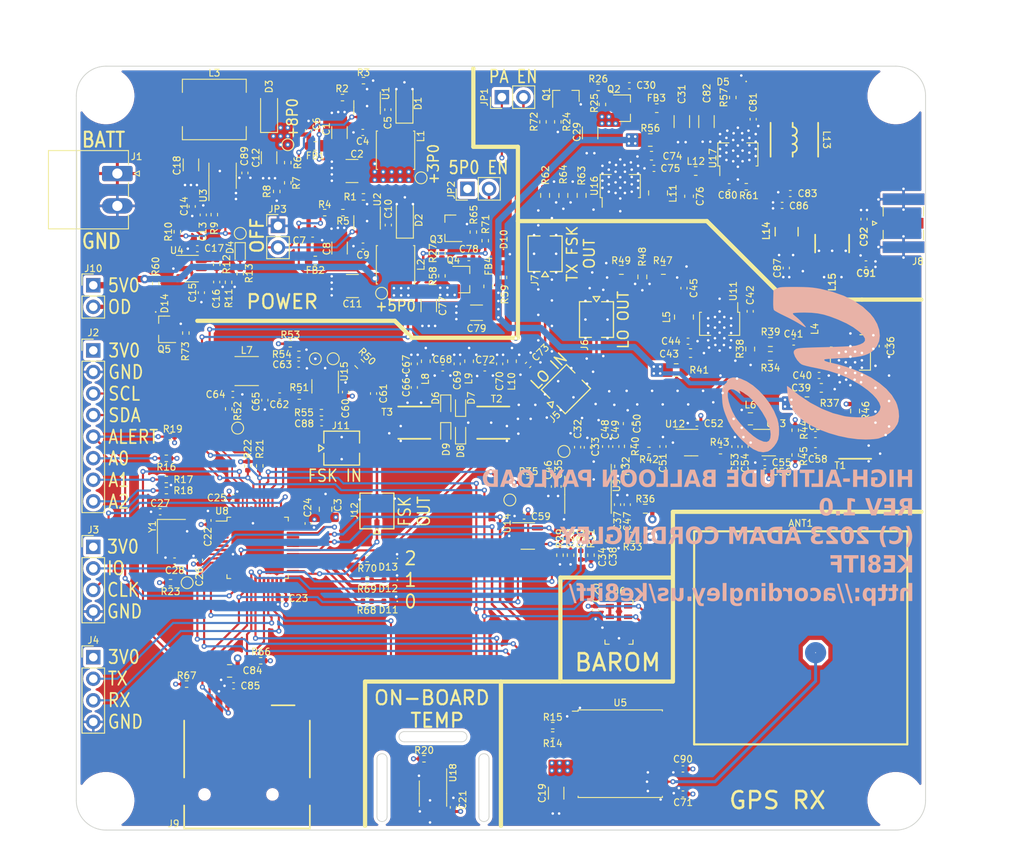
<source format=kicad_pcb>
(kicad_pcb (version 20221018) (generator pcbnew)
  (layers (0 "F.Cu" signal) (1 "In1.Cu" signal) (2 "In2.Cu" signal) (31 "B.Cu" signal) (34 "B.Paste" user) (35 "F.Paste" user) (36 "B.SilkS" user "B.Silkscreen") (37 "F.SilkS" user "F.Silkscreen") (38 "B.Mask" user) (39 "F.Mask" user) (44 "Edge.Cuts" user))
  (net 0 "")
  (net 1 "/Power/VIN_3P0")
  (net 2 "GND")
  (net 3 "+3V0")
  (net 4 "/Power/SW_3P0")
  (net 5 "/Power/BST_3P0")
  (net 6 "+8V")
  (net 7 "/Power/VIN_5P0")
  (net 8 "/Power/SW_5P0")
  (net 9 "/Power/BST_5P0")
  (net 10 "+5V")
  (net 11 "/Power/COMP_8P0_RC")
  (net 12 "/Power/SS_8P0")
  (net 13 "/Power/UVLO_DLY_CAP")
  (net 14 "/Power/UVLO_SNS")
  (net 15 "/Power/BATT_VIN")
  (net 16 "/Microcontroller/OSC_IN")
  (net 17 "/Microcontroller/OSC_OUT")
  (net 18 "/Power/PA_PFET_G")
  (net 19 "V-8P0_PA")
  (net 20 "/LO Generator/PLL_RFINA")
  (net 21 "/LO Generator/PLL_RFIN")
  (net 22 "/LO Generator/PLL_RFINB")
  (net 23 "/LO Generator/DVDD")
  (net 24 "/LO Generator/AVDD")
  (net 25 "/LO Generator/RF_SE_AMP_IN")
  (net 26 "/LO Generator/RF_SE")
  (net 27 "/LO Generator/VP_3V3")
  (net 28 "/LO Generator/RF_SE_AMP_PWR")
  (net 29 "/LO Generator/RF_SE_DIV_IN")
  (net 30 "/LO Generator/RF_SE_AMP_O")
  (net 31 "/LO Generator/LO_AMP_IN")
  (net 32 "/LO Generator/LO_PREAMP")
  (net 33 "Net-(C43-Pad1)")
  (net 34 "/LO Generator/LO_T_ATTN_IN")
  (net 35 "/LO Generator/LO_AMP_OUT")
  (net 36 "/LO Generator/PLL_CP_OUT")
  (net 37 "/LO Generator/LOOP_FILT_RC")
  (net 38 "/LO Generator/LOOP_FILT_OUT")
  (net 39 "/LO Generator/VCO_TUNE")
  (net 40 "/LO Generator/VCO_OUT_P")
  (net 41 "Net-(C57-Pad2)")
  (net 42 "/LO Generator/VCO_OUT_N")
  (net 43 "Net-(C58-Pad2)")
  (net 44 "/Transmitter/BASE_FILT_50")
  (net 45 "/Transmitter/MIX_RF_IN")
  (net 46 "/Transmitter/PWM_FILT_OUT")
  (net 47 "/Transmitter/PWM_FILT_AC")
  (net 48 "/Transmitter/U15_INP")
  (net 49 "/Transmitter/PWM_FILT_IN")
  (net 50 "/Transmitter/MIX_FILT_1")
  (net 51 "/Transmitter/MIX_IF_OUT")
  (net 52 "/Transmitter/MIX_FILT_2")
  (net 53 "/Transmitter/MIX_FILT_3")
  (net 54 "/Transmitter/RF_TX_MOD_TP")
  (net 55 "Net-(C74-Pad1)")
  (net 56 "/Transmitter/PA_AMP_IN_1")
  (net 57 "/Transmitter/RF_TX_AMP_OUT")
  (net 58 "/Power/5P0_PFET_G")
  (net 59 "V-5P0")
  (net 60 "/Transmitter/PA_AMP_IN")
  (net 61 "/Transmitter/PA_RC")
  (net 62 "/Transmitter/ANT_MATCH")
  (net 63 "/Transmitter/PA_RF_DC")
  (net 64 "/Transmitter/ANT_CONN")
  (net 65 "/Transmitter/U15_INN")
  (net 66 "/Transmitter/BASEBAND")
  (net 67 "/Power/SW_8P0")
  (net 68 "/Power/UVLO_RSTB")
  (net 69 "/Power/UVLO_HYST")
  (net 70 "/Power/PA_EN_LED")
  (net 71 "/Transmitter/DBM_1")
  (net 72 "/Transmitter/DBM_4")
  (net 73 "/Transmitter/DBM_2")
  (net 74 "/Transmitter/DBM_3")
  (net 75 "/Power/5P0_EN_LED")
  (net 76 "/Microcontroller/LED_0_A")
  (net 77 "/Microcontroller/LED_1_A")
  (net 78 "/Microcontroller/LED_2_A")
  (net 79 "I2C_SCL")
  (net 80 "I2C_SDA")
  (net 81 "TSNS_EXT_ALERT")
  (net 82 "/GPS and Barometer/TSNS_EXT_A0")
  (net 83 "/GPS and Barometer/TSNS_EXT_A1")
  (net 84 "/GPS and Barometer/TSNS_EXT_A2")
  (net 85 "/Microcontroller/SWDIO")
  (net 86 "/Microcontroller/SWDCLK")
  (net 87 "/Microcontroller/DBG_TX")
  (net 88 "/Microcontroller/DBG_RX")
  (net 89 "LO_OUT")
  (net 90 "/LO Generator/LO_INTER")
  (net 91 "/LO Generator/LO_T_ATTN_OUT")
  (net 92 "/Transmitter/RF_TX_MOD")
  (net 93 "/Microcontroller/SD_DAT2_NC")
  (net 94 "SD_CS")
  (net 95 "SPI_MOSI")
  (net 96 "SPI_SCLK")
  (net 97 "SPI_MISO")
  (net 98 "/Microcontroller/SD_DAT1_NC")
  (net 99 "SD_DET")
  (net 100 "/Power/PA_EN_NFET_G")
  (net 101 "/Power/5P0_EN_NFET_G")
  (net 102 "/LO Generator/VCO_IND")
  (net 103 "/Power/PA_EN_NFET_D")
  (net 104 "/Power/5P0_NFET_D")
  (net 105 "/Power/FB_5P0")
  (net 106 "/Power/FB_3P0")
  (net 107 "/Power/FB_R_5P0")
  (net 108 "/Power/FB_R_8P0")
  (net 109 "/Power/FB_8P0")
  (net 110 "/Power/COMP_8P0")
  (net 111 "UART_MCU_GPS")
  (net 112 "/GPS and Barometer/UART_MCU_GPS_PROT")
  (net 113 "UART_GPS_MCU")
  (net 114 "/GPS and Barometer/UART_GPS_MCU_PROT")
  (net 115 "TSNS_INT_ALERT")
  (net 116 "/Microcontroller/STM_RSTB")
  (net 117 "/LO Generator/PLL_CLK")
  (net 118 "PLL_CE")
  (net 119 "PLL_LE")
  (net 120 "/LO Generator/PLL_RSET")
  (net 121 "/LO Generator/LOOP_FILT_BUF")
  (net 122 "/LO Generator/VCO_BALUN_CT")
  (net 123 "/LO Generator/LO_T_ATTN")
  (net 124 "PWM_SIGNAL")
  (net 125 "/Transmitter/RF_TX_T_ATTN")
  (net 126 "/Transmitter/RF_TX_ATTN_OUT")
  (net 127 "/Microcontroller/LED_0")
  (net 128 "/Microcontroller/LED_1")
  (net 129 "/Microcontroller/LED_2")
  (net 130 "5P0_EN")
  (net 131 "PA_EN")
  (net 132 "PLL_MUXOUT")
  (net 133 "GPS_PPS")
  (net 134 "GPS_EXTINT")
  (net 135 "GPS_RESETB")
  (net 136 "/GPS and Barometer/GPS_ANT_CONN")
  (net 137 "/GPS and Barometer/GPS_LNA_EN_NC")
  (net 138 "/GPS and Barometer/VCC_RF")
  (net 140 "/GPS and Barometer/GPS_SAFEBOOT_NC")
  (net 141 "/GPS and Barometer/BARO_SDO_NC")
  (net 145 "REF_12MHZ")
  (net 149 "/Power/MR_NC")
  (net 150 "/Microcontroller/BUZZ_LED_LOW")
  (net 151 "/Microcontroller/BUZZ_LED_R")
  (net 152 "BUZZ_LED_EN")
  (net 153 "/Power/SW_OUT_8P0")
  (net 154 "/Power/SW_OUT_5P0")
  (net 155 "/Microcontroller/HRTIM_CHC1")
  (net 156 "/Transmitter/ANT_MATCH_2")
  (footprint "Resistor_SMD:R_0603_1608Metric" (layer "F.Cu") (at 175.475 105.4375)
    (fp_text reference "R33")
    (fp_text value "0.0")
  )
  (footprint "Capacitor_SMD:C_0402_1005Metric" (layer "F.Cu") (at 162.725 103 180)
    (fp_text reference "C59")
    (fp_text value "0.1uF")
  )
  (footprint "Resistor_SMD:R_0402_1005Metric" (layer "F.Cu") (at 153.05 74.71 90)
    (fp_text reference "R58")
    (fp_text value "10k")
  )
  (footprint "Package_TO_SOT_SMD:TSOT-23-5" (layer "F.Cu") (at 139.3 87.72 -90)
    (fp_text reference "U15")
    (fp_text value "ADA4891-1")
  )
  (footprint "Resistor_SMD:R_0402_1005Metric" (layer "F.Cu") (at 174.925 94.7875 -90)
    (fp_text reference "R40")
    (fp_text value "220")
  )
  (footprint "Capacitor_SMD:C_0402_1005Metric" (layer "F.Cu") (at 137.83 70.5)
    (fp_text reference "C7")
    (fp_text value "0.1uF")
  )
  (footprint "Capacitor_SMD:C_0402_1005Metric" (layer "F.Cu") (at 189.35 78.88 -90)
    (fp_text reference "C42")
    (fp_text value "1000pF")
  )
  (footprint "Capacitor_SMD:C_0603_1608Metric" (layer "F.Cu") (at 174.925 92.1125 90)
    (fp_text reference "C50")
    (fp_text value "2.2uF")
  )
  (footprint "Resistor_SMD:R_0603_1608Metric" (layer "F.Cu") (at 176.65 74.825 90)
    (fp_text reference "R48")
    (fp_text value "150")
  )
  (footprint "Inductor_SMD:L_Sunlord_SWPA4018S" (layer "F.Cu") (at 147.5875 73.4 -90)
    (fp_text reference "L2")
    (fp_text value "4.7uH")
  )
  (footprint "LED_SMD:LED_0402_1005Metric" (layer "F.Cu") (at 146.705 113.05 180)
    (fp_text reference "D11")
    (fp_text value "BLUE")
  )
  (footprint "Capacitor_SMD:C_0402_1005Metric" (layer "F.Cu") (at 141.7 88.39 90)
    (fp_text reference "C60")
    (fp_text value "0.1uF")
  )
  (footprint "Resistor_SMD:R_0402_1005Metric" (layer "F.Cu") (at 144.26 110.55 180)
    (fp_text reference "R69")
    (fp_text value "100")
  )
  (footprint "Resistor_SMD:R_0402_1005Metric" (layer "F.Cu") (at 135.19 82.7)
    (fp_text reference "R53")
    (fp_text value "1k")
  )
  (footprint "Capacitor_SMD:C_1206_3216Metric" (layer "F.Cu") (at 170.5 57.85 -90)
    (fp_text reference "C29")
    (fp_text value "10uF")
  )
  (footprint "Resistor_SMD:R_0805_2012Metric" (layer "F.Cu") (at 177.5875 58.7 180)
    (fp_text reference "R56")
    (fp_text value "1.8")
  )
  (footprint "Diode_SMD:D_SOD-523" (layer "F.Cu") (at 155.25 90 90)
    (fp_text reference "D7")
    (fp_text value "SMS3922-079LF")
  )
  (footprint "Repowered_Inductors_SMD:L_Coilcraft_1515SQ-68N" (layer "F.Cu") (at 199 70.9 90)
    (fp_text reference "L15")
    (fp_text value "68nH")
  )
  (footprint "Capacitor_SMD:C_1210_3225Metric" (layer "F.Cu") (at 142.5125 75.9 180)
    (fp_text reference "C11")
    (fp_text value "22uF")
  )
  (footprint "MountingHole:MountingHole_2.7mm_M2.5" (layer "F.Cu") (at 113.5 53.5)
    (fp_text reference "H1" hide)
    (fp_text value "M2.5")
  )
  (footprint "Resistor_SMD:R_0603_1608Metric" (layer "F.Cu") (at 163.25 99.0375 180)
    (fp_text reference "R35")
    (fp_text value "0.0")
  )
  (footprint "Resistor_SMD:R_0402_1005Metric" (layer "F.Cu") (at 187.3 53.69 90)
    (fp_text reference "R57")
    (fp_text value "1k")
  )
  (footprint "Inductor_SMD:L_0805_2012Metric_Pad1.15x1.40mm_HandSolder" (layer "F.Cu") (at 189.375 91.55)
    (fp_text reference "L6")
    (fp_text value "180nH")
  )
  (footprint "Capacitor_SMD:C_1206_3216Metric" (layer "F.Cu") (at 184.2 56.525 -90)
    (fp_text reference "C82")
    (fp_text value "10uF")
  )
  (footprint "Capacitor_SMD:C_1206_3216Metric" (layer "F.Cu") (at 132.7 60.775 -90)
    (fp_text reference "C12")
    (fp_text value "10uF")
  )
  (footprint "Repowered_Transformers:XFMR_Mini-Circuits_TC2-72T+" (layer "F.Cu") (at 149.8 92 90)
    (fp_text reference "T3")
    (fp_text value "TC2-72T+")
  )
  (footprint "Capacitor_SMD:C_0402_1005Metric" (layer "F.Cu") (at 119.87 102.5)
    (fp_text reference "C27")
    (fp_text value "18pF")
  )
  (footprint "Resistor_SMD:R_0402_1005Metric" (layer "F.Cu") (at 185.85 95.3 180)
    (fp_text reference "R43")
    (fp_text value "220")
  )
  (footprint "Capacitor_SMD:C_0402_1005Metric" (layer "F.Cu") (at 194.07 65)
    (fp_text reference "C83")
    (fp_text value "1000pF")
  )
  (footprint "Capacitor_SMD:C_0603_1608Metric" (layer "F.Cu") (at 177.725 60.55 180)
    (fp_text reference "C74")
    (fp_text value "2.2uF")
  )
  (footprint "Diode_SMD:D_SOD-523" (layer "F.Cu") (at 129.3 72.05 -90)
    (fp_text reference "D4")
    (fp_text value "1N4148WT")
  )
  (footprint "Connector_PinHeader_2.54mm:PinHeader_1x02_P2.54mm_Vertical" (layer "F.Cu") (at 156.06 64.45 90)
    (fp_text reference "JP2")
    (fp_text value "Jumper_2_Open")
  )
  (footprint "Resistor_SMD:R_0402_1005Metric" (layer "F.Cu") (at 121.09 110.85 180)
    (fp_text reference "R23")
    (fp_text value "4.7k")
  )
  (footprint "Resistor_SMD:R_0402_1005Metric" (layer "F.Cu") (at 120.6 98.7)
    (fp_text reference "R17")
    (fp_text value "1k")
  )
  (footprint "Capacitor_SMD:C_0402_1005Metric" (layer "F.Cu") (at 197.03 95.3)
    (fp_text reference "C58")
    (fp_text value "1000pF")
  )
  (footprint "Package_LGA:LGA-8_3x5mm_P1.25mm" (layer "F.Cu") (at 173.9 115.5)
    (fp_text reference "U6")
    (fp_text value "MS5607-02BA")
  )
  (footprint "Resistor_SMD:R_0402_1005Metric" (layer "F.Cu") (at 144.26 113.05 180)
    (fp_text reference "R68")
    (fp_text value "100")
  )
  (footprint "Diode_SMD:D_SOD-523" (layer "F.Cu") (at 153.5 90 -90)
    (fp_text reference "D6")
    (fp_text value "SMS3922-079LF")
  )
  (footprint "Capacitor_SMD:C_0402_1005Metric" (layer "F.Cu") (at 193.6 73.78 -90)
    (fp_text reference "C87")
    (fp_text value "10pF")
  )
  (footprint "TestPoint:TestPoint_Pad_D1.0mm" (layer "F.Cu") (at 138.15 84.47)
    (fp_text reference "TP8" hide)
    (fp_text value "TestPoint")
  )
  (footprint "Resistor_SMD:R_0402_1005Metric" (layer "F.Cu") (at 139.25 67.25 180)
    (fp_text reference "R4")
    (fp_text value "47k")
  )
  (footprint "Package_SO:MSOP-8_3x3mm_P0.65mm" (layer "F.Cu") (at 127.225 62.9125 90)
    (fp_text reference "U3")
    (fp_text value "ADP1612")
  )
  (footprint "Resistor_SMD:R_0402_1005Metric" (layer "F.Cu") (at 131.71 120.05 180)
    (fp_text reference "R66")
    (fp_text value "10k")
  )
  (footprint "Capacitor_SMD:C_0402_1005Metric" (layer "F.Cu") (at 126.53 75.43 -90)
    (fp_text reference "C16")
    (fp_text value "1500pF")
  )
  (footprint "Resistor_SMD:R_0603_1608Metric" (layer "F.Cu") (at 143.333363 85.073363 135)
    (fp_text reference "R50")
    (fp_text value "49.9")
  )
  (footprint "Capacitor_SMD:C_0402_1005Metric" (layer "F.Cu") (at 149.8 87.85 -90)
    (fp_text reference "C66")
    (fp_text value "12pF")
  )
  (footprint "Capacitor_SMD:C_0402_1005Metric" (layer "F.Cu") (at 171.15 114.08 90)
    (fp_text reference "C20")
    (fp_text value "0.1uF")
  )
  (footprint "Capacitor_SMD:C_0402_1005Metric" (layer "F.Cu") (at 174.875 101.6575 90)
    (fp_text reference "C47")
    (fp_text value "0.1uF")
  )
  (footprint "Capacitor_SMD:C_0402_1005Metric" (layer "F.Cu") (at 181.55 76.15 -90)
    (fp_text reference "C45")
    (fp_text value "1000pF")
  )
  (footprint "LED_SMD:LED_0402_1005Metric" (layer "F.Cu") (at 146.72 110.55 180)
    (fp_text reference "D12")
    (fp_text value "BLUE")
  )
  (footprint "Capacitor_SMD:C_0402_1005Metric" (layer "F.Cu") (at 193.11 66.4 180)
    (fp_text reference "C86")
    (fp_text value "10pF")
  )
  (footprint "Resistor_SMD:R_0402_1005Metric" (layer "F.Cu") (at 129.3 74.44 90)
    (fp_text reference "R13")
    (fp_text value "1M")
  )
  (footprint "Resistor_SMD:R_0402_1005Metric" (layer "F.Cu") (at 120.61 100)
    (fp_text reference "R18")
    (fp_text value "1k")
  )
  (footprint "Capacitor_SMD:C_0402_1005Metric" (layer "F.Cu") (at 137.35 57.57 90)
    (fp_text reference "C6")
    (fp_text value "0.1uF")
  )
  (footprint "Resistor_SMD:R_0402_1005Metric" (layer "F.Cu") (at 131.6 97.09 90)
    (fp_text reference "R21")
    (fp_text value "1.5k")
  )
  (footprint "Package_TO_SOT_SMD:SOT-23-6" (layer "F.Cu") (at 144.2375 68.4 -90)
    (fp_text reference "U2")
    (fp_text value "AP3211K")
  )
  (footprint "Capacitor_SMD:C_0402_1005Metric" (layer "F.Cu") (at 175.12 52.3)
    (fp_text reference "C30")
    (fp_text value "1000pF")
  )
  (footprint "Diode_SMD:D_SOD-123" (layer "F.Cu") (at 148.6375 54.35 90)
    (fp_text reference "D1")
    (fp_text value "LMBR130T1G")
  )
  (footprint "Resistor_SMD:R_0603_1608Metric" (layer "F.Cu") (at 191.725 84.15)
    (fp_text reference "R34")
    (fp_text value "49.9")
  )
  (footprint "Capacitor_SMD:C_0402_1005Metric" (layer "F.Cu") (at 137.3 103.88 -90)
    (fp_text reference "C24")
    (fp_text value "0.1uF")
  )
  (footprint "Resistor_SMD:R_0402_1005Metric" (layer "F.Cu") (at 134.9 61.36 -90)
    (fp_text reference "R6")
    (fp_text value "49.9k")
  )
  (footprint "Resistor_SMD:R_0402_1005Metric" (layer "F.Cu") (at 150.94 131.6)
    (fp_text reference "R20")
    (fp_text value "10k")
  )
  (footprint "Capacitor_SMD:C_0402_1005Metric" (layer "F.Cu") (at 204.9 82.98 -90)
    (fp_text reference "C36")
    (fp_text value "1000pF")
  )
  (footprint "Resistor_SMD:R_0402_1005Metric" (layer "F.Cu") (at 194.65 92.89 -90)
    (fp_text reference "R44")
    (fp_text value "1k")
  )
  (footprint "Capacitor_SMD:C_0402_1005Metric" (layer "F.Cu") (at 128.43 88.67 180)
    (fp_text reference "C64")
    (fp_text value "150pF")
  )
  (footprint "TestPoint:TestPoint_Pad_D1.0mm" (layer "F.Cu") (at 123.05 110.85)
    (fp_text reference "TP5" hide)
    (fp_text value "TestPoint")
  )
  (footprint "Inductor_SMD:L_0603_1608Metric" (layer "F.Cu") (at 161.3 84.7625 90)
    (fp_text reference "L10")
    (fp_text value "9.1nH")
  )
  (footprint "TestPoint:TestPoint_Pad_D1.0mm" (layer "F.Cu") (at 129.3 69.7)
    (fp_text reference "TP1" hide)
    (fp_text value "TestPoint")
  )
  (footprint "Capacitor_SMD:C_0402_1005Metric" (layer "F.Cu") (at 145 88.57 -90)
    (fp_text reference "C61")
    (fp_text value "0.1uF")
  )
  (footprint "Capacitor_SMD:C_0402_1005Metric" (layer "F.Cu") (at 172 105.9175 90)
    (fp_text reference "C34")
    (fp_text value "1000pF")
  )
  (footprint "Capacitor_SMD:C_0402_1005Metric" (layer "F.Cu") (at 156.22 72.55)
    (fp_text reference "C78")
    (fp_text value "1000pF")
  )
  (footprint "Repowered_Connectors:microSD_Card_Socket_Generic" (layer "F.Cu") (at 130 132)
    (fp_text reference "J9")
    (fp_text value "XKTF-015-G")
  )
  (footprint "Capacitor_SMD:C_0603_1608Metric" (layer "F.Cu") (at 182.15 65.325 -90)
    (fp_text reference "C76")
    (fp_text value "2.2uF")
  )
  (footprint "Connector_Phoenix_MC:PhoenixContact_MC_1,5_2-G-3.81_1x02_P3.81mm_Horizontal" (layer "F.Cu") (at 114.8325 62.65 -90)
    (fp_text reference "J1")
    (fp_text value "Conn_01x02")
  )
  (footprint "Resistor_SMD:R_0402_1005Metric" (layer "F.Cu") (at 126.25 67.49 -90)
    (fp_text reference "R9")
    (fp_text value "10k")
  )
  (footprint "Package_QFP:LQFP-48_7x7mm_P0.5mm" (layer "F.Cu") (at 131.35 106.75)
    (fp_text reference "U8")
    (fp_text value "STM32F334C8Tx")
  )
  (footprint "Repowered_Connectors:SMA_Amphenol_132384_EdgeMount" (layer "F.Cu") (at 207.7575 68.5 90)
    (fp_text reference "J8")
    (fp_text value "Conn_Coaxial")
  )
  (footprint "Capacitor_SMD:C_0402_1005Metric" (layer "F.Cu") (at 123.65 66.53 -90)
    (fp_text reference "C14")
    (fp_text value "0.01uF")
  )
  (footprint "TestPoint:TestPoint_Pad_D1.0mm" (layer "F.Cu") (at 167.425 95.3875 -90)
    (fp_text reference "TP9" hide)
    (fp_text value "TestPoint")
  )
  (footprint "Package_TO_SOT_SMD:SOT-23-6" (layer "F.Cu") (at 163.1625 105.35)
    (fp_text reference "U14")
    (fp_text value "TS5A3159ADBVR")
  )
  (footprint "Resistor_SMD:R_0402_1005Metric" (layer "F.Cu") (at 141.39 67.25)
    (fp_text reference "R5")
    (fp_text value "4.7k")
  )
  (footprint "Capacitor_SMD:C_0402_1005Metric" (layer "F.Cu") (at 163.2 85.2 -135)
    (fp_text reference "C73")
    (fp_text value "12pF")
  )
  (footprint "Capacitor_SMD:C_0402_1005Metric" (layer "F.Cu") (at 191.07 97.8 180)
    (fp_text reference "C56")
    (fp_text value "0.1uF")
  )
  (footprint "Connector_PinHeader_2.54mm:PinHeader_1x02_P2.54mm_Vertical" (layer "F.Cu") (at 112 75.81)
    (fp_text reference "J10")
    (fp_text value "Conn_01x02")
  )
  (footprint "Capacitor_SMD:C_0402_1005Metric" (layer "F.Cu") (at 197.03 93.4)
    (fp_text reference "C57")
    (fp_text value "1000pF")
  )
  (footprint "Package_SO:TSSOP-16_4.4x5mm_P0.65mm" (layer "F.Cu") (at 170.25 100.5 -90)
    (fp_text reference "U9")
    (fp_text value "ADF4002BRUZ")
  )
  (footprint "Resistor_SMD:R_0402_1005Metric" (layer "F.Cu") (at 122.99 122.8)
    (fp_text reference "R67")
    (fp_text value "10k")
  )
  (footprint "Resistor_SMD:R_0603_1608Metric" (layer "F.Cu") (at 165.2 65.225 90)
    (fp_text reference "R62")
    (fp_text value "0.0")
  )
  (footprint "Capacitor_SMD:C_0402_1005Metric" (layer "F.Cu") (at 173.525 94.8075 90)
    (fp_text reference "C49")
    (fp_text value "0.1uF")
  )
  (footprint "Resistor_SMD:R_0805_2012Metric" (layer "F.Cu") (at 180.6375 85.8 180)
    (fp_text reference "R41")
    (fp_text value "1.8")
  )
  (footprint "Capacitor_SMD:C_0402_1005Metric" (layer "F.Cu") (at 188.75 94.82 90)
    (fp_text reference "C54")
    (fp_text value "100pF")
  )
  (footprint "Resistor_SMD:R_0402_1005Metric" (layer "F.Cu") (at 166.7 56.56 -90)
    (fp_text reference "R24")
    (fp_text value "10k")
  )
  (footprint "Resistor_SMD:R_0805_2012Metric" (layer "F.Cu") (at 196.0375 89.7 180)
    (fp_text reference "R37")
    (fp_text value "1.8")
  )
  (footprint "Capacitor_SMD:C_0402_1005Metric" (layer "F.Cu") (at 124.5 108.17 90)
    (fp_text reference "C26")
    (fp_text value "0.1uF")
  )
  (footprint "Resistor_SMD:R_0603_1608Metric" (layer "F.Cu") (at 177 102.1375)
    (fp_text reference "R36")
    (fp_text value "0.0")
  )
  (footprint "Resistor_SMD:R_0402_1005Metric" (layer "F.Cu") (at 168.2 107.61 90)
    (fp_text reference "R28")
    (fp_text value "4.7k")
  )
  (footprint "Capacitor_SMD:C_0402_1005Metric" (layer "F.Cu") (at 146.6875 55.12 90)
    (fp_text reference "C5")
    (fp_text value "0.01uF")
  )
  (footprint "Inductor_SMD:L_Sunlord_SWPA4018S" (layer "F.Cu") (at 147.5875 59.9 -90)
    (fp_text reference "L1")
    (fp_text value "4.7uH")
  )
  (footprint "Inductor_SMD:L_Sunlord_MWSA0624S" (layer "F.Cu") (at 126.25 55.1)
    (fp_text reference "L3")
    (fp_text value "10uH")
  )
  (footprint "Package_TO_SOT_SMD:TSOT-23-5" (layer "F.Cu") (at 182.4 94.35)
    (fp_text reference "U12")
    (fp_text value "TLV9061")
  )
  (footprint "Capacitor_SMD:C_0402_1005Metric" (layer "F.Cu") (at 132.2 89.3375 90)
    (fp_text reference "C65")
    (fp_text value "150pF")
  )
  (footprint "Capacitor_SMD:C_1210_3225Metric" (layer "F.Cu") (at 142.4625 62.35 180)
    (fp_text reference "C2")
    (fp_text value "22uF")
  )
  (footprint "Capacitor_SMD:C_0805_2012Metric" (layer "F.Cu") (at 128.05 121.25 180)
    (fp_text reference "C84")
    (fp_text value "4.7uF")
  )
  (footprint "Capacitor_SMD:C_0603_1608Metric" (layer "F.Cu") (at 182.325 83.8)
    (fp_text reference "C43")
    (fp_text value "2.2uF")
  )
  (footprint "Capacitor_SMD:C_0402_1005Metric" (layer "F.Cu") (at 159.85 85.07 90)
    (fp_text reference "C70")
    (fp_text value "110pF")
  )
  (footprint "Resistor_SMD:R_0402_1005Metric" (layer "F.Cu") (at 156.75 69.54 90)
    (fp_text reference "R65")
    (fp_text value "10k")
  )
  (footprint "Resistor_SMD:R_0603_1608Metric" (layer "F.Cu") (at 174.175 74 180)
    (fp_text reference "R49")
    (fp_text value "8.2")
  )
  (footprint "Resistor_SMD:R_0402_1005Metric" (layer "F.Cu") (at 120.6 96.2)
    (fp_text reference "R16")
    (fp_text value "1k")
  )
  (footprint "Resistor_SMD:R_0603_1608Metric" (layer "F.Cu") (at 167.35 65.225 90)
    (fp_text reference "R64")
    (fp_text value "0.0")
  )
  (footprint "Resistor_SMD:R_0603_1608Metric" (layer "F.Cu") (at 169.5 65.225 -90)
    (fp_text reference "R63")
    (fp_text value "0.0")
  )
  (footprint "Resistor_SMD:R_0402_1005Metric" (layer "F.Cu") (at 169.4 107.61 -90)
    (fp_text reference "R30")
    (fp_text value "4.7k")
  )
  (footprint "Capacitor_SMD:C_1206_3216Metric" (layer "F.Cu") (at 181.3 56.525 -90)
    (fp_text reference "C31")
    (fp_text value "10uF")
  )
  (footprint "Capacitor_SMD:C_0402_1005Metric" (layer "F.Cu") (at 187.55 94.82 90)
    (fp_text reference "C53")
    (fp_text value "1000pF")
  )
  (footprint "Repowered_Inductors_SMD:L_Coilcraft_2222SQ-181" (layer "F.Cu") (at 194.55 58.665 -90)
    (fp_text reference "L13")
    (fp_text value "180nH")
  )
  (footprint "Resistor_SMD:R_0402_1005Metric" (layer "F.Cu") (at 130.2 97.09 90)
    (fp_text reference "R22")
    (fp_text value "1.5k")
  )
  (footprint "Repowered_TO-SOT-SMD:SOT-23" (layer "F.Cu") (at 155.68 75.14)
    (fp_text reference "Q4")
    (fp_text value "Si2301")
  )
  (footprint "Connector_PinHeader_2.54mm:PinHeader_1x04_P2.54mm_Vertical" (layer "F.Cu") (at 112 106.63)
    (fp_text reference "J3")
    (fp_text value "Conn_01x04")
  )
  (footprint "Capacitor_SMD:C_1206_3216Metric" (layer "F.Cu") (at 166.5 135.65 90)
    (fp_text reference "C19")
    (fp_text value "10uF")
  )
  (footprint "Inductor_SMD:L_0603_1608Metric" (layer "F.Cu") (at 182.9375 62.35)
    (fp_text reference "L12")
    (fp_text value "5.6nH")
  )
  (footprint "Capacitor_SMD:C_0402_1005Metric" (layer "F.Cu") (at 178.02 62.0375)
    (fp_text reference "C75")
    (fp_text value "1000pF")
  )
  (footprint "Resistor_SMD:R_0402_1005Metric" (layer "F.Cu") (at 170.6 107.61 -90)
    (fp_text reference "R31")
    (fp_text value "4.7k")
  )
  (footprint "Inductor_SMD:L_0603_1608Metric" (layer "F.Cu") (at 156.25 84.7625 90)
    (fp_text reference "L9")
    (fp_text value "9.1nH")
  )
  (footprint "Capacitor_SMD:C_0402_1005Metric" (layer "F.Cu") (at 146.7375 68.72 90)
    (fp_text reference "C10")
    (fp_text value "0.01uF")
  )
  (footprint "LED_SMD:LED_0402_1005Metric" (layer "F.Cu") (at 160.3 72.665 -90)
    (fp_text reference "D10")
    (fp_text value "BLUE")
  )
  (footprint "RF_GPS:ublox_MAX" (layer "F.Cu") (at 174.05 131)
    (fp_text reference "U5")
    (fp_text value "MAX-M8C")
  )
  (footprint "Capacitor_SMD:C_1206_3216Metric" (layer "F.Cu") (at 123.5 61.625 -90)
    (fp_text reference "C18")
    (fp_text value "10uF")
  )
  (footprint "Capacitor_SMD:C_0402_1005Metric" (layer "F.Cu") (at 179.075 94.8075 90)
    (fp_text reference "C51")
    (fp_text value "0.1uF")
  )
  (footprint "Capacitor_SMD:C_0402_1005Metric" (layer "F.Cu") (at 191.07 96.7)
    (fp_text reference "C55")
    (fp_text value "1000pF")
  )
  (footprint "LED_SMD:LED_0402_1005Metric" (layer "F.Cu") (at 146.72 108 180)
    (fp_text reference "D13")
    (fp_text value "BLUE")
  )
  (footprint "Resistor_SMD:R_0402_1005Metric" (layer "F.Cu") (at 158.15 70.56 90)
    (fp_text reference "R71")
    (fp_text value "1k")
  )
  (footprint "Capacitor_SMD:C_0402_1005Metric" (layer "F.Cu") (at 129.85 62.58 90)
    (fp_text reference "C89")
    (fp_text value "0.1uF")
  )
  (footprint "Capacitor_SMD:C_0402_1005Metric" (layer "F.Cu") (at 138.88 92.02)
    (fp_text reference "C88")
    (fp_text value "100pF")
  )
  (footprint "Connector_PinHeader_2.54mm:PinHeader_1x02_P2.54mm_Vertical" (layer "F.Cu") (at 133.75 68.81)
    (fp_text reference "JP3")
    (fp_text value "Jumper_2_Open")
  )
  (footprint "Resistor_SMD:R_0603_1608Metric" (layer "F.Cu") (at 191.725 82.5)
    (fp_text reference "R39")
    (fp_text value "49.9")
  )
  (footprint "Resistor_SMD:R_0402_1005Metric" (layer "F.Cu") (at 194.65 95.81 90)
    (fp_text reference "R45")
    (fp_text value "1k")
  )
  (footprint "Resistor_SMD:R_0402_1005Metric" (layer "F.Cu") (at 138.86 90.82 180)
    (fp_text reference "R55")
    (fp_text value "324")
  )
  (footprint "Resistor_SMD:R_0402_1005Metric" (layer "F.Cu") (at 127.95 90.38 -90)
    (fp_text reference "R52")
    (fp_text value "220")
  )
  (footprint "Connector_PinHeader_2.54mm:PinHeader_1x02_P2.54mm_Vertical" (layer "F.Cu") (at 160.11 53.65 90)
    (fp_text reference "JP1")
    (fp_text value "Jumper_2_Open")
  )
  (footprint "Capacitor_SMD:C_0603_1608Metric" (layer "F.Cu") (at 197.725 87.9)
    (fp_text reference "C39")
    (fp_text value "2.2uF")
  )
  (footprint "Package_TO_SOT_SMD:SOT-89-3" (layer "F.Cu") (at 174.05 64.125 90)
    (fp_text reference "U16")
    (fp_text value "PGA-105")
  )
  (footprint "Resistor_SMD:R_0402_1005Metric" (layer "F.Cu") (at 141.34 53.7 180)
    (fp_text reference "R2")
    (fp_text value "47k")
  )
  (footprint "Repowered_Antennas:Taoglas_GP.1575.25.4.A.02" (layer "F.Cu") (at 195.3 117.35)
    (fp_text reference "ANT1")
    (fp_text value "GP.1575.25.4.A.02")
  )
  (footprint "Resistor_SMD:R_0402_1005Metric" (layer "F.Cu") (at 166.09 128.8)
    (fp_text reference "R14")
    (fp_text value "100")
  )
  (footprint "Capacitor_SMD:C_0402_1005Metric" (layer "F.Cu") (at 154.4 137.32 -90)
    (fp_text reference "C21")
    (fp_text value "0.1uF")
  )
  (footprint "Capacitor_SMD:C_1206_3216Metric" (layer "F.Cu") (at 157.125 79.05 180)
    (fp_text reference "C79")
    (fp_text value "10uF")
  )
  (footprint "Capacitor_SMD:C_0402_1005Metric" (layer "F.Cu") (at 169.025 94.8875 90)
    (fp_text reference "C32")
    (fp_text value "100pF")
  )
  (footprint "Capacitor_SMD:C_0402_1005Metric" (layer "F.Cu") (at 149.8 85.07 90)
    (fp_text reference "C67")
    (fp_text value "110pF")
  )
  (footprint "Repowered_Inductors_SMD:L_Coilcraft_1111SQ-47N" (layer "F.Cu") (at 193.59 69.5 -90)
    (fp_text reference "L14")
    (fp_text value "47nH")
  )
  (footprint "Capacitor_SMD:C_0402_1005Metric" (layer "F.Cu") (at 189.7 56.25 90)
    (fp_text reference "C81")
    (fp_text value "1000pF")
  )
  (footprint "Diode_SMD:D_SOD-123" (layer "F.Cu") (at 148.6875 67.9 90)
    (fp_text reference "D2")
    (fp_text value "LMBR130T1G")
  )
  (footprint "Resistor_SMD:R_0402_1005Metric" (layer "F.Cu") (at 166.95 107.61 90)
    (fp_text reference "R29")
    (fp_text value "4.7k")
  )
  (footprint "Capacitor_SMD:C_0402_1005Metric" (layer "F.Cu") (at 186.88 64.2)
    (fp_text reference "C80")
    (fp_text value "0.1uF")
  )
  (footprint "Capacitor_SMD:C_0402_1005Metric" (layer "F.Cu") (at 183.07 92.05 180)
    (fp_text reference "C52")
    (fp_text value "0.1uF")
  )
  (footprint "Capacitor_SMD:C_0402_1005Metric" (layer "F.Cu") (at 165.575 99.5175 -90)
    (fp_text reference "C46")
    (fp_text value "0.1uF")
  )
  (footprint "Resistor_SMD:R_0402_1005Metric" (layer "F.Cu") (at 121.9 69.51 90)
    (fp_text reference "R10")
    (fp_text value "100k")
  )
  (footprint "Capacitor_SMD:C_0402_1005Metric" (layer "F.Cu") (at 173.725 101.6575 -90)
    (fp_text reference "C37")
    (fp_text value "1000pF")
  )
  (footprint "Package_SO:MSOP-8_3x3mm_P0.65mm" (layer "F.Cu") (at 152 135.7 -90)
    (fp_text reference "U18")
    (fp_text value "MCP9808_MSOP")
  )
  (footprint "Resistor_SMD:R_0402_1005Metric" (layer "F.Cu") (at 171.95 54.51 90)
    (fp_text reference "R25")
    (fp_text value "10k")
  )
  (footprint "Repowered_Transformers:XFMR_Pulse_CX2049LNLT" (layer "F.Cu") (at 201.7 94.35 -90)
    (fp_text reference "T1")
    (fp_text value "CX2045LNLT")
  )
  (footprint "Package_TO_SOT_SMD:SOT-89-3" (layer "F.Cu") (at 201.15 84.45 -90)
    (fp_text reference "U10")
    (fp_text value "PGA-105")
  )
  (footprint "Resistor_SMD:R_0402_1005Metric" (layer "F.Cu") (at 126.53 73.34 -90)
    (fp_text reference "R12")
    (fp_text value "10k")
  )
  (footprint "Capacitor_SMD:C_0402_1005Metric" (layer "F.Cu") (at 181.43 132.8)
    (fp_text reference "C90")
    (fp_text value "1000pF")
  )
  (footprint "Capacitor_SMD:C_0402_1005Metric" (layer "F.Cu") (at 154.85 85.07 90)
    (fp_text reference "C69")
    (fp_text value "110pF")
  )
  (footprint "Inductor_SMD:L_1008_2520Metric_Pad1.43x2.20mm_HandSolder" (layer "F.Cu") (at 196.98 83.65 90)
    (fp_text reference "L4")
    (fp_text value "120nH")
  )
  (footprint "Package_TO_SOT_SMD:SOT-89-3" (layer "F.Cu") (at 185.75 80.35 -90)
    (fp_text reference "U11")
    (fp_text value "PGA-105")
  )
  (footprint "Resistor_SMD:R_0603_1608Metric" (layer "F.Cu") (at 201.7 90.625 90)
    (fp_text reference "R46")
    (fp_text value "0.0")
  )
  (footprint "Inductor_SMD:L_1812_4532Metric" (layer "F.Cu") (at 130.0625 85.92)
    (fp_text reference "L7")
    (fp_text value "15uH")
  )
  (footprint "Resistor_SMD:R_0402_1005Metric" (layer "F.Cu") (at 134.9 63.74 90)
    (fp_text reference "R7")
    (fp_text value "4.7k")
  )
  (footprint "Repowered_TO-SOT-SMD:SOT-23" (layer "F.Cu") (at 174.6 54.95)
    (fp_text reference "Q2")
    (fp_text value "Si2301")
  )
  (footprint "Capacitor_SMD:C_0402_1005Metric" (layer "F.Cu") (at 124.95 67.52 90)
    (fp_text reference "C13")
    (fp_text value "1500pF")
  )
  (footprint "MountingHole:MountingHole_2.7mm_M2.5" (layer "F.Cu") (at 206.5 53.5)
    (fp_text reference "H2" hide)
    (fp_text value "M2.5")
  )
  (footprint "Inductor_SMD:L_1008_2520Metric_Pad1.43x2.20mm_HandSolder" (layer "F.Cu") (at 181.55 79.5625 90)
    (fp_text reference "L5")
    (fp_text value "120nH")
  )
  (footprint "Capacitor_SMD:C_0402_1005Metric" (layer "F.Cu") (at 124.25 71.5 180)
    (fp_text reference "C17")
    (fp_text value "0.1uF")
  )
  (footprint "Crystal:Crystal_SMD_3225-4Pin_3.2x2.5mm" (layer "F.Cu") (at 121.2 105.4 -90)
    (fp_text reference "Y1")
    (fp_text value "12MHz")
  )
  (footprint "Capacitor_SMD:C_1206_3216Metric" (layer "F.Cu") (at 140.9875 57.825 90)
    (fp_text reference "C1")
    (fp_text value "10uF")
  )
  (footprint "Resistor_SMD:R_0402_1005Metric" (layer "F.Cu") (at 177.435 95.2875 180)
    (fp_text reference "R42")
    (fp_text value "324")
  )
  (footprint "Capacitor_SMD:C_0402_1005Metric" (layer "F.Cu") (at 143.7375 57.8 180)
    (fp_text reference "C4")
    (fp_text value "0.1uF")
  )
  (footprint "Capacitor_SMD:C_0402_1005Metric" (layer "F.Cu") (at 182.03 82.4 180)
    (fp_text reference "C44")
    (fp_text value "1000pF")
  )
  (footprint "Resistor_SMD:R_0402_1005Metric" (layer "F.Cu") (at 153.05 72.04 90)
    (fp_text reference "R27")
    (fp_text value "324")
  )
  (footprint "Resistor_SMD:R_0402_1005Metric" (layer "F.Cu") (at 127.93 75.46 90)
    (fp_text reference "R11")
    (fp_text value "100k")
  )
  (footprint "Resistor_SMD:R_0402_1005Metric" (layer "F.Cu") (at 143.81 65.4)
    (fp_text reference "R1")
    (fp_text value "10k")
  )
  (footprint "TestPoint:TestPoint_Pad_D1.0mm" (layer "F.Cu") (at 150.6 63.15)
    (fp_text reference "TP3" hide)
    (fp_text value "TestPoint")
  )
  (footprint "Resistor_SMD:R_0402_1005Metric" (layer "F.Cu") (at 173.775 97.1475 -90)
    (fp_text reference "R32")
    (fp_text value "5.1k")
  )
  (footprint "Inductor_SMD:L_0603_1608Metric" (layer "F.Cu") (at 151.15 84.7625 90)
    (fp_text reference "L8")
    (fp_text value "9.1nH")
  )
  (footprint "Resistor_SMD:R_0402_1005Metric" (layer "F.Cu") (at 136.21 83.95)
    (fp_text reference "R54")
    (fp_text value "1k")
  )
  (footprint "Package_TO_SOT_SMD:SOT-23-6" (layer "F.Cu") (at 123.58 73.85)
    (fp_text reference "U4")
    (fp_text value "NCP308SN180T1G")
  )
  (footprint "Capacitor_SMD:C_0402_1005Metric" (layer "F.Cu") (at 181.43 135.75)
    (fp_text reference "C71")
    (fp_text value "1000pF")
  )
  (footprint "Capacitor_SMD:C_0402_1005Metric" (layer "F.Cu") (at 173.2 105.9175 -90)
    (fp_text reference "C38")
    (fp_text value "0.1uF")
  )
  (footprint "Resistor_SMD:R_0402_1005Metric" (layer "F.Cu") (at 121.06 93.645 180)
    (fp_text reference "R19")
    (fp_text value "10k")
  )
  (footprint "TestPoint:TestPoint_Pad_D1.0mm" (layer "F.Cu") (at 140.25 84.47)
    (fp_text reference "TP7" hide)
    (fp_text value "TestPoint")
  )
  (footprint "Resistor_SMD:R_0603_1608Metric" (layer "F.Cu") (at 189.35 83.325 90)
    (fp_text reference "R38")
    (fp_text value "49.9")
  )
  (footprint "Repowered_Transformers:XFMR_Mini-Circuits_TC2-72T+" (layer "F.Cu") (at 159.1 92 -90)
    (fp_text reference "T2")
    (fp_text value "TC2-72T+")
  )
  (footprint "Capacitor_SMD:C_0402_1005Metric" (layer "F.Cu") (at 143.7575 71.2 180)
    (fp_text reference "C9")
    (fp_text value "0.1uF")
  )
  (footprint "Capacitor_SMD:C_0402_1005Metric" (layer "F.Cu") (at 121.57 108.3)
    (fp_text reference "C28")
    (fp_text value "18pF")
  )
  (footprint "Connector_PinHeader_2.54mm:PinHeader_1x08_P2.54mm_Vertical" (layer "F.Cu") (at 112 83.485)
    (fp_text reference "J2")
    (fp_text value "Conn_01x08")
  )
  (footprint "Resistor_SMD:R_0402_1005Metric" (layer "F.Cu") (at 171.45 52.5 180)
    (fp_text reference "R26")
    (fp_text value "324")
  )
  (footprint "Resistor_SMD:R_0402_1005Metric" (layer "F.Cu") (at 188.89 64.2 180)
    (fp_text reference "R61")
    (fp_text value "1.5k")
  )
  (footprint "Package_TO_SOT_SMD:SOT-23-6" (layer "F.Cu") (at 191.5375 94.35)
    (fp_text reference "U13")
    (fp_text value "MAX2606")
  )
  (footprint "Package_TO_SOT_SMD:SOT-89-3" (layer "F.Cu") (at 187.9 60.4 90)
    (fp_text reference "U17")
    (fp_text value "PHA13-HLN+")
  )
  (footprint "Capacitor_SMD:C_0402_1005Metric" (layer "F.Cu") (at 194.47 82.5)
    (fp_text reference "C41")
    (fp_text value "1000pF")
  )
  (footprint "Capacitor_SMD:C_0805_2012Metric" (layer "F.Cu") (at 139.35 102.2 90)
    (fp_text reference "C3")
    (fp_text value "4.7uF")
  )
  (footprint "Diode_SMD:D_SOD-523" (layer "F.Cu") (at 155.25 93.25 90)
    (fp_text reference "D8")
    (fp_text value "SMS3922-079LF")
  )
  (footprint "Diode_SMD:D_SOD-123" (layer "F.Cu") (at 132.7 55.45 90)
    (fp_text reference "D3")
    (fp_text value "LMBR130T1G")
  )
  (footprint "Inductor_SMD:L_0603_1608Metric" (layer "F.Cu") (at 138.1375 72.9)
    (fp_text reference "FB2")
    (fp_text value "120@100MHz")
  )
  (footprint "Resistor_SMD:R_0402_1005Metric" (layer "F.Cu") (at 136.25 88.8575 180)
    (fp_text reference "R51")
    (fp_text value "220")
  )
  (footprint "Inductor_SMD:L_1008_2520Metric_Pad1.43x2.20mm_HandSolder" (layer "F.Cu") (at 178.5 64.9375 -90)
    (fp_text reference "L11")
    (fp_text value "120nH")
  )
  (footprint "Capacitor_SMD:C_0402_1005Metric" (layer "F.Cu") (at 124.73 76.68 -90)
    (fp_text reference "C15")
    (fp_text value "0.01uF")
  )
  (footprint "Resistor_SMD:R_0402_1005Metric" (layer "F.Cu") (at 164.95 56.56 90)
    (fp_text reference "R72")
    (fp_text value "1k")
  )
  (footprint "Repowered_Connectors:Connector_Murata_MM8430-2610RA1" (layer "F.Cu") (at 141.25 95)
    (fp_text reference "J11")
    (fp_text value "MM8430-2610")
  )
  (footprint "Repowered_TO-SOT-SMD:SOT-23" (layer "F.Cu") (at 154.05 69.1 180)
    (fp_text reference "Q3")
    (fp_text value "Si2302")
  )
  (footprint "TestPoint:TestPoint_Pad_D1.0mm" (layer "F.Cu") (at 161.05 101.1)
    (fp_text reference "TP6" hide)
    (fp_text value "TestPoint")
  )
  (footprint "Resistor_SMD:R_0603_1608Metric" (layer "F.Cu") (at 179.125 74 180)
    (fp_text reference "R47")
    (fp_text value "8.2")
  )
  (footprint "Resistor_SMD:R_0402_1005Metric" (layer "F.Cu") (at 119.35 75.59 -90)
    (fp_text reference "R60")
    (fp_text value "470")
  )
  (footprint "Resistor_SMD:R_0402_1005Metric" (layer "F.Cu") (at 133.6 64.76 -90)
    (fp_text reference "R8")
    (fp_text value "10k")
  )
  (footprint "Repowered_TO-SOT-SMD:SOT-23" (layer "F.Cu") (at 167.65 53.5 90)
    (fp_text reference "Q1")
    (fp_text value "Si2302")
  )
  (footprint "Repowered_Connectors:Connector_Murata_MM8430-2610RA1" (layer "F.Cu") (at 165.2 72.1 90)
    (fp_text reference "J7")
    (fp_text value "MM8430-2610")
  )
  (footprint "LED_SMD:LED_0402_1005Metric" (layer "F.Cu") (at 187.785 51.8 180)
    (fp_text reference "D5")
    (fp_text value "BLUE")
  )
  (footprint "Capacitor_SMD:C_0402_1005Metric" (layer "F.Cu") (at 202.98 73.3 180)
    (fp_text reference "C91")
    (fp_text value "18pF")
  )
  (footprint "Capacitor_SMD:C_1206_3216Metric" (layer "F.Cu") (at 151.5 78.225 -90)
    (fp_text reference "C77")
    (fp_text value "10uF")
  )
  (footprint "Repowered_TO-SOT-SMD:SOT-23" (layer "F.Cu") (at 120.35 81 180)
    (fp_text reference "Q5")
    (fp_text value "Si2302")
  )
  (footprint "Capacitor_SMD:C_0402_1005Metric" (layer "F.Cu") (at 170.175 94.9075 90)
    (fp_text reference "C33")
    (fp_text value "100pF")
  )
  (footprint "Package_TO_SOT_SMD:SOT-23-6" (layer "F.Cu") (at 144.2375 54.85 -90)
    (fp_text reference "U1")
    (fp_text value "AP3211K")
  )
  (footprint "Capacitor_SMD:C_0402_1005Metric" (layer "F.Cu") (at 134.22 112.7 180)
    (fp_text reference "C23")
    (fp_text value "0.1uF")
  )
  (footprint "Resistor_SMD:R_0402_1005Metric" (layer "F.Cu") (at 122.9 81.44 90)
    (fp_text reference "R73")
    (fp_text value "10k")
  )
  (footprint "Resistor_SMD:R_0402_1005Metric" (layer "F.Cu") (at 143.81 51.7)
    (fp_text reference "R3")
    (fp_text value "16.2k")
  )
  (footprint "Capacitor_SMD:C_0402_1005Metric" (layer "F.Cu") (at 166.725 99.5175 90)
    (fp_text reference "C35")
    (fp_text value "1000pF")
  )
  (footprint "Capacitor_SMD:C_0402_1005Metric" (layer "F.Cu") (at 128.48 100.85)
    (fp_text reference "C25")
    (fp_text value "0.1uF")
  )
  (footprint "Capacitor_SMD:C_0402_1005Metric" (layer "F.Cu") (at 172.325 94.8075 90)
    (fp_text reference "C48")
    (fp_text value "0.1uF")
  )
  (footprint "Inductor_SMD:L_0603_1608Metric" (layer "F.Cu") (at 138.1375 59.4)
    (fp_text reference "FB1")
    (fp_text value "120@100MHz")
  )
  (footprint "Inductor_SMD:L_0603_1608Metric" (layer "F.Cu") (at 158.5 75.9375 -90)
    (fp_text reference "FB4")
    (fp_text value "120@100MHz")
  )
  (footprint "Resistor_SMD:R_0402_1005Metric" (layer "F.Cu") (at 160.3 74.89 90)
    (fp_text reference "R59")
    (fp_text value "470")
  )
  (footprint "Repowered_Connectors:Connector_Murata_MM8430-2610RA1" (layer "F.Cu") (at 167.65 88.05 45)
    (fp_text reference "J5")
    (fp_text value "MM8430-2610")
  )
  (footprint "Capacitor_SMD:C_0402_1005Metric" (layer "F.Cu") (at 158.1 85.55 180)
    (fp_text reference "C72")
    (fp_text value "4.7pF")
  )
  (footprint "Diode_SMD:D_SOD-523" (layer "F.Cu") (at 153.5 93.25 -90)
    (fp_text reference "D9")
    (fp_text value "SMS3922-079LF")
  )
  (footprint "Capacitor_SMD:C_0402_1005Metric" (layer "F.Cu") (at 153.15 85.55 180)
    (fp_text reference "C68")
    (fp_text value "4.7pF")
  )
  (footprint "Capacitor_SMD:C_0402_1005Metric" (layer "F.Cu") (at 125.5 103.52 90)
    (fp_text reference "C22")
    (fp_text value "0.1uF")
  )
  (footprint "Resistor_SMD:R_0402_1005Metric" (layer "F.Cu") (at 166.1 127.7)
    (fp_text reference "R15")
    (fp_text value "100")
  )
  (footprint "TestPoint:TestPoint_Pad_D1.0mm" (layer "F.Cu") (at 134.9 59.25)
    (fp_text reference "TP2" hide)
    (fp_text value "TestPoint")
  )
  (footprint "Capacitor_SMD:C_0402_1005Metric" (layer "F.Cu") (at 202.75 68.02 -90)
    (fp_text reference "C92")
    (fp_text value "18pF")
  )
  (footprint "Connector_PinHeader_2.54mm:PinHeader_1x04_P2.54mm_Vertical" (layer "F.Cu") (at 112 119.63)
    (fp_text reference "J4")
    (fp_text value "Conn_01x04")
  )
  (footprint "MountingHole:MountingHole_2.7mm_M2.5" (layer "F.Cu") (at 206.5 136.5)
    (fp_text reference "H3" hide)
    (fp_text value "M2.5")
  )
  (footprint "Capacitor_SMD:C_0402_1005Metric" (layer "F.Cu") (at 136.18 85.1 180)
    (fp_text reference "C63")
    (fp_text value "0.1uF")
  )
  (footprint "Resistor_SMD:R_0402_1005Metric" (layer "F.Cu") (at 144.26 108 180)
    (fp_text reference "R70")
    (fp_text value "100")
  )
  (footprint "Capacitor_SMD:C_0402_1005Metric" (layer "F.Cu") (at 128.52 123 180)
    (fp_text reference "C85")
    (fp_text value "0.1uF")
  )
  (footprint "MountingHole:MountingHole_2.7mm_M2.5" (layer "F.Cu") (at 113.5 136.5)
    (fp_text reference "H4" hide)
    (fp_text value "M2.5")
  )
  (footprint "Capacitor_SMD:C_0402_1005Metric" (layer "F.Cu") (at 197.46 86.4375 180)
    (fp_text reference "C40")
    (fp_text value "1000pF")
  )
  (footprint "LED_SMD:LED_0402_1005Metric" (layer "F.Cu") (at 119.35 77.865 90)
    (fp_text reference "D14")
    (fp_text value "BLUE")
  )
  (footprint "Inductor_SMD:L_0603_1608Metric" (layer "F.Cu") (at 178.35 54.95)
    (fp_text reference "FB3")
    (fp_text value "120@100MHz")
  )
  (footprint "Repowered_Connectors:Connector_Murata_MM8430-2610RA1" (layer "F.Cu") (at 145.4 102.4 90)
    (fp_text reference "J12")
    (fp_text value "MM8430-2610")
  )
  (footprint "Capacitor_SMD:C_1206_3216Metric" (layer "F.Cu") (at 141 71.425 90)
    (fp_text reference "C8")
    (fp_text value "10uF")
  )
  (footprint "Repowered_Connectors:Connector_Murata_MM8430-2610RA1" (layer "F.Cu") (at 171.25 79.85 -90)
    (fp_text reference "J6")
    (fp_text value "MM8430-2610")
  )
  (footprint "TestPoint:TestPoint_Pad_D1.0mm" (layer "F.Cu") (at 129 92.64)
    (fp_text reference "TP10" hide)
    (fp_text value "TestPoint")
  )
  (footprint "Capacitor_SMD:C_0402_1005Metric" (layer "F.Cu") (at 133.95 88.8575)
    (fp_text reference "C62")
    (fp_text value "0.1uF")
  )
  (footprint "TestPoint:TestPoint_Pad_D1.0mm" (layer "F.Cu") (at 145.95 76.75)
    (fp_text reference "TP4" hide)
    (fp_text value "TestPoint")
  )
  (footprint "silk_imgs:silk_imgs" (layer "B.Cu") (at 196.354231 85.729273 180)
    (fp_text reference "G***" hide)
    (fp_text value "LOGO" hide)
  )
  (gr_line (start 144 122.5) (end 160 122.5) (stroke (width 0.5)) (layer "F.SilkS"))
  (gr_line (start 202.5 77.5) (end 209.5 77.5) (stroke (width 0.5)) (layer "F.SilkS"))
  (gr_line (start 180.25 109.75) (end 180.25 122.5) (stroke (width 0.5)) (layer "F.SilkS"))
  (gr_line (start 144 139.5) (end 144 122.5) (stroke (width 0.5)) (layer "F.SilkS"))
  (gr_line (start 167 110.25) (end 180.25 110.25) (stroke (width 0.5)) (layer "F.SilkS"))
  (gr_line (start 162 68.25) (end 162 82) (stroke (width 0.5)) (layer "F.SilkS"))
  (gr_line (start 156.75 50.25) (end 156.75 59.5) (stroke (width 0.5)) (layer "F.SilkS"))
  (gr_line (start 156.75 59.5) (end 162 59.5) (stroke (width 0.5)) (layer "F.SilkS"))
  (gr_line (start 160 122.5) (end 167 122.5) (stroke (width 0.5)) (layer "F.SilkS"))
  (gr_line (start 167 122.5) (end 167 110.25) (stroke (width 0.5)) (layer "F.SilkS"))
  (gr_line (start 162 82) (end 149.5 82) (stroke (width 0.5)) (layer "F.SilkS"))
  (gr_line (start 147.5 80) (end 124.25 80) (stroke (width 0.5)) (layer "F.SilkS"))
  (gr_line (start 167 122.5) (end 180.25 122.5) (stroke (width 0.5)) (layer "F.SilkS"))
  (gr_line (start 162 59.5) (end 162 68.25) (stroke (width 0.5)) (layer "F.SilkS"))
  (gr_line (start 149.5 82) (end 147.5 80) (stroke (width 0.5)) (layer "F.SilkS"))
  (gr_line (start 202.5 77.5) (end 193.5 77.5) (stroke (width 0.5)) (layer "F.SilkS"))
  (gr_line (start 184.25 68.25) (end 162 68.25) (stroke (width 0.5)) (layer "F.SilkS"))
  (gr_line (start 193.5 77.5) (end 184.25 68.25) (stroke (width 0.5)) (layer "F.SilkS"))
  (gr_line (start 160 122.5) (end 160 139.5) (stroke (width 0.5)) (layer "F.SilkS"))
  (gr_line (start 180.25 102.5) (end 209.5 102.5) (stroke (width 0.5)) (layer "F.SilkS"))
  (gr_line (start 180.25 109.75) (end 180.25 102.5) (stroke (width 0.5)) (layer "F.SilkS"))
  (gr_arc (start 148.6 129.6) (mid 148 129) (end 148.6 128.4) (stroke (width 0.1)) (layer "Edge.Cuts"))
  (gr_arc (start 210 136.5) (mid 208.974874 138.974874) (end 206.5 140) (stroke (width 0.1)) (layer "Edge.Cuts"))
  (gr_arc (start 113.5 140) (mid 111.025126 138.974874) (end 110 136.5) (stroke (width 0.1)) (layer "Edge.Cuts"))
  (gr_line (start 148.6 128.4) (end 155.4 128.4) (stroke (width 0.1)) (layer "Edge.Cuts"))
  (gr_line (start 158.6 131.6) (end 158.6 138.4) (stroke (width 0.1)) (layer "Edge.Cuts"))
  (gr_arc (start 110 53.5) (mid 111.025126 51.025126) (end 113.5 50) (stroke (width 0.1)) (layer "Edge.Cuts"))
  (gr_arc (start 158.6 138.4) (mid 158 139) (end 157.4 138.4) (stroke (width 0.1)) (layer "Edge.Cuts"))
  (gr_line (start 145.4 138.4) (end 145.4 131.6) (stroke (width 0.1)) (layer "Edge.Cuts"))
  (gr_line (start 146.6 131.6) (end 146.6 138.4) (stroke (width 0.1)) (layer "Edge.Cuts"))
  (gr_line (start 206.5 140) (end 113.5 140) (stroke (width 0.1)) (layer "Edge.Cuts"))
  (gr_line (start 110 136.5) (end 110 53.5) (stroke (width 0.1)) (layer "Edge.Cuts"))
  (gr_arc (start 206.5 50) (mid 208.974874 51.025126) (end 210 53.5) (stroke (width 0.1)) (layer "Edge.Cuts"))
  (gr_arc (start 145.4 131.6) (mid 146 131) (end 146.6 131.6) (stroke (width 0.1)) (layer "Edge.Cuts"))
  (gr_line (start 155.4 129.6) (end 148.6 129.6) (stroke (width 0.1)) (layer "Edge.Cuts"))
  (gr_line (start 157.4 138.4) (end 157.4 131.6) (stroke (width 0.1)) (layer "Edge.Cuts"))
  (gr_arc (start 155.4 128.4) (mid 156 129) (end 155.4 129.6) (stroke (width 0.1)) (layer "Edge.Cuts"))
  (gr_arc (start 146.6 138.4) (mid 146 139) (end 145.4 138.4) (stroke (width 0.1)) (layer "Edge.Cuts"))
  (gr_line (start 113.5 50) (end 206.5 50) (stroke (width 0.1)) (layer "Edge.Cuts"))
  (gr_arc (start 157.4 131.6) (mid 158 131) (end 158.6 131.6) (stroke (width 0.1)) (layer "Edge.Cuts"))
  (gr_line (start 210 53.5) (end 210 136.5) (stroke (width 0.1)) (layer "Edge.Cuts"))
  (gr_text "HIGH-ALTITUDE BALLOON PAYLOAD\nREV 1.0\n(C) 2023 ADAM CORDINGLEY\nKE8ITF\nhttp://acordingley.us/ke8itf/" (at 208.65 113.35) (layer "B.SilkS") (effects (font (size 2 1.85) (thickness 0.37) bold) (justify left bottom mirror)))
  (gr_text "FSK\nOUT" (at 149.8 102.45 90) (layer "F.SilkS") (effects (font (size 1.4 1.25) (thickness 0.18))))
  (gr_text "ON-BOARD \nTEMP" (at 152.5 125.75) (layer "F.SilkS") (effects (font (size 1.65 1.65) (thickness 0.25) bold)))
  (gr_text "3V0\nIO\nCLK\nGND" (at 113.5 110.43) (layer "F.SilkS") (effects (font (size 1.58 1.35) (thickness 0.2)) (justify left)))
  (gr_text "5V0\nOD" (at 113.6 77.1) (layer "F.SilkS") (effects (font (size 1.58 1.35) (thickness 0.2)) (justify left)))
  (gr_text "FSK IN" (at 140.45 98.25) (layer "F.SilkS") (effects (font (size 1.4 1.25) (thickness 0.18))))
  (gr_text "LO OUT" (at 174.4 79.9 90) (layer "F.SilkS") (effects (font (size 1.25 1.25) (thickness 0.18))))
  (gr_text "TX FSK\nOUT" (at 169.4 72.1 90) (layer "F.SilkS") (effects (font (size 1.25 1.25) (thickness 0.18))))
  (gr_text "+5P0" (at 147.6 78.25) (layer "F.SilkS") (effects (font (size 1.25 1.15) (thickness 0.18))))
  (gr_text "PA EN" (at 158.45 52.1) (layer "F.SilkS") (effects (font (size 1.5 1.25) (thickness 0.2)) (justify left bottom)))
  (gr_text "BATT" (at 110.5 59.7) (layer "F.SilkS") (effects (font (size 1.75 1.5) (thickness 0.25) bold) (justify left bottom)))
  (gr_text "+3P0" (at 152.05 61.55 90) (layer "F.SilkS") (effects (font (size 1.25 1.15) (thickness 0.18))))
  (gr_text "POWER" (at 134.25 77.75) (layer "F.SilkS") (effects (font (size 1.65 1.65) (thickness 0.25) bold)))
  (gr_text "GPS RX" (at 192.55 136.5) (layer "F.SilkS") (effects (font (size 2 2) (thickness 0.3))))
  (gr_text "5P0 EN" (at 157.35 61.95) (layer "F.SilkS") (effects (font (size 1.5 1.25) (thickness 0.2))))
  (gr_text "3V0\nTX\nRX\nGND" (at 113.6 123.43) (layer "F.SilkS") (effects (font (size 1.58 1.35) (thickness 0.2)) (justify left)))
  (gr_text "3V0\nGND\nSCL\nSDA\nALERT\nA0\nA1\nA2" (at 113.65 92.41) (layer "F.SilkS") (effects (font (size 1.58 1.35) (thickness 0.2)) (justify left)))
  (gr_text "LO IN" (at 165.65 85.9 45) (layer "F.SilkS") (effects (font (size 1.25 1.25) (thickness 0.18))))
  (gr_text "GND" (at 110.5 71.65) (layer "F.SilkS") (effects (font (size 1.75 1.5) (thickness 0.25) bold) (justify left bottom)))
  (gr_text "2\n1\n0" (at 148.5 114) (layer "F.SilkS") (effects (font (size 1.58 1.5) (thickness 0.2)) (justify left bottom)))
  (gr_text "OFF" (at 131.3 69.95 90) (layer "F.SilkS") (effects (font (size 1.5 1.5) (thickness 0.25) bold)))
  (gr_text "+8P0" (at 135.45 56.15 90) (layer "F.SilkS") (effects (font (size 1.25 1.15) (thickness 0.18))))
  (gr_text "BAROM" (at 173.75 120.25) (layer "F.SilkS") (effects (font (size 2 2) (thickness 0.3))))
  (segment (start 129.1 102.6) (end 129.1 100.9525) (width 0.25) (layer "F.Cu") (net 2))
  (segment (start 151.675 139.075) (end 151.65 139.1) (width 0.25) (layer "F.Cu") (net 2))
  (segment (start 151.025 137.8125) (end 151.025 138.975) (width 0.25) (layer "F.Cu") (net 2))
  (segment (start 128.45 107.5) (end 127.1875 107.5) (width 0.25) (layer "F.Cu") (net 2))
  (segment (start 130.6 103.65) (end 130.8 103.85) (width 0.2) (layer "F.Cu") (net 2))
  (segment (start 126.9 62.35) (end 126.9 60.8) (width 0.35) (layer "F.Cu") (net 2))
  (segment (start 130.6 102.5875) (end 130.6 103.65) (width 0.2) (layer "F.Cu") (net 2))
  (segment (start 137.9875 104.35) (end 137.9775 104.36) (width 0.25) (layer "F.Cu") (net 2))
  (segment (start 152.325 137.8125) (end 152.325 136.525) (width 0.25) (layer "F.Cu") (net 2))
  (segment (start 123.81 107.69) (end 123.8 107.7) (width 0.2) (layer "F.Cu") (net 2))
  (segment (start 125.11 107.5) (end 124.92 107.69) (width 0.2) (layer "F.Cu") (net 2))
  (segment (start 151.675 137.8125) (end 151.675 136.525) (width 0.25) (layer "F.Cu") (net 2))
  (segment (start 133.6 110.9125) (end 133.6 112.56) (width 0.25) (layer "F.Cu") (net 2))
  (segment (start 133.6 112.56) (end 133.74 112.7) (width 0.25) (layer "F.Cu") (net 2))
  (segment (start 135.5 104.5) (end 137.1475 104.5) (width 0.25) (layer "F.Cu") (net 2))
  (segment (start 124.92 107.69) (end 124.5 107.69) (width 0.2) (layer "F.Cu") (net 2))
  (segment (start 152.325 137.8125) (end 152.325 139.025) (width 0.25) (layer "F.Cu") (net 2))
  (segment (start 124.5 107.69) (end 123.81 107.69) (width 0.2) (layer "F.Cu") (net 2))
  (segment (start 127.1875 107.5) (end 125.11 107.5) (width 0.2) (layer "F.Cu") (net 2))
  (segment (start 151.675 137.8125) (end 151.675 139.075) (width 0.25) (layer "F.Cu") (net 2))
  (segment (start 133.75 113.4) (end 133.74 113.39) (width 0.25) (layer "F.Cu") (net 2))
  (segment (start 151.025 137.8125) (end 151.025 136.575) (width 0.25) (layer "F.Cu") (net 2))
  (segment (start 137.9775 104.36) (end 137.2875 104.36) (width 0.25) (layer "F.Cu") (net 2))
  (segment (start 128.96 100.1225) (end 128.96 100.8125) (width 0.25) (layer "F.Cu") (net 2))
  (segment (start 133.74 113.39) (end 133.74 112.7) (width 0.25) (layer "F.Cu") (net 2))
  (segment (start 129.1 100.9525) (end 128.96 100.8125) (width 0.25) (layer "F.Cu") (net 2))
  (segment (start 137.1475 104.5) (end 137.2875 104.36) (width 0.25) (layer "F.Cu") (net 2))
  (via (at 166.73934 87.11066) (size 0.6) (drill 0.3) (layers "F.Cu" "B.Cu") (net 2))
  (via (at 141.7 87.27) (size 0.6) (drill 0.3) (layers "F.Cu" "B.Cu") (net 2))
  (via (at 147.77 107.5) (size 0.6) (drill 0.3) (layers "F.Cu" "B.Cu") (net 2))
  (via (at 172.7 64.7875) (size 0.6) (drill 0.3) (layers "F.Cu" "B.Cu") (net 2))
  (via (at 164.4 82.3) (size 0.6) (drill 0.3) (layers "F.Cu" "B.Cu") (net 2))
  (via (at 177.2 134.3) (size 0.6) (drill 0.3) (layers "F.Cu" "B.Cu") (net 2))
  (via (at 164.4 79.3) (size 0.6) (drill 0.3) (layers "F.Cu" "B.Cu") (net 2))
  (via (at 171.95 62.6375) (size 0.6) (drill 0.3) (layers "F.Cu" "B.Cu") (net 2))
  (via (at 172.7 62.1875) (size 0.6) (drill 0.3) (layers "F.Cu" "B.Cu") (net 2))
  (via (at 194.4 72.25) (size 0.6) (drill 0.3) (layers "F.Cu" "B.Cu") (net 2))
  (via (at 170.925 98.6875) (size 0.6) (drill 0.3) (layers "F.Cu" "B.Cu") (net 2))
  (via (at 184.4 82.3) (size 0.6) (drill 0.3) (layers "F.Cu" "B.Cu") (net 2))
  (via (at 168.2 108.7) (size 0.6) (drill 0.3) (layers "F.Cu" "B.Cu") (net 2))
  (via (at 167.03934 90.51066) (size 0.6) (drill 0.3) (layers "F.Cu" "B.Cu") (net 2))
  (via (at 165.575 100.6375) (size 0.6) (drill 0.3) (layers "F.Cu" "B.Cu") (net 2))
  (via (at 132.2 90.4575) (size 0.6) (drill 0.3) (layers "F.Cu" "B.Cu") (net 2))
  (via (at 173.5 62.4375) (size 0.6) (drill 0.3) (layers "F.Cu" "B.Cu") (net 2))
  (via (at 159.55 84) (size 0.6) (drill 0.3) (layers "F.Cu" "B.Cu") (net 2))
  (via (at 150.35 133.6) (size 0.6) (drill 0.3) (layers "F.Cu" "B.Cu") (net 2))
  (via (at 204.45 71.3) (size 0.6) (drill 0.3) (layers "F.Cu" "B.Cu") (net 2))
  (via (at 184.65 58.9) (size 0.6) (drill 0.3) (layers "F.Cu" "B.Cu") (net 2))
  (via (at 170.85 86) (size 0.6) (drill 0.3) (layers "F.Cu" "B.Cu") (net 2))
  (via (at 169.55 91.45) (size 0.6) (drill 0.3) (layers "F.Cu" "B.Cu") (net 2))
  (via (at 174.05 63.0875) (size 0.6) (drill 0.3) (layers "F.Cu" "B.Cu") (net 2))
  (via (at 192.75 72.25) (size 0.6) (drill 0.3) (layers "F.Cu" "B.Cu") (net 2))
  (via (at 189.15 57.6) (size 0.6) (drill 0.3) (layers "F.Cu" "B.Cu") (net 2))
  (via (at 185.75 78.9) (size 0.6) (drill 0.3) (layers "F.Cu" "B.Cu") (net 2))
  (via (at 123.13 71.5) (size 0.6) (drill 0.3) (layers "F.Cu" "B.Cu") (net 2))
  (via (at 140.8 69.05) (size 0.6) (drill 0.3) (layers "F.Cu" "B.Cu") (net 2))
  (via (at 176.15 61.7375) (size 0.6) (drill 0.3) (layers "F.Cu" "B.Cu") (net 2))
  (via (at 187 83.15) (size 0.6) (drill 0.3) (layers "F.Cu" "B.Cu") (net 2))
  (via (at 186.55 60.183332) (size 0.6) (drill 0.3) (layers "F.Cu" "B.Cu") (net 2))
  (via (at 180.85 58.95) (size 0.6) (drill 0.3) (layers "F.Cu" "B.Cu") (net 2))
  (via (at 124.95 66.4) (size 0.6) (drill 0.3) (layers "F.Cu" "B.Cu") (net 2))
  (via (at 189.95 97.8) (size 0.6) (drill 0.3) (layers "F.Cu" "B.Cu") (net 2))
  (via (at 154.4 136.2) (size 0.6) (drill 0.3) (layers "F.Cu" "B.Cu") (net 2))
  (via (at 175.4 64.7875) (size 0.6) (drill 0.3) (layers "F.Cu" "B.Cu") (net 2))
  (via (at 182.05 89.85) (size 0.6) (drill 0.3) (layers "F.Cu" "B.Cu") (net 2))
  (via (at 163.9 72.1) (size 0.6) (drill 0.3) (layers "F.Cu" "B.Cu") (net 2))
  (via (at 202.4 66.95) (size 0.6) (drill 0.3) (layers "F.Cu" "B.Cu") (net 2))
  (via (at 168.2 93.25) (size 0.6) (drill 0.3) (layers "F.Cu" "B.Cu") (net 2))
  (via (at 141.25 96.3) (size 0.6) (drill 0.3) (layers "F.Cu" "B.Cu") (net 2))
  (via (at 129.55 88.67) (size 0.6) (drill 0.3) (layers "F.Cu" "B.Cu") (net 2))
  (via (at 149 89.65) (size 0.6) (drill 0.3) (layers "F.Cu" "B.Cu") (net 2))
  (via (at 202.5 85.520834) (size 0.6) (drill 0.3) (layers "F.Cu" "B.Cu") (net 2))
  (via (at 166.5 69.9) (size 0.6) (drill 0.3) (layers "F.Cu" "B.Cu") (net 2))
  (via (at 180.75 74.9) (size 0.6) (drill 0.3) (layers "F.Cu" "B.Cu") (net 2))
  (via (at 203.85 81.7) (size 0.6) (drill 0.3) (layers "F.Cu" "B.Cu") (net 2))
  (via (at 201.7 86.1375) (size 0.6) (drill 0.3) (layers "F.Cu" "B.Cu") (net 2))
  (via (at 140.0723 74.75) (size 0.6) (drill 0.3) (layers "F.Cu" "B.Cu") (net 2))
  (via (at 189.25 60.183332) (size 0.6) (drill 0.3) (layers "F.Cu" "B.Cu") (net 2))
  (via (at 177.3 133.2) (size 0.6) (drill 0.3) (layers "F.Cu" "B.Cu") (net 2))
  (via (at 144.2375 68.25) (size 0.6) (drill 0.3) (layers "F.Cu" "B.Cu") (net 2))
  (via (at 144.95 51.7) (size 0.6) (drill 0.3) (layers "F.Cu" "B.Cu") (net 2))
  (via (at 161.605 103) (size 0.6) (drill 0.3) (layers "F.Cu" "B.Cu") (net 2))
  (via (at 160.7 92.4) (size 0.6) (drill 0.3) (layers "F.Cu" "B.Cu") (net 2))
  (via (at 141.55 69.05) (size 0.6) (drill 0.3) (layers "F.Cu" "B.Cu") (net 2))
  (via (at 188.4 57.9) (size 0.6) (drill 0.3) (layers "F.Cu" "B.Cu") (net 2))
  (via (at 187.35 59.95) (size 0.6) (drill 0.3) (layers "F.Cu" "B.Cu") (net 2))
  (via (at 179.075 93.6875) (size 0.6) (drill 0.3) (layers "F.Cu" "B.Cu") (net 2))
  (via (at 179.05 89.85) (size 0.6) (drill 0.3) (layers "F.Cu" "B.Cu") (net 2))
  (via (at 171.15 89.8) (size 0.6) (drill 0.3) (layers "F.Cu" "B.Cu") (net 2))
  (via (at 198.6 86.45) (size 0.6) (drill 0.3) (layers "F.Cu" "B.Cu") (net 2))
  (via (at 186.55 61.05) (size 0.6) (drill 0.3) (layers "F.Cu" "B.Cu") (net 2))
  (via (at 147.5 100.95) (size 0.6) (drill 0.3) (layers "F.Cu" "B.Cu") (net 2))
  (via (at 128.65 76) (size 0.6) (drill 0.3) (layers "F.Cu" "B.Cu") (net 2))
  (via (at 166.5 66.05) (size 0.6) (drill 0.3) (layers "F.Cu" "B.Cu") (net 2))
  (via (at 184.4 80.566668) (size 0.6) (drill 0.3) (layers "F.Cu" "B.Cu") (net 2))
  (via (at 187.1 81.433334) (size 0.6) (drill 0.3) (layers "F.Cu" "B.Cu") (net 2))
  (via (at 142.6375 71.2) (size 0.6) (drill 0.3) (layers "F.Cu" "B.Cu") (net 2))
  (via (at 165.4 91.4) (size 0.6) (drill 0.3) (layers "F.Cu" "B.Cu") (net 2))
  (via (at 174.8 88.25) (size 0.6) (drill 0.3) (layers "F.Cu" "B.Cu") (net 2))
  (via (at 127.23 76) (size 0.6) (drill 0.3) (layers "F.Cu" "B.Cu") (net 2))
  (via (at 149.6375 66.25) (size 0.6) (drill 0.3) (layers "F.Cu" "B.Cu") (net 2))
  (via (at 123.8 107.7) (size 0.6) (drill 0.3) (layers "F.Cu" "B.Cu") (net 2))
  (via (at 202.5 84.654168) (size 0.6) (drill 0.3) (layers "F.Cu" "B.Cu") (net 2))
  (via (at 140.0723 75.5) (size 0.6) (drill 0.3) (layers "F.Cu" "B.Cu") (net 2))
  (via (at 167.8 126.6) (size 0.6) (drill 0.3) (layers "F.Cu" "B.Cu") (net 2))
  (via (at 192.04 66.05) (size 0.6) (drill 0.3) (layers "F.Cu" "B.Cu") (net 2))
  (via (at 189.25 58.45) (size 0.6) (drill 0.3) (layers "F.Cu" "B.Cu") (net 2))
  (via (at 168.2 66.05) (size 0.6) (drill 0.3) (layers "F.Cu" "B.Cu") (net 2))
  (via (at 177.3 135.4) (size 0.6) (drill 0.3) (layers "F.Cu" "B.Cu") (net 2))
  (via (at 166 67.9) (size 0.6) (drill 0.3) (layers "F.Cu" "B.Cu") (net 2))
  (via (at 201.7 84.8875) (size 0.6) (drill 0.3) (layers "F.Cu" "B.Cu") (net 2))
  (via (at 164.4 67) (size 0.6) (drill 0.3) (layers "F.Cu" "B.Cu") (net 2))
  (via (at 162 91.55) (size 0.6) (drill 0.3) (layers "F.Cu" "B.Cu") (net 2))
  (via (at 151.15 83.2) (size 0.6) (drill 0.3) (layers "F.Cu" "B.Cu") (net 2))
  (via (at 128.95 100.1125) (size 0.6) (drill 0.3) (layers "F.Cu" "B.Cu") (net 2))
  (via (at 197.45 71.75) (size 0.6) (drill 0.3) (layers "F.Cu" "B.Cu") (net 2))
  (via (at 186.3 79.55) (size 0.6) (drill 0.3) (layers "F.Cu" "B.Cu") (net 2))
  (via (at 203.3 96.55) (size 0.6) (drill 0.3) (layers "F.Cu" "B.Cu") (net 2))
  (via (at 126.8 123.65) (size 0.6) (drill 0.3) (layers "F.Cu" "B.Cu") (net 2))
  (via (at 130.5 63.15) (size 0.6) (drill 0.3) (layers "F.Cu" "B.Cu") (net 2))
  (via (at 185.25 82.85) (size 0.6) (drill 0.3) (layers "F.Cu" "B.Cu") (net 2))
  (via (at 204.1 73) (size 0.6) (drill 0.3) (layers "F.Cu" "B.Cu") (net 2))
  (via (at 185.75 83.5) (size 0.6) (drill 0.3) (layers "F.Cu" "B.Cu") (net 2))
  (via (at 190.3 57.05) (size 0.6) (drill 0.3) (layers "F.Cu" "B.Cu") (net 2))
  (via (at 188.35 92.6) (size 0.6) (drill 0.3) (layers "F.Cu" "B.Cu") (net 2))
  (via (at 189.4 85.2) (size 0.6) (drill 0.3) (layers "F.Cu" "B.Cu") (net 2))
  (via (at 192.65 64.85) (size 0.6) (drill 0.3) (layers "F.Cu" "B.Cu") (net 2))
  (via (at 187.9 63.35) (size 0.6) (drill 0.3) (layers "F.Cu" "B.Cu") (net 2))
  (via (at 163.5 91.55) (size 0.6) (drill 0.3) (layers "F.Cu" "B.Cu") (net 2))
  (via (at 185.75 81.4) (size 0.6) (drill 0.3) (layers "F.Cu" "B.Cu") (net 2))
  (via (at 204.1 73.65) (size 0.6) (drill 0.3) (layers "F.Cu" "B.Cu") (net 2))
  (via (at 207.4 64.45) (size 0.6) (drill 0.3) (layers "F.Cu" "B.Cu") (net 2))
  (via (at 148.2 92.4) (size 0.6) (drill 0.3) (layers "F.Cu" "B.Cu") (net 2))
  (via (at 187.35 58.7) (size 0.6) (drill 0.3) (layers "F.Cu" "B.Cu") (net 2))
  (via (at 203.1 66.95) (size 0.6) (drill 0.3) (layers "F.Cu" "B.Cu") (net 2))
  (via (at 201.7 83.6375) (size 0.6) (drill 0.3) (layers "F.Cu" "B.Cu") (net 2))
  (via (at 138.15 84.47) (size 0.6) (drill 0.3) (layers "F.Cu" "B.Cu") (net 2))
  (via (at 169.4 54.5) (size 0.6) (drill 0.3) (layers "F.Cu" "B.Cu") (net 2))
  (via (at 199.8 86.3875) (size 0.6) (drill 0.3) (layers "F.Cu" "B.Cu") (net 2))
  (via (at 137.15 85.6) (size 0.6) (drill 0.3) (layers "F.Cu" "B.Cu") (net 2))
  (via (at 186.3 80.8) (size 0.6) (drill 0.3) (layers "F.Cu" "B.Cu") (net 2))
  (via (at 176.05 89.85) (size 0.6) (drill 0.3) (layers "F.Cu" "B.Cu") (net 2))
  (via (at 187.1 80.566668) (size 0.6) (drill 0.3) (layers "F.Cu" "B.Cu") (net 2))
  (via (at 174.55 61.6375) (size 0.6) (drill 0.3) (layers "F.Cu" "B.Cu") (net 2))
  (via (at 170.1 84.45) (size 0.6) (drill 0.3) (layers "F.Cu" "B.Cu") (net 2))
  (via (at 167.425 103.3875) (size 0.6) (drill 0.3) (layers "F.Cu" "B.Cu") (net 2))
  (via (at 147.67 112.5) (size 0.6) (drill 0.3) (layers "F.Cu" "B.Cu") (net 2))
  (via (at 170.9 66.9) (size 0.6) (drill 0.3) (layers "F.Cu" "B.Cu") (net 2))
  (via (at 166.725 100.6375) (size 0.6) (drill 0.3) (layers "F.Cu" "B.Cu") (net 2))
  (via (at 118.8 102.5) (size 0.6) (drill 0.3) (layers "F.Cu" "B.Cu") (net 2))
  (via (at 181.75 58.95) (size 0.6) (drill 0.3) (layers "F.Cu" "B.Cu") (net 2))
  (via (at 139.35 100.4) (size 0.6) (drill 0.3) (layers "F.Cu" "B.Cu") (net 2))
  (via (at 161.05 72.15) (size 0.6) (drill 0.3) (layers "F.Cu" "B.Cu") (net 2))
  (via (at 166.85 138.05) (size 0.6) (drill 0.3) (layers "F.Cu" "B.Cu") (net 2))
  (via (at 128.8 65.65) (size 0.6) (drill 0.3) (layers "F.Cu" "B.Cu") (net 2))
  (via (at 207.4 72.55) (size 0.6) (drill 0.3) (layers "F.Cu" "B.Cu") (net 2))
  (via (at 189.4 94.35) (size 0.6) (drill 0.3) (layers "F.Cu" "B.Cu") (net 2))
  (via (at 162.1 89.9) (size 0.6) (drill 0.3) (layers "F.Cu" "B.Cu") (net 2))
  (via (at 186.55 58.45) (size 0.6) (drill 0.3) (layers "F.Cu" "B.Cu") (net 2))
  (via (at 154.75 78.3) (size 0.6) (drill 0.3) (layers "F.Cu" "B.Cu") (net 2))
  (via (at 171.95 116.15) (size 0.6) (drill 0.3) (layers "F.Cu" "B.Cu") (net 2))
  (via (at 173.35 89.9) (size 0.6) (drill 0.3) (layers "F.Cu" "B.Cu") (net 2))
  (via (at 200.6 71.75) (size 0.6) (drill 0.3) (layers "F.Cu" "B.Cu") (net 2))
  (via (at 173.9 117.4) (size 0.6) (drill 0.3) (layers "F.Cu" "B.Cu") (net 2))
  (via (at 174.05 64.3375) (size 0.6) (drill 0.3) (layers "F.Cu" "B.Cu") (net 2))
  (via (at 165.18934 88.66066) (size 0.6) (drill 0.3) (layers "F.Cu" "B.Cu") (net 2))
  (via (at 185.75 80.15) (size 0.6) (drill 0.3) (layers "F.Cu" "B.Cu") (net 2))
  (via (at 202.4 87.2375) (size 0.6) (drill 0.3) (layers "F.Cu" "B.Cu") (net 2))
  (via (at 186.3 82.05) (size 0.6) (drill 0.3) (layers "F.Cu" "B.Cu") (net 2))
  (via (at 185.2 79.55) (size 0.6) (drill 0.3) (layers "F.Cu" "B.Cu") (net 2))
  (via (at 144.2375 54.7) (size 0.6) (drill 0.3) (layers "F.Cu" "B.Cu") (net 2))
  (via (at 175.3 61.3375) (size 0.6) (drill 0.3) (layers "F.Cu" "B.Cu") (net 2))
  (via (at 185.2 80.8) (size 0.6) (drill 0.3) (layers "F.Cu" "B.Cu") (net 2))
  (via (at 174.05 65.5875) (size 0.6) (drill 0.3) (layers "F.Cu" "B.Cu") (net 2))
  (via (at 204.1 92) (size 0.6) (drill 0.3) (layers "F.Cu" "B.Cu") (net 2))
  (via (at 175.4 63.920832) (size 0.6) (drill 0.3) (layers "F.Cu" "B.Cu") (net 2))
  (via (at 140.0875 62) (size 0.6) (drill 0.3) (layers "F.Cu" "B.Cu") (net 2))
  (via (at 171 60.25) (size 0.6) (drill 0.3) (layers "F.Cu" "B.Cu") (net 2))
  (via (at 172.4 73.2) (size 0.6) (drill 0.3) (layers "F.Cu" "B.Cu") (net 2))
  (via (at 201.15 82.9875) (size 0.6) (drill 0.3) (layers "F.Cu" "B.Cu") (net 2))
  (via (at 182 92.05) (size 0.6) (drill 0.3) (layers "F.Cu" "B.Cu") (net 2))
  (via (at 173.85 106.7875) (size 0.6) (drill 0.3) (layers "F.Cu" "B.Cu") (net 2))
  (via (at 149.5875 52.7) (size 0.6) (drill 0.3) (layers "F.Cu" "B.Cu") (net 2))
  (via (at 121.15 99.35) (size 0.6) (drill 0.3) (layers "F.Cu" "B.Cu") (net 2))
  (via (at 187.8 86.8) (size 0.6) (drill 0.3) (layers "F.Cu" "B.Cu") (net 2))
  (via (at 204.65 95.65) (size 0.6) (drill 0.3) (layers "F.Cu" "B.Cu") (net 2))
  (via (at 154.75 79.8) (size 0.6) (drill 0.3) (layers "F.Cu" "B.Cu") (net 2))
  (via (at 188.55 93.7) (size 0.6) (drill 0.3) (layers "F.Cu" "B.Cu") (net 2))
  (via (at 187.35 61.2) (size 0.6) (drill 0.3) (layers "F.Cu" "B.Cu") (net 2))
  (via (at 162.05 93.3) (size 0.6) (drill 0.3) (layers "F.Cu" "B.Cu") (net 2))
  (via (at 169.3 125.6) (size 0.6) (drill 0.3) (layers "F.Cu" "B.Cu") (net 2))
  (via (at 168.28934 85.56066) (size 0.6) (drill 0.3) (layers "F.Cu" "B.Cu") (net 2))
  (via (at 137.9875 104.35) (size 0.6) (drill 0.3) (layers "F.Cu" "B.Cu") (net 2))
  (via (at 171.95 61.7375) (size 0.6) (drill 0.3) (layers "F.Cu" "B.Cu") (net 2))
  (via (at 187.55 93.7) (size 0.6) (drill 0.3) (layers "F.Cu" "B.Cu") (net 2))
  (via (at 129.2 63.15) (size 0.6) (drill 0.3) (layers "F.Cu" "B.Cu") (net 2))
  (via (at 160.975 105.35) (size 0.6) (drill 0.3) (layers "F.Cu" "B.Cu") (net 2))
  (via (at 173.725 100.5375) (size 0.6) (drill 0.3) (layers "F.Cu" "B.Cu") (net 2))
  (via (at 187.9 59.35) (size 0.6) (drill 0.3) (layers "F.Cu" "B.Cu") (net 2))
  (via (at 166.95 108.7) (size 0.6) (drill 0.3) (layers "F.Cu" "B.Cu") (net 2))
  (via (at 193.25 74.85) (size 0.6) (drill 0.3) (layers "F.Cu" "B.Cu") (net 2))
  (via (at 147.6875 52.7) (size 0.6) (drill 0.3) (layers "F.Cu" "B.Cu") (net 2))
  (via (at 207.4 70.05) (size 0.6) (drill 0.3) (layers "F.Cu" "B.Cu") (net 2))
  (via (at 140.0875 55.5) (size 0.6) (drill 0.3) (layers "F.Cu" "B.Cu") (net 2))
  (via (at 174.925 90.5375) (size 0.6) (drill 0.3) (layers "F.Cu" "B.Cu") (net 2))
  (via (at 174.05 67.0875) (size 0.6) (drill 0.3) (layers "F.Cu" "B.Cu") (net 2))
  (via (at 201.15 87.5875) (size 0.6) (drill 0.3) (layers "F.Cu" "B.Cu") (net 2))
  (via (at 185.8 60.6) (size 0.6) (drill 0.3) (layers "F.Cu" "B.Cu") (net 2))
  (via (at 169.951809 82.04014) (size 0.6) (drill 0.3) (layers "F.Cu" "B.Cu") (net 2))
  (via (at 198.05 74.85) (size 0.6) (drill 0.3) (layers "F.Cu" "B.Cu") (net 2))
  (via (at 156.15 92) (size 0.6) (drill 0.3) (layers "F.Cu" "B.Cu") (net 2))
  (via (at 205.3 93.45) (size 0.6) (drill 0.3) (layers "F.Cu" "B.Cu") (net 2))
  (via (at 172.55 79.85) (size 0.6) (drill 0.3) (layers "F.Cu" "B.Cu") (net 2))
  (via (at 133.75 113.4) (size 0.6) (drill 0.3) (layers "F.Cu" "B.Cu") (net 2))
  (via (at 187.9 57.25) (size 0.6) (drill 0.3) (layers "F.Cu" "B.Cu") (net 2))
  (via (at 180.3 133.2) (size 0.6) (drill 0.3) (layers "F.Cu" "B.Cu") (net 2))
  (via (at 125.5 102.4) (size 0.6) (drill 0.3) (layers "F.Cu" "B.Cu") (net 2))
  (via (at 199.3 88.05) (size 0.6) (drill 0.3) (layers "F.Cu" "B.Cu") (net 2))
  (via (at 184.4 79.7) (size 0.6) (drill 0.3) (layers "F.Cu" "B.Cu") (net 2))
  (via (at 176.15 62.6375) (size 0.6) (drill 0.3) (layers "F.Cu" "B.Cu") (net 2))
  (via (at 204.1 85.3) (size 0.6) (drill 0.3) (layers "F.Cu" "B.Cu") (net 2))
  (via (at 183.8 88.25) (size 0.6) (drill 0.3) (layers "F.Cu" "B.Cu") (net 2))
  (via (at 148.6375 51.9) (size 0.6) (drill 0.3) (layers "F.Cu" "B.Cu") (net 2))
  (via (at 186.55 59.316666) (size 0.6) (drill 0.3) (layers "F.Cu" "B.Cu") (net 2))
  (via (at 185.85 86.45) (size 0.6) (drill 0.3) (layers "F.Cu" "B.Cu") (net 2))
  (via (at 186.1 88.5) (size 0.6) (drill 0.3) (layers "F.Cu" "B.Cu") (net 2))
  (via (at 187.4 91.55) (size 0.6) (drill 0.3) (layers "F.Cu" "B.Cu") (net 2))
  (via (at 180.25 94.35) (size 0.6) (drill 0.3) (layers "F.Cu" "B.Cu") (net 2))
  (via (at 154.75 79.05) (size 0.6) (drill 0.3) (layers "F.Cu" "B.Cu") (net 2))
  (via (at 151.5 80.6) (size 0.6) (drill 0.3) (layers "F.Cu" "B.Cu") (net 2))
  (via (at 163.5 83.75) (size 0.6) (drill 0.3) (layers "F.Cu" "B.Cu") (net 2))
  (via (at 189.25 61.05) (size 0.6) (drill 0.3) (layers "F.Cu" "B.Cu") (net 2))
  (via (at 187.1 82.3) (size 0.6) (drill 0.3) (layers "F.Cu" "B.Cu") (net 2))
  (via (at 144.2375 52.7) (size 0.6) (drill 0.3) (layers "F.Cu" "B.Cu") (net 2))
  (via (at 141.25 93.7) (size 0.6) (drill 0.3) (layers "F.Cu" "B.Cu") (net 2))
  (via (at 170.175 93.7875) (size 0.6) (drill 0.3) (layers "F.Cu" "B.Cu") (net 2))
  (via (at 140.0723 77) (size 0.6) (drill 0.3) (layers "F.Cu" "B.Cu") (net 2))
  (via (at 142.6375 57.8) (size 0.6) (drill 0.3) (layers "F.Cu" "B.Cu") (net 2))
  (via (at 185 89.6) (size 0.6) (drill 0.3) (layers "F.Cu" "B.Cu") (net 2))
  (via (at 201.15 84.2375) (size 0.6) (drill 0.3) (layers "F.Cu" "B.Cu") (net 2))
  (via (at 146.85 93.25) (size 0.6) (drill 0.3) (layers "F.Cu" "B.Cu") (net 2))
  (via (at 128.45 107.5) (size 0.6) (drill 0.3) (layers "F.Cu" "B.Cu") (net 2))
  (via (at 154.05 86.45) (size 0.6) (drill 0.3) (layers "F.Cu" "B.Cu") (net 2))
  (via (at 123.65 67.65) (size 0.6) (drill 0.3) (layers "F.Cu" "B.Cu") (net 2))
  (via (at 175.4 62.1875) (size 0.6) (drill 0.3) (layers "F.Cu" "B.Cu") (net 2))
  (via (at 199.8 83.7875) (size 0.6) (drill 0.3) (layers "F.Cu" "B.Cu") (net 2))
  (via (at 169.95 77.65) (size 0.6) (drill 0.3) (layers "F.Cu" "B.Cu") (net 2))
  (via (at 201.15 85.4875) (size 0.6) (drill 0.3) (layers "F.Cu" "B.Cu") (net 2))
  (via (at 127.05 122.3) (size 0.6) (drill 0.3) (layers "F.Cu" "B.Cu") (net 2))
  (via (at 171.95 64.3375) (size 0.6) (drill 0.3) (layers "F.Cu" "B.Cu") (net 2))
  (via (at 123.05 104.8) (size 0.6) (drill 0.3) (layers "F.Cu" "B.Cu") (net 2))
  (via (at 133.6 65.85) (size 0.6) (drill 0.3) (layers "F.Cu" "B.Cu") (net 2))
  (via (at 175.8 75.65) (size 0.6) (drill 0.3) (layers "F.Cu" "B.Cu") (net 2))
  (via (at 166.5 74.3) (size 0.6) (drill 0.3) (layers "F.Cu" "B.Cu") (net 2))
  (via (at 133.4 63.2) (size 0.6) (drill 0.3) (layers "F.Cu" "B.Cu") (net 2))
  (via (at 166 75.15) (size 0.6) (drill 0.3) (layers "F.Cu" "B.Cu") (net 2))
  (via (at 202.5 83.7875) (size 0.6) (drill 0.3) (layers "F.Cu" "B.Cu") (net 2))
  (via (at 200.65 86.9375) (size 0.6) (drill 0.3) (layers "F.Cu" "B.Cu") (net 2))
  (via (at 121.43 73.85) (size 0.6) (drill 0.3) (layers "F.Cu" "B.Cu") (net 2))
  (via (at 156 68.6) (size 0.6) (drill 0.3) (layers "F.Cu" "B.Cu") (net 2))
  (via (at 185.2 82.05) (size 0.6) (drill 0.3) (layers "F.Cu" "B.Cu") (net 2))
  (via (at 189.25 59.316666) (size 0.6) (drill 0.3) (layers "F.Cu" "B.Cu") (net 2))
  (via (at 140.0723 76.25) (size 0.6) (drill 0.3) (layers "F.Cu" "B.Cu") (net 2))
  (via (at 204.1 87.9) (size 0.6) (drill 0.3) (layers "F.Cu" "B.Cu") (net 2))
  (via (at 184.5 83.15) (size 0.6) (drill 0.3) (layers "F.Cu" "B.Cu") (net 2))
  (via (at 188.3 51.1) (size 0.6) (drill 0.3) (layers "F.Cu" "B.Cu") (net 2))
  (via (at 199.9 87.2375) (size 0.6) (drill 0.3) (layers "F.Cu" "B.Cu") (net 2))
  (via (at 207.4 66.9) (size 0.6) (drill 0.3) (layers "F.Cu" "B.Cu") (net 2))
  (via (at 164.4 76.3) (size 0.6) (drill 0.3) (layers "F.Cu" "B.Cu") (net 2))
  (via (at 205.7 89.45) (size 0.6) (drill 0.3) (layers "F.Cu" "B.Cu") (net 2))
  (via (at 174.05 60.9875) (size 0.6) (drill 0.3) (layers "F.Cu" "B.Cu") (net 2))
  (via (at 126.9 62.35) (size 0.6) (drill 0.3) (layers "F.Cu" "B.Cu") (net 2))
  (via (at 172.55 82.05) (size 0.6) (drill 0.3) (layers "F.Cu" "B.Cu") (net 2))
  (via (at 169.95 79.85) (size 0.6) (drill 0.3) (layers "F.Cu" "B.Cu") (net 2))
  (via (at 173.775 98.2875) (size 0.6) (drill 0.3) (layers "F.Cu" "B.Cu") (net 2))
  (via (at 174.6 62.4375) (size 0.6) (drill 0.3) (layers "F.Cu" "B.Cu") (net 2))
  (via (at 170.75 74.3) (size 0.6) (drill 0.3) (layers "F.Cu" "B.Cu") (net 2))
  (via (at 156.25 83.2) (size 0.6) (drill 0.3) (layers "F.Cu" "B.Cu") (net 2))
  (via (at 151.65 139.1) (size 0.6) (drill 0.3) (layers "F.Cu" "B.Cu") (net 2))
  (via (at 173.55 61.6375) (size 0.6) (drill 0.3) (layers "F.Cu" "B.Cu") (net 2))
  (via (at 199 71.75) (size 0.6) (drill 0.3) (layers "F.Cu" "B.Cu") (net 2))
  (via (at 204.45 65.7) (size 0.6) (drill 0.3) (layers "F.Cu" "B.Cu") (net 2))
  (via (at 183.75 58.9) (size 0.6) (drill 0.3) (layers "F.Cu" "B.Cu") (net 2))
  (via (at 168.53934 89.01066) (size 0.6) (drill 0.3) (layers "F.Cu" "B.Cu") (net 2))
  (via (at 190 59.75) (size 0.6) (drill 0.3) (layers "F.Cu" "B.Cu") (net 2))
  (via (at 158.85 92) (size 0.6) (drill 0.3) (layers "F.Cu" "B.Cu") (net 2))
  (via (at 140.0875 62.75) (size 0.6) (drill 0.3) (layers "F.Cu" "B.Cu") (net 2))
  (via (at 160.7 94.15) (size 0.6) (drill 0.3) (layers "F.Cu" "B.Cu") (net 2))
  (via (at 137.1 83.4) (size 0.6) (drill 0.3) (layers "F.Cu" "B.Cu") (net 2))
  (via (at 199.8 85.520834) (size 0.6) (drill 0.3) (layers "F.Cu" "B.Cu") (net 2))
  (via (at 148.6875 65.45) (size 0.6) (drill 0.3) (layers "F.Cu" "B.Cu") (net 2))
  (via (at 172.925 93.8875) (size 0.6) (drill 0.3) (layers "F.Cu" "B.Cu") (net 2))
  (via (at 188.45 59.95) (size 0.6) (drill 0.3) (layers "F.Cu" "B.Cu") (net 2))
  (via (at 152.2 86.45) (size 0.6) (drill 0.3) (layers "F.Cu" "B.Cu") (net 2))
  (via (at 137.35 56.45) (size 0.6) (drill 0.3) (layers "F.Cu" "B.Cu") (net 2))
  (via (at 200.6 84.8875) (size 0.6) (drill 0.3) (layers "F.Cu" "B.Cu") (net 2))
  (via (at 152.25 80.6) (size 0.6) (drill 0.3) (layers "F.Cu" "B.Cu") (net 2))
  (via (at 170.45 76.15) (size 0.6) (drill 0.3) (layers "F.Cu" "B.Cu") (net 2))
  (via (at 144.2375 66.25) (size 0.6) (drill 0.3) (layers "F.Cu" "B.Cu") (net 2))
  (via (at 180.95 135.05) (size 0.6) (drill 0.3) (layers "F.Cu" "B.Cu") (net 2))
  (via (at 187.4 57.9) (size 0.6) (drill 0.3) (layers "F.Cu" "B.Cu") (net 2))
  (via (at 170.13934 87.41066) (size 0.6) (drill 0.3) (layers "F.Cu" "B.Cu") (net 2))
  (via (at 159.05 86.45) (size 0.6) (drill 0.3) (layers "F.Cu" "B.Cu") (net 2))
  (via (at 172.7 63.054166) (size 0.6) (drill 0.3) (layers "F.Cu" "B.Cu") (net 2))
  (via (at 172.05 84.15) (size 0.6) (drill 0.3) (layers "F.Cu" "B.Cu") (net 2))
  (via (at 176.15 64.3375) (size 0.6) (drill 0.3) (layers "F.Cu" "B.Cu") (net 2))
  (via (at 172.55 77.65) (size 0.6) (drill 0.3) (layers "F.Cu" "B.Cu") (net 2))
  (via (at 187.6 84.7) (size 0.6) (drill 0.3) (layers "F.Cu" "B.Cu") (net 2))
  (via (at 172.8 61.3375) (size 0.6) (drill 0.3) (layers "F.Cu" "B.Cu") (net 2))
  (via (at 154.5 84) (size 0.6) (drill 0.3) (layers "F.Cu" "B.Cu") (net 2))
  (via (at 186.65 57.6) (size 0.6) (drill 0.3) (layers "F.Cu" "B.Cu") (net 2))
  (via (at 203.85 83.3) (size 0.6) (drill 0.3) (layers "F.Cu" "B.Cu") (net 2))
  (via (at 205.7 92.45) (size 0.6) (drill 0.3) (layers "F.Cu" "B.Cu") (net 2))
  (via (at 168.45 63.6) (size 0.6) (drill 0.3) (layers "F.Cu" "B.Cu") (net 2))
  (via (at 176.075 60.6375) (size 0.6) (drill 0.3) (layers "F.Cu" "B.Cu") (net 2))
  (via (at 193.95 74.85) (size 0.6) (drill 0.3) (layers "F.Cu" "B.Cu") (net 2))
  (via (at 120.5 107.9) (size 0.6) (drill 0.3) (layers "F.Cu" "B.Cu") (net 2))
  (via (at 185.8 58) (size 0.6) (drill 0.3) (layers "F.Cu" "B.Cu") (net 2))
  (via (at 148.2 94.15) (size 0.6) (drill 0.3) (layers "F.Cu" "B.Cu") (net 2))
  (via (at 177.5 75.65) (size 0.6) (drill 0.3) (layers "F.Cu" "B.Cu") (net 2))
  (via (at 140.8375 55.4) (size 0.6) (drill 0.3) (layers "F.Cu" "B.Cu") (net 2))
  (via (at 148.9 86.45) (size 0.6) (drill 0.3) (layers "F.Cu" "B.Cu") (net 2))
  (via (at 181.85 73.6) (size 0.6) (drill 0.3) (layers "F.Cu" "B.Cu") (net 2))
  (via (at 178.8 136.4) (size 0.6) (drill 0.3) (layers "F.Cu" "B.Cu") (net 2))
  (via (at 183.15 82.4) (size 0.6) (drill 0.3) (layers "F.Cu" "B.Cu") (net 2))
  (via (at 149.45 84) (size 0.6) (drill 0.3) (layers "F.Cu" "B.Cu") (net 2))
  (via (at 188.45 58.7) (size 0.6) (drill 0.3) (layers "F.Cu" "B.Cu") (net 2))
  (via (at 173.5 64.9375) (size 0.6) (drill 0.3) (layers "F.Cu" "B.Cu") (net 2))
  (via (at 138.95 70.5) (size 0.6) (drill 0.3) (layers "F.Cu" "B.Cu") (net 2))
  (via (at 140.0875 63.5) (size 0.6) (drill 0.3) (layers "F.Cu" "B.Cu") (net 2))
  (via (at 166.25 63.6) (size 0.6) (drill 0.3) (layers "F.Cu" "B.Cu") (net 2))
  (via (at 132.7 63.2) (size 0.6) (drill 0.3) (layers "F.Cu" "B.Cu") (net 2))
  (via (at 167.35 66.8) (size 0.6) (drill 0.3) (layers "F.Cu" "B.Cu") (net 2))
  (via (at 185.75 77.4) (size 0.6) (drill 0.3) (layers "F.Cu" "B.Cu") (net 2))
  (via (at 164.65 84.9) (size 0.6) (drill 0.3) (layers "F.Cu" "B.Cu") (net 2))
  (via (at 200.1 74.85) (size 0.6) (drill 0.3) (layers "F.Cu" "B.Cu") (net 2))
  (via (at 157.1 84) (size 0.6) (drill 0.3) (layers "F.Cu" "B.Cu") (net 2))
  (via (at 124.73 77.8) (size 0.6) (drill 0.3) (layers "F.Cu" "B.Cu") (net 2))
  (via (at 172.75 88.3) (size 0.6) (drill 0.3) (layers "F.Cu" "B.Cu") (net 2))
  (via (at 174.6 64.9375) (size 0.6) (drill 0.3) (layers "F.Cu" "B.Cu") (net 2))
  (via (at 155.2 84) (size 0.6) (drill 0.3) (layers "F.Cu" "B.Cu") (net 2))
  (via (at 174.6 63.6875) (size 0.6) (drill 0.3) (layers "F.Cu" "B.Cu") (net 2))
  (via (at 171.95 63.4875) (size 0.6) (drill 0.3) (layers "F.Cu" "B.Cu") (net 2))
  (via (at 164.4 68.75) (size 0.6) (drill 0.3) (layers "F.Cu" "B.Cu") (net 2))
  (via (at 171.5 91.7) (size 0.6) (drill 0.3) (layers "F.Cu" "B.Cu") (net 2))
  (via (at 163.901809 74.29014) (size 0.6) (drill 0.3) (layers "F.Cu" "B.Cu") (net 2))
  (via (at 176.9 62.0375) (size 0.6) (drill 0.3) (layers "F.Cu" "B.Cu") (net 2))
  (via (at 162.15 84) (size 0.6) (drill 0.3) (layers "F.Cu" "B.Cu") (net 2))
  (via (at 122.8 64) (size 0.6) (drill 0.3) (layers "F.Cu" "B.Cu") (net 2))
  (via (at 199.8 84.654168) (size 0.6) (drill 0.3) (layers "F.Cu" "B.Cu") (net 2))
  (via (at 173.5 63.6875) (size 0.6) (drill 0.3) (layers "F.Cu" "B.Cu") (net 2))
  (via (at 124.2 64) (size 0.6) (drill 0.3) (layers "F.Cu" "B.Cu") (net 2))
  (via (at 127.45 123) (size 0.6) (drill 0.3) (layers "F.Cu" "B.Cu") (net 2))
  (via (at 184.4 81.433334) (size 0.6) (drill 0.3) (layers "F.Cu" "B.Cu") (net 2))
  (via (at 185.8 59.75) (size 0.6) (drill 0.3) (layers "F.Cu" "B.Cu") (net 2))
  (via (at 201.15 81.4875) (size 0.6) (drill 0.3) (layers "F.Cu" "B.Cu") (net 2))
  (via (at 166.1 138.05) (size 0.6) (drill 0.3) (layers "F.Cu" "B.Cu") (net 2))
  (via (at 183.9 83.8) (size 0.6) (drill 0.3) (layers "F.Cu" "B.Cu") (net 2))
  (via (at 195.55 74.15) (size 0.6) (drill 0.3) (layers "F.Cu" "B.Cu") (net 2))
  (via (at 171.15 115.15) (size 0.6) (drill 0.3) (layers "F.Cu" "B.Cu") (net 2))
  (via (at 166.7 57.75) (size 0.6) (drill 0.3) (layers "F.Cu" "B.Cu") (net 2))
  (via (at 201.65 86.9375) (size 0.6) (drill 0.3) (layers "F.Cu" "B.Cu") (net 2))
  (via (at 186.25 82.85) (size 0.6) (drill 0.3) (layers "F.Cu" "B.Cu") (net 2))
  (via (at 177.8 88.25) (size 0.6) (drill 0.3) (layers "F.Cu" "B.Cu") (net 2))
  (via (at 200.6 86.1375) (size 0.6) (drill 0.3) (layers "F.Cu" "B.Cu") (net 2))
  (via (at 170.1 60.25) (size 0.6) (drill 0.3) (layers "F.Cu" "B.Cu") (net 2))
  (via (at 139.3 85.57) (size 0.6) (drill 0.3) (layers "F.Cu" "B.Cu") (net 2))
  (via (at 161.3 83.2) (size 0.6) (drill 0.3) (layers "F.Cu" "B.Cu") (net 2))
  (via (at 150.75 80.6) (size 0.6) (drill 0.3) (layers "F.Cu" "B.Cu") (net 2))
  (via (at 200.6 83.6375) (size 0.6) (drill 0.3) (layers "F.Cu" "B.Cu") (net 2))
  (via (at 188.35 90.5) (size 0.6) (drill 0.3) (layers "F.Cu" "B.Cu") (net 2))
  (via (at 188.45 61.2) (size 0.6) (drill 0.3) (layers "F.Cu" "B.Cu") (net 2))
  (via (at 152 84) (size 0.6) (drill 0.3) (layers "F.Cu" "B.Cu") (net 2))
  (via (at 202.35 72.3) (size 0.6) (drill 0.3) (layers "F.Cu" "B.Cu") (net 2))
  (via (at 172.05 76.35) (size 0.6) (drill 0.3) (layers "F.Cu" "B.Cu") (net 2))
  (via (at 187.9 61.85) (size 0.6) (drill 0.3) (layers "F.Cu" "B.Cu") (net 2))
  (via (at 147.77 110) (size 0.6) (drill 0.3) (layers "F.Cu" "B.Cu") (net 2))
  (via (at 202.5 86.3875) (size 0.6) (drill 0.3) (layers "F.Cu" "B.Cu") (net 2))
  (via (at 190 58) (size 0.6) (drill 0.3) (layers "F.Cu" "B.Cu") (net 2))
  (via (at 150.45 137.8) (size 0.6) (drill 0.3) (layers "F.Cu" "B.Cu") (net 2))
  (via (at 164.05 89.9) (size 0.6) (drill 0.3) (layers "F.Cu" "B.Cu") (net 2))
  (via (at 123.5 64) (size 0.6) (drill 0.3) (layers "F.Cu" "B.Cu") (net 2))
  (via (at 143.35 101.05) (size 0.6) (drill 0.3) (layers "F.Cu" "B.Cu") (net 2))
  (via (at 122.3 80.35) (size 0.6) (drill 0.3) (layers "F.Cu" "B.Cu") (net 2))
  (via (at 187.9 60.6) (size 0.6) (drill 0.3) (layers "F.Cu" "B.Cu") (net 2))
  (via (at 172.5 74.9) (size 0.6) (drill 0.3) (layers "F.Cu" "B.Cu") (net 2))
  (via (at 190 58.9) (size 0.6) (drill 0.3) (layers "F.Cu" "B.Cu") (net 2))
  (via (at 176.65 76.4) (size 0.6) (drill 0.3) (layers "F.Cu" "B.Cu") (net 2))
  (via (at 160.25 84) (size 0.6) (drill 0.3) (layers "F.Cu" "B.Cu") (net 2))
  (via (at 180.8 88.25) (size 0.6) (drill 0.3) (layers "F.Cu" "B.Cu") (net 2))
  (via (at 130.8 103.85) (size 0.6) (drill 0.3) (layers "F.Cu" "B.Cu") (net 2))
  (via (at 174.875 100.5375) (size 0.6) (drill 0.3) (layers "F.Cu" "B.Cu") (net 2))
  (via (at 166 83.6) (size 0.6) (drill 0.3) (layers "F.Cu" "B.Cu") (net 2))
  (via (at 176.15 63.4875) (size 0.6) (drill 0.3) (layers "F.Cu" "B.Cu") (net 2))
  (via (at 140.0875 61.25) (size 0.6) (drill 0.3) (layers "F.Cu" "B.Cu") (net 2))
  (via (at 205.7 84.25) (size 0.6) (drill 0.3) (layers "F.Cu" "B.Cu") (net 2))
  (via (at 128.8 64.95) (size 0.6) (drill 0.3) (layers "F.Cu" "B.Cu") (net 2))
  (via (at 166 77.6) (size 0.6) (drill 0.3) (layers "F.Cu" "B.Cu") (net 2))
  (via (at 141.5875 55.4) (size 0.6) (drill 0.3) (layers "F.Cu" "B.Cu") (net 2))
  (via (at 150.6 89.65) (size 0.6) (drill 0.3) (layers "F.Cu" "B.Cu") (net 2))
  (via (at 132 63.2) (size 0.6) (drill 0.3) (layers "F.Cu" "B.Cu") (net 2))
  (via (at 170.925 96.5875) (size 0.6) (drill 0.3) (layers "F.Cu" "B.Cu") (net 2))
  (via (at 187.1 79.7) (size 0.6) (drill 0.3) (layers "F.Cu" "B.Cu") (net 2))
  (via (at 190 60.6) (size 0.6) (drill 0.3) (layers "F.Cu" "B.Cu") (net 2))
  (via (at 150.2 84) (size 0.6) (drill 0.3) (layers "F.Cu" "B.Cu") (net 2))
  (via (at 203.3 94.7) (size 0.6) (drill 0.3) (layers "F.Cu" "B.Cu") (net 2))
  (via (at 192.04 66.75) (size 0.6) (drill 0.3) (layers "F.Cu" "B.Cu") (net 2))
  (via (at 151.65 136.5) (size 0.6) (drill 0.3) (layers "F.Cu" "B.Cu") (net 2))
  (via (at 189.95 96.7) (size 0.6) (drill 0.3) (layers "F.Cu" "B.Cu") (net 2))
  (via (at 147.7375 66.25) (size 0.6) (drill 0.3) (layers "F.Cu" "B.Cu") (net 2))
  (via (at 205.7 86.45) (size 0.6) (drill 0.3) (layers "F.Cu" "B.Cu") (net 2))
  (via (at 180.35 135.65) (size 0.6) (drill 0.3) (layers "F.Cu" "B.Cu") (net 2))
  (via (at 140.05 69.15) (size 0.6) (drill 0.3) (layers "F.Cu" "B.Cu") (net 2))
  (via (at 163.9 69.9) (size 0.6) (drill 0.3) (layers "F.Cu" "B.Cu") (net 2))
  (via (at 157.2 86.5) (size 0.6) (drill 0.3) (layers "F.Cu" "B.Cu") (net 2))
  (via (at 175.4 63.054166) (size 0.6) (drill 0.3) (layers "F.Cu" "B.Cu") (net 2))
  (via (at 172.7 63.920832) (size 0.6) (drill 0.3) (layers "F.Cu" "B.Cu") (net 2))
  (via (at 204.1 90.7) (size 0.6) (drill 0.3) (layers "F.Cu" "B.Cu") (net 2))
  (via (at 172.6 106.8375) (size 0.6) (drill 0.3) (layers "F.Cu" "B.Cu") (net 2))
  (via (at 166 80.6) (size 0.6) (drill 0.3) (layers "F.Cu" "B.Cu") (net 2))
  (via (at 162.3 86.35) (size 0.6) (drill 0.3) (layers "F.Cu" "B.Cu") (net 2))
  (via (at 185.8 58.9) (size 0.6) (drill 0.3) (layers "F.Cu" "B.Cu") (net 2))
  (via (at 166.5 72.1) (size 0.6) (drill 0.3) (layers "F.Cu" "B.Cu") (net 2))
  (segment (start 138.6 58.05) (end 138.6 54.9) (width 0.25) (layer "F.Cu") (net 3))
  (segment (start 160.11 53.65) (end 160.11 60.8) (width 0.25) (layer "F.Cu") (net 3))
  (segment (start 164.3 105.35) (end 163.425 105.35) (width 0.25) (layer "F.Cu") (net 3))
  (segment (start 182.6 132.8) (end 181.91 132.8) (width 0.35) (layer "F.Cu") (net 3))
  (segment (start 121.57 93.645) (end 121.57 94.365) (width 0.25) (layer "F.Cu") (net 3))
  (segment (start 170.6 108.12) (end 170.6 108.85) (width 0.35) (layer "F.Cu") (net 3))
  (segment (start 129.35 96.6) (end 130.18 96.6) (width 0.35) (layer "F.Cu") (net 3))
  (segment (start 143.9375 61.4875) (end 143.9375 62.3) (width 0.25) (layer "F.Cu") (net 3))
  (segment (start 191.55 96.7) (end 191.55 97.8) (width 0.293) (layer "F.Cu") (net 3))
  (segment (start 134.7 113.45) (end 134.7 112.2) (width 0.25) (layer "F.Cu") (net 3))
  (segment (start 136.7875 103.4) (end 136.1875 104) (width 0.25) (layer "F.Cu") (net 3))
  (segment (start 132.22 120.05) (end 132.85 120.05) (width 0.25) (layer "F.Cu") (net 3))
  (segment (start 134.7 112.2) (end 134.1 111.6) (width 0.25) (layer "F.Cu") (net 3))
  (segment (start 177.825 102.1375) (end 177.825 103.375) (width 0.5) (layer "F.Cu") (net 3))
  (segment (start 125.625 108) (end 124.975 108.65) (width 0.25) (layer "F.Cu") (net 3))
  (segment (start 191.85 94.35) (end 191.55 94.65) (width 0.293) (layer "F.Cu") (net 3))
  (segment (start 155.2375 137.8125) (end 155.25 137.8) (width 0.35) (layer "F.Cu") (net 3))
  (segment (start 127.1875 104) (end 124.7 104) (width 0.25) (layer "F.Cu") (net 3))
  (segment (start 129 124.8) (end 129 119.75) (width 0.5) (layer "F.Cu") (net 3))
  (segment (start 142.4875 88.8575) (end 142.5 88.87) (width 0.35) (layer "F.Cu") (net 3))
  (segment (start 169.4 108.12) (end 170.6 108.12) (width 0.35) (layer "F.Cu") (net 3))
  (segment (start 136.1875 104) (end 135.5 104) (width 0.25) (layer "F.Cu") (net 3))
  (segment (start 127.1875 108) (end 125.625 108) (width 0.25) (layer "F.Cu") (net 3))
  (segment (start 134.68 82.7) (end 133.8 82.7) (width 0.293) (layer "F.Cu") (net 3))
  (segment (start 192.675 94.35) (end 191.85 94.35) (width 0.293) (layer "F.Cu") (net 3))
  (segment (start 191.55 97.8) (end 191.55 98.6) (width 0.293) (layer "F.Cu") (net 3))
  (segment (start 139.8 53.7) (end 140.83 53.7) (width 0.25) (layer "F.Cu") (net 3))
  (segment (start 138.6 54.9) (end 139.8 53.7) (width 0.25) (layer "F.Cu") (net 3))
  (segment (start 163.205 105.13) (end 163.205 103) (width 0.25) (layer "F.Cu") (net 3))
  (segment (start 161.5625 99.0375) (end 161.55 99.05) (width 0.35) (layer "F.Cu") (net 3))
  (segment (start 139.175 60.95) (end 139.675 60.45) (width 0.25) (layer "F.Cu") (net 3))
  (segment (start 182.6 135.75) (end 181.9 135.75) (width 0.35) (layer "F.Cu") (net 3))
  (segment (start 150.43 131.6) (end 149.7 131.6) (width 0.25) (layer "F.Cu") (net 3))
  (segment (start 194.65 96.32) (end 194.65 97.05) (width 0.35) (layer "F.Cu") (net 3))
  (segment (start 183.5375 93.4) (end 183.5375 91.1625) (width 0.35) (layer "F.Cu") (net 3))
  (segment (start 162.425 99.0375) (end 161.5625 99.0375) (width 0.35) (layer "F.Cu") (net 3))
  (segment (start 194.65 92.38) (end 194.65 91.65) (width 0.35) (layer "F.Cu") (net 3))
  (segment (start 142.9 60.45) (end 143.9375 61.4875) (width 0.25) (layer "F.Cu") (net 3))
  (segment (start 177.5875 105.4375) (end 177.6 105.45) (width 0.5) (layer "F.Cu") (net 3))
  (segment (start 120.58 110.85) (end 119.8 110.85) (width 0.25) (layer "F.Cu") (net 3))
  (segment (start 128.6 101.9125) (end 128.6 102.6) (width 0.25) (layer "F.Cu") (net 3))
  (segment (start 163.205 103) (end 163.205 102.27) (width 0.35) (layer "F.Cu") (net 3))
  (segment (start 124.5 108.65) (end 123.8 108.65) (width 0.25) (layer "F.Cu") (net 3))
  (segment (start 128 101.3125) (end 128.6 101.9125) (width 0.25) (layer "F.Cu") (net 3))
  (segment (start 191.55 94.65) (end 191.55 96.7) (width 0.293) (layer "F.Cu") (net 3))
  (segment (start 163.425 105.35) (end 163.205 105.13) (width 0.25) (layer "F.Cu") (net 3))
  (segment (start 176.3 105.4375) (end 177.5875 105.4375) (width 0.5) (layer "F.Cu") (net 3))
  (segment (start 172.825 113.625) (end 170.275 113.625) (width 0.35) (layer "F.Cu") (net 3))
  (segment (start 140.25 88.8575) (end 142.4875 88.8575) (width 0.35) (layer "F.Cu") (net 3))
  (segment (start 122.48 122.8) (end 121.7 122.8) (width 0.25) (layer "F.Cu") (net 3))
  (segment (start 134.1 111.6) (end 134.1 110.9125) (width 0.25) (layer "F.Cu") (net 3))
  (segment (start 201.7 89.8) (end 200.65 89.8) (width 0.5) (layer "F.Cu") (net 3))
  (segment (start 152.975 137.8125) (end 155.2375 137.8125) (width 0.35) (layer "F.Cu") (net 3))
  (segment (start 172.825 113.625) (end 172.825 114.875) (width 0.35) (layer "F.Cu") (net 3))
  (segment (start 138.6 60.95) (end 139.175 60.95) (width 0.25) (layer "F.Cu") (net 3))
  (segment (start 128 100.0625) (end 128 101.3125) (width 0.25) (layer "F.Cu") (net 3))
  (segment (start 138.0375 103.4) (end 136.7875 103.4) (width 0.25) (layer "F.Cu") (net 3))
  (segment (start 130.2 96.58) (end 131.6 96.58) (width 0.35) (layer "F.Cu") (net 3))
  (segment (start 121.11 96.2) (end 121.85 96.2) (width 0.25) (layer "F.Cu") (net 3))
  (segment (start 139.675 60.45) (end 142.9 60.45) (width 0.25) (layer "F.Cu") (net 3))
  (segment (start 130.18 96.6) (end 130.2 96.58) (width 0.25) (layer "F.Cu") (net 3))
  (segment (start 177.825 103.375) (end 177.85 103.4) (width 0.5) (layer "F.Cu") (net 3))
  (segment (start 124.975 108.65) (end 124.5 108.65) (width 0.25) (layer "F.Cu") (net 3))
  (via (at 145.1375 61.5) (size 0.6) (drill 0.3) (layers "F.Cu" "B.Cu") (net 3))
  (via (at 121.57 94.365) (size 0.6) (drill 0.3) (layers "F.Cu" "B.Cu") (net 3))
  (via (at 166 133) (size 0.6) (drill 0.3) (layers "F.Cu" "B.Cu") (net 3))
  (via (at 145.1375 63.4) (size 0.6) (drill 0.3) (layers "F.Cu" "B.Cu") (net 3))
  (via (at 160.11 60.8) (size 0.6) (drill 0.3) (layers "F.Cu" "B.Cu") (net 3))
  (via (at 146.1375 62.45) (size 0.6) (drill 0.3) (layers "F.Cu" "B.Cu") (net 3))
  (via (at 140.55 103.15) (size 0.6) (drill 0.3) (layers "F.Cu" "B.Cu") (net 3))
  (via (at 191.55 98.6) (size 0.6) (drill 0.3) (layers "F.Cu" "B.Cu") (net 3))
  (via (at 129 119.75) (size 0.9) (drill 0.5) (layers "F.Cu" "B.Cu") (net 3))
  (via (at 194.65 91.65) (size 0.6) (drill 0.3) (layers "F.Cu" "B.Cu") (net 3))
  (via (at 121.85 96.2) (size 0.6) (drill 0.3) (layers "F.Cu" "B.Cu") (net 3))
  (via (at 134.7 113.45) (size 0.6) (drill 0.3) (layers "F.Cu" "B.Cu") (net 3))
  (via (at 138.0375 103.4) (size 0.6) (drill 0.3) (layers "F.Cu" "B.Cu") (net 3))
  (via (at 119.8 110.85) (size 0.6) (drill 0.3) (layers "F.Cu" "B.Cu") (net 3))
  (via (at 121.7 122.8) (size 0.6) (drill 0.3) (layers "F.Cu" "B.Cu") (net 3))
  (via (at 132.85 120.05) (size 0.6) (drill 0.3) (layers "F.Cu" "B.Cu") (net 3))
  (via (at 170.275 113.625) (size 0.6) (drill 0.3) (layers "F.Cu" "B.Cu") (net 3))
  (via (at 124.7 104) (size 0.6) (drill 0.3) (layers "F.Cu" "B.Cu") (net 3))
  (via (at 147.1375 62.45) (size 0.6) (drill 0.3) (layers "F.Cu" "B.Cu") (net 3))
  (via (at 128 100.0625) (size 0.6) (drill 0.3) (layers "F.Cu" "B.Cu") (net 3))
  (via (at 194.65 97.05) (size 0.6) (drill 0.3) (layers "F.Cu" "B.Cu") (net 3))
  (via (at 123.8 108.65) (size 0.6) (drill 0.3) (layers "F.Cu" "B.Cu") (net 3))
  (via (at 166.9 133) (size 0.6) (drill 0.3) (layers "F.Cu" "B.Cu") (net 3))
  (via (at 146.1375 63.4) (size 0.6) (drill 0.3) (layers "F.Cu" "B.Cu") (net 3))
  (via (at 148.1375 62.45) (size 0.6) (drill 0.3) (layers "F.Cu" "B.Cu") (net 3))
  (via (at 163.205 102.27) (size 0.6) (drill 0.3) (layers "F.Cu" "B.Cu") (net 3))
  (via (at 182.6 132.8) (size 0.6) (drill 0.3) (layers "F.Cu" "B.Cu") (net 3))
  (via (at 182.6 135.75) (size 0.6) (drill 0.3) (layers "F.Cu" "B.Cu") (net 3))
  (via (at 167.85 133) (size 0.6) (drill 0.3) (layers "F.Cu" "B.Cu") (net 3))
  (via (at 200.65 89.8) (size 0.6) (drill 0.3) (layers "F.Cu" "B.Cu") (net 3))
  (via (at 133.8 82.7) (size 0.6) (drill 0.3) (layers "F.Cu" "B.Cu") (net 3))
  (via (at 166 132.1) (size 0.6) (drill 0.3) (layers "F.Cu" "B.Cu") (net 3))
  (via (at 148.1375 63.4) (size 0.6) (drill 0.3) (layers "F.Cu" "B.Cu") (net 3))
  (via (at 167.85 132.1) (size 0.6) (drill 0.3) (layers "F.Cu" "B.Cu") (net 3))
  (via (at 149.1375 62.45) (size 0.6) (drill 0.3) (layers "F.Cu" "B.Cu") (net 3))
  (via (at 149.7 131.6) (size 0.6) (drill 0.3) (layers "F.Cu" "B.Cu") (net 3))
  (via (at 138.6 60.95) (size 0.6) (drill 0.3) (layers "F.Cu" "B.Cu") (net 3))
  (via (at 147.1375 63.4) (size 0.6) (drill 0.3) (layers "F.Cu" "B.Cu") (net 3))
  (via (at 145.1375 62.45) (size 0.6) (drill 0.3) (layers "F.Cu" "B.Cu") (net 3))
  (via (at 177.5875 105.4375) (size 1) (drill 0.5) (layers "F.Cu" "B.Cu") (net 3))
  (via (at 183.5375 91.1625) (size 0.6) (drill 0.3) (layers "F.Cu" "B.Cu") (net 3))
  (via (at 149.1375 63.4) (size 0.6) (drill 0.3) (layers "F.Cu" "B.Cu") (net 3))
  (via (at 155.25 137.8) (size 0.6) (drill 0.3) (layers "F.Cu" "B.Cu") (net 3))
  (via (at 166.9 132.1) (size 0.6) (drill 0.3) (layers "F.Cu" "B.Cu") (net 3))
  (via (at 138.6 58.05) (size 0.6) (drill 0.3) (layers "F.Cu" "B.Cu") (net 3))
  (via (at 170.6 108.85) (size 0.6) (drill 0.3) (layers "F.Cu" "B.Cu") (net 3))
  (via (at 142.5 88.87) (size 0.6) (drill 0.3) (layers "F.Cu" "B.Cu") (net 3))
  (via (at 129.35 96.6) (size 0.6) (drill 0.3) (layers "F.Cu" "B.Cu") (net 3))
  (via (at 177.825 103.375) (size 1) (drill 0.5) (layers "F.Cu" "B.Cu") (net 3))
  (via (at 161.5625 99.0375) (size 0.6) (drill 0.3) (layers "F.Cu" "B.Cu") (net 3))
  (segment (start 138.6 60.95) (end 138.6 58.05) (width 0.25) (layer "B.Cu") (net 3))
  (segment (start 146.6875 54.05) (end 146.6875 54.64) (width 0.35) (layer "F.Cu") (net 5))
  (segment (start 145.1875 53.7125) (end 146.35 53.7125) (width 0.35) (layer "F.Cu") (net 5))
  (segment (start 146.35 53.7125) (end 146.6875 54.05) (width 0.35) (layer "F.Cu") (net 5))
  (segment (start 137.35 72.9) (end 137.35 59.4) (width 0.5) (layer "F.Cu") (net 6))
  (segment (start 134.9 58.25) (end 135.1 58.05) (width 0.5) (layer "F.Cu") (net 6))
  (segment (start 135.1 58.05) (end 137.35 58.05) (width 0.5) (layer "F.Cu") (net 6))
  (segment (start 134.9 60.85) (end 134.9 59.25) (width 0.25) (layer "F.Cu") (net 6))
  (segment (start 137.35 59.4) (end 137.35 58.05) (width 0.5) (layer "F.Cu") (net 6))
  (via (at 134.05 57.25) (size 0.6) (drill 0.3) (layers "F.Cu" "B.Cu") (net 6))
  (via (at 171.9 56.75) (size 0.6) (drill 0.3) (layers "F.Cu" "B.Cu") (net 6))
  (via (at 134.05 58.25) (size 0.6) (drill 0.3) (layers "F.Cu" "B.Cu") (net 6))
  (via (at 134.9 57.25) (size 0.6) (drill 0.3) (layers "F.Cu" "B.Cu") (net 6))
  (via (at 172.7 56.75) (size 0.6) (drill 0.3) (layers "F.Cu" "B.Cu") (net 6))
  (via (at 171.9 55.95) (size 0.6) (drill 0.3) (layers "F.Cu" "B.Cu") (net 6))
  (via (at 172.7 55.95) (size 0.6) (drill 0.3) (layers "F.Cu" "B.Cu") (net 6))
  (via (at 133.2 58.25) (size 0.6) (drill 0.3) (layers "F.Cu" "B.Cu") (net 6))
  (via (at 134.9 58.25) (size 0.6) (drill 0.3) (layers "F.Cu" "B.Cu") (net 6))
  (via (at 134.9 59.25) (size 0.6) (drill 0.3) (layers "F.Cu" "B.Cu") (net 6))
  (via (at 134.05 59.25) (size 0.6) (drill 0.3) (layers "F.Cu" "B.Cu") (net 6))
  (via (at 173.5 56.75) (size 0.6) (drill 0.3) (layers "F.Cu" "B.Cu") (net 6))
  (segment (start 146.2125 67.2625) (end 145.1875 67.2625) (width 0.35) (layer "F.Cu") (net 9))
  (segment (start 146.7375 68.24) (end 146.7375 67.7875) (width 0.35) (layer "F.Cu") (net 9))
  (segment (start 146.7375 67.7875) (end 146.2125 67.2625) (width 0.35) (layer "F.Cu") (net 9))
  (segment (start 143.05 74.05) (end 139.5 74.05) (width 0.25) (layer "F.Cu") (net 10))
  (segment (start 138.75 67.27) (end 138.73 67.25) (width 0.25) (layer "F.Cu") (net 10))
  (segment (start 116.22 75.08) (end 118.05 75.08) (width 0.75) (layer "F.Cu") (net 10))
  (segment (start 143.9875 74.9875) (end 143.05 74.05) (width 0.25) (layer "F.Cu") (net 10))
  (segment (start 138.75 68.5) (end 138.75 67.27) (width 0.25) (layer "F.Cu") (net 10))
  (segment (start 115.49 75.81) (end 116.22 75.08) (width 0.75) (layer "F.Cu") (net 10))
  (segment (start 136.2 73.65) (end 136.2 68.5) (width 0.25) (layer "F.Cu") (net 10))
  (segment (start 136.8 74.25) (end 136.2 73.65) (width 0.25) (layer "F.Cu") (net 10))
  (segment (start 139.5 74.05) (end 139.3 74.25) (width 0.25) (layer "F.Cu") (net 10))
  (segment (start 143.9875 75.9) (end 143.9875 74.9875) (width 0.25) (layer "F.Cu") (net 10))
  (segment (start 139.3 74.25) (end 136.8 74.25) (width 0.25) (layer "F.Cu") (net 10))
  (segment (start 118.05 75.08) (end 119.35 75.08) (width 0.35) (layer "F.Cu") (net 10))
  (segment (start 112 75.81) (end 115.49 75.81) (width 0.75) (layer "F.Cu") (net 10))
  (via (at 148.25 77) (size 0.6) (drill 0.3) (layers "F.Cu" "B.Cu") (net 10))
  (via (at 152.85 76.95) (size 0.6) (drill 0.3) (layers "F.Cu" "B.Cu") (net 10))
  (via (at 154.55 76.95) (size 0.6) (drill 0.3) (layers "F.Cu" "B.Cu") (net 10))
  (via (at 147.4 76.15) (size 0.6) (drill 0.3) (layers "F.Cu" "B.Cu") (net 10))
  (via (at 145.15 75) (size 1) (drill 0.5) (layers "F.Cu" "B.Cu") (net 10))
  (via (at 147.4 77) (size 0.6) (drill 0.3) (layers "F.Cu" "B.Cu") (net 10))
  (via (at 138.75 68.5) (size 0.6) (drill 0.3) (layers "F.Cu" "B.Cu") (net 10))
  (via (at 153.7 76.95) (size 0.6) (drill 0.3) (layers "F.Cu" "B.Cu") (net 10))
  (via (at 148.25 76.15) (size 0.6) (drill 0.3) (layers "F.Cu" "B.Cu") (net 10))
  (via (at 118.05 75.08) (size 1) (drill 0.5) (layers "F.Cu" "B.Cu") (net 10))
  (via (at 149.1 77) (size 0.6) (drill 0.3) (layers "F.Cu" "B.Cu") (net 10))
  (via (at 136.2 68.5) (size 0.6) (drill 0.3) (layers "F.Cu" "B.Cu") (net 10))
  (via (at 153.7 76.1) (size 0.6) (drill 0.3) (layers "F.Cu" "B.Cu") (net 10))
  (via (at 149.1 76.15) (size 0.6) (drill 0.3) (layers "F.Cu" "B.Cu") (net 10))
  (via (at 152.85 76.1) (size 0.6) (drill 0.3) (layers "F.Cu" "B.Cu") (net 10))
  (segment (start 143.8 73.65) (end 123.6 73.65) (width 0.75) (layer "B.Cu") (net 10))
  (segment (start 123.6 73.65) (end 122.17 75.08) (width 0.75) (layer "B.Cu") (net 10))
  (segment (start 145.15 75) (end 143.8 73.65) (width 0.75) (layer "B.Cu") (net 10))
  (segment (start 122.17 75.08) (end 118.05 75.08) (width 0.75) (layer "B.Cu") (net 10))
  (segment (start 136.2 68.5) (end 138.75 68.5) (width 0.25) (layer "B.Cu") (net 10))
  (segment (start 126.25 68) (end 124.95 68) (width 0.25) (layer "F.Cu") (net 11))
  (segment (start 126.25 61.5) (end 125.25 62.5) (width 0.25) (layer "F.Cu") (net 12))
  (segment (start 125.25 62.5) (end 125.25 64.45) (width 0.25) (layer "F.Cu") (net 12))
  (segment (start 126.25 60.8) (end 126.25 61.5) (width 0.25) (layer "F.Cu") (net 12))
  (segment (start 125.25 64.45) (end 123.65 66.05) (width 0.25) (layer "F.Cu") (net 12))
  (segment (start 124.7175 74.8) (end 124.7175 76.1875) (width 0.25) (layer "F.Cu") (net 13))
  (segment (start 124.7175 76.1875) (end 124.73 76.2) (width 0.25) (layer "F.Cu") (net 13))
  (segment (start 126.53 74.95) (end 126.53 73.85) (width 0.25) (layer "F.Cu") (net 14))
  (segment (start 127.93 74.95) (end 126.53 74.95) (width 0.25) (layer "F.Cu") (net 14))
  (segment (start 129.3 74.95) (end 127.93 74.95) (width 0.25) (layer "F.Cu") (net 14))
  (segment (start 126.53 73.85) (end 124.7175 73.85) (width 0.25) (layer "F.Cu") (net 14))
  (segment (start 127.55 59.55) (end 127.15 59.15) (width 0.35) (layer "F.Cu") (net 15))
  (segment (start 127.85 62.1) (end 129.85 62.1) (width 0.35) (layer "F.Cu") (net 15))
  (segment (start 124.73 69.93) (end 123.8 69) (width 0.35) (layer "F.Cu") (net 15))
  (segment (start 127.55 60.8) (end 127.55 59.55) (width 0.35) (layer "F.Cu") (net 15))
  (segment (start 123.8 69) (end 121.9 69) (width 0.35) (layer "F.Cu") (net 15))
  (segment (start 124.73 71.5) (end 124.73 69.93) (width 0.35) (layer "F.Cu") (net 15))
  (segment (start 124.7175 72.9) (end 124.7175 71.5125) (width 0.35) (layer "F.Cu") (net 15))
  (segment (start 126.53 72.83) (end 125.87 72.83) (width 0.35) (layer "F.Cu") (net 15))
  (segment (start 124.7175 71.5125) (end 124.73 71.5) (width 0.35) (layer "F.Cu") (net 15))
  (segment (start 125.8 72.9) (end 124.7175 72.9) (width 0.35) (layer "F.Cu") (net 15))
  (segment (start 127.55 61.8) (end 127.85 62.1) (width 0.35) (layer "F.Cu") (net 15))
  (segment (start 127.55 60.8) (end 127.55 61.8) (width 0.35) (layer "F.Cu") (net 15))
  (segment (start 121.85 69) (end 117.1 64.25) (width 0.35) (layer "F.Cu") (net 15))
  (segment (start 127.15 59.15) (end 124.15 59.15) (width 0.35) (layer "F.Cu") (net 15))
  (segment (start 121.9 69) (end 121.85 69) (width 0.35) (layer "F.Cu") (net 15))
  (segment (start 125.87 72.83) (end 125.8 72.9) (width 0.35) (layer "F.Cu") (net 15))
  (segment (start 120.35 102.5) (end 120.35 104.3) (width 0.2) (layer "F.Cu") (net 16))
  (segment (start 123.85 105.5) (end 123.85 103.45) (width 0.2) (layer "F.Cu") (net 16))
  (segment (start 124.35 106) (end 123.85 105.5) (width 0.2) (layer "F.Cu") (net 16))
  (segment (start 127.1875 106) (end 124.35 106) (width 0.2) (layer "F.Cu") (net 16))
  (segment (start 123.85 103.45) (end 122.9 102.5) (width 0.2) (layer "F.Cu") (net 16))
  (segment (start 122.9 102.5) (end 120.35 102.5) (width 0.2) (layer "F.Cu") (net 16))
  (segment (start 127.1875 106.5) (end 122.05 106.5) (width 0.2) (layer "F.Cu") (net 17))
  (segment (start 122.05 108.3) (end 122.05 106.5) (width 0.2) (layer "F.Cu") (net 17))
  (segment (start 174.05 52.3) (end 174.64 52.3) (width 0.293) (layer "F.Cu") (net 18))
  (segment (start 171.95 54) (end 173.6 54) (width 0.293) (layer "F.Cu") (net 18))
  (segment (start 171.95 54) (end 171.95 52.51) (width 0.293) (layer "F.Cu") (net 18))
  (segment (start 171.95 52.51) (end 171.96 52.5) (width 0.293) (layer "F.Cu") (net 18))
  (segment (start 173.6 54) (end 173.6 52.75) (width 0.293) (layer "F.Cu") (net 18))
  (segment (start 173.6 52.75) (end 174.05 52.3) (width 0.293) (layer "F.Cu") (net 18))
  (segment (start 169.275 96.475) (end 169.275 97.6375) (width 0.293) (layer "F.Cu") (net 20))
  (segment (start 169.025 96.225) (end 169.275 96.475) (width 0.293) (layer "F.Cu") (net 20))
  (segment (start 169.025 95.3675) (end 169.025 96.225) (width 0.293) (layer "F.Cu") (net 20))
  (segment (start 184.4 89.05) (end 189.3 84.15) (width 0.293) (layer "F.Cu") (net 21))
  (segment (start 169.025 93.075) (end 173.05 89.05) (width 0.293) (layer "F.Cu") (net 21))
  (segment (start 169.025 94.4075) (end 169.025 93.075) (width 0.293) (layer "F.Cu") (net 21))
  (segment (start 189.3 84.15) (end 189.35 84.15) (width 0.293) (layer "F.Cu") (net 21))
  (segment (start 190.9 84.15) (end 189.35 84.15) (width 0.293) (layer "F.Cu") (net 21))
  (segment (start 173.05 89.05) (end 184.4 89.05) (width 0.293) (layer "F.Cu") (net 21))
  (segment (start 170.175 95.3875) (end 170.175 95.925) (width 0.293) (layer "F.Cu") (net 22))
  (segment (start 170.175 95.925) (end 169.925 96.175) (width 0.293) (layer "F.Cu") (net 22))
  (segment (start 169.925 96.175) (end 169.925 97.6375) (width 0.293) (layer "F.Cu") (net 22))
  (segment (start 171.875 103.3625) (end 171.875 104.675) (width 0.25) (layer "F.Cu") (net 23))
  (segment (start 173.2 105.4375) (end 174.65 105.4375) (width 0.35) (layer "F.Cu") (net 23))
  (segment (start 172 105.4375) (end 173.2 105.4375) (width 0.35) (layer "F.Cu") (net 23))
  (segment (start 172 104.8) (end 172 105.4375) (width 0.25) (layer "F.Cu") (net 23))
  (segment (start 171.875 104.675) (end 172 104.8) (width 0.25) (layer "F.Cu") (net 23))
  (segment (start 168.625 98.625) (end 168.2125 99.0375) (width 0.25) (layer "F.Cu") (net 24))
  (segment (start 168.2125 99.0375) (end 166.725 99.0375) (width 0.25) (layer "F.Cu") (net 24))
  (segment (start 168.625 97.6375) (end 168.625 98.625) (width 0.25) (layer "F.Cu") (net 24))
  (segment (start 164.075 99.0375) (end 166.725 99.0375) (width 0.35) (layer "F.Cu") (net 24))
  (segment (start 204.9 82.5) (end 202.65 82.5) (width 0.293) (layer "F.Cu") (net 25))
  (segment (start 204.52 93.08) (end 204.9 92.7) (width 0.293) (layer "F.Cu") (net 26))
  (segment (start 204.9 92.7) (end 204.9 83.46) (width 0.293) (layer "F.Cu") (net 26))
  (segment (start 203.3 93.08) (end 204.52 93.08) (width 0.293) (layer "F.Cu") (net 26))
  (segment (start 173.725 102.1375) (end 176.175 102.1375) (width 0.35) (layer "F.Cu") (net 27))
  (segment (start 172.525 103.3625) (end 172.525 102.425) (width 0.25) (layer "F.Cu") (net 27))
  (segment (start 172.8125 102.1375) (end 173.725 102.1375) (width 0.25) (layer "F.Cu") (net 27))
  (segment (start 172.525 102.425) (end 172.8125 102.1375) (width 0.25) (layer "F.Cu") (net 27))
  (segment (start 196.95 87.9) (end 196.95 89.7) (width 0.5) (layer "F.Cu") (net 28))
  (segment (start 196.95 87.9) (end 196.95 84.8425) (width 0.35) (layer "F.Cu") (net 28))
  (segment (start 196.95 84.8425) (end 196.98 84.8125) (width 0.35) (layer "F.Cu") (net 28))
  (segment (start 192.55 84.15) (end 192.55 82.5) (width 0.293) (layer "F.Cu") (net 29))
  (segment (start 192.55 82.5) (end 193.99 82.5) (width 0.293) (layer "F.Cu") (net 29))
  (segment (start 199.65 82.5) (end 196.9925 82.5) (width 0.293) (layer "F.Cu") (net 30))
  (segment (start 194.95 82.5) (end 196.9675 82.5) (width 0.293) (layer "F.Cu") (net 30))
  (segment (start 196.9925 82.5) (end 196.98 82.4875) (width 0.293) (layer "F.Cu") (net 30))
  (segment (start 196.9675 82.5) (end 196.98 82.4875) (width 0.293) (layer "F.Cu") (net 30))
  (segment (start 187.25 78.4) (end 189.35 78.4) (width 0.293) (layer "F.Cu") (net 31))
  (segment (start 189.35 79.36) (end 189.35 82.5) (width 0.293) (layer "F.Cu") (net 32))
  (segment (start 189.35 82.5) (end 190.9 82.5) (width 0.293) (layer "F.Cu") (net 32))
  (segment (start 181.55 82.4) (end 181.55 80.725) (width 0.35) (layer "F.Cu") (net 33))
  (segment (start 181.55 83.8) (end 181.55 82.4) (width 0.35) (layer "F.Cu") (net 33))
  (segment (start 181.55 85.8) (end 181.55 83.8) (width 0.5) (layer "F.Cu") (net 33))
  (segment (start 181.1 74) (end 179.95 74) (width 0.293) (layer "F.Cu") (net 34))
  (segment (start 181.55 75.67) (end 181.55 74.45) (width 0.293) (layer "F.Cu") (net 34))
  (segment (start 181.55 74.45) (end 181.1 74) (width 0.293) (layer "F.Cu") (net 34))
  (segment (start 181.55 78.4) (end 184.25 78.4) (width 0.293) (layer "F.Cu") (net 35))
  (segment (start 181.55 76.63) (end 181.55 78.4) (width 0.293) (layer "F.Cu") (net 35))
  (segment (start 171.875 97.6375) (end 171.875 95.7375) (width 0.293) (layer "F.Cu") (net 36))
  (segment (start 176.915 95.2975) (end 176.925 95.2875) (width 0.293) (layer "F.Cu") (net 36))
  (segment (start 171.875 95.7375) (end 172.325 95.2875) (width 0.293) (layer "F.Cu") (net 36))
  (segment (start 172.325 95.2875) (end 173.525 95.2875) (width 0.293) (layer "F.Cu") (net 36))
  (segment (start 174.925 95.2975) (end 176.915 95.2975) (width 0.293) (layer "F.Cu") (net 36))
  (segment (start 173.525 95.2875) (end 174.915 95.2875) (width 0.293) (layer "F.Cu") (net 36))
  (segment (start 174.915 95.2875) (end 174.925 95.2975) (width 0.293) (layer "F.Cu") (net 36))
  (segment (start 174.925 94.2775) (end 174.925 92.8875) (width 0.293) (layer "F.Cu") (net 37))
  (segment (start 177.945 95.2875) (end 181.25 95.2875) (width 0.293) (layer "F.Cu") (net 38))
  (segment (start 181.25 95.2875) (end 181.2625 95.3) (width 0.293) (layer "F.Cu") (net 38))
  (segment (start 186.36 95.3) (end 187.55 95.3) (width 0.293) (layer "F.Cu") (net 39))
  (segment (start 188.75 95.3) (end 190.4 95.3) (width 0.293) (layer "F.Cu") (net 39))
  (segment (start 187.55 95.3) (end 188.75 95.3) (width 0.293) (layer "F.Cu") (net 39))
  (segment (start 196.55 93.4) (end 194.65 93.4) (width 0.25) (layer "F.Cu") (net 40))
  (segment (start 192.675 93.4) (end 194.65 93.4) (width 0.25) (layer "F.Cu") (net 40))
  (segment (start 198.35 93.4) (end 197.51 93.4) (width 0.293) (layer "F.Cu") (net 41))
  (segment (start 200.1 93.08) (end 198.67 93.08) (width 0.293) (layer "F.Cu") (net 41))
  (segment (start 198.67 93.08) (end 198.35 93.4) (width 0.293) (layer "F.Cu") (net 41))
  (segment (start 194.65 95.3) (end 196.55 95.3) (width 0.25) (layer "F.Cu") (net 42))
  (segment (start 192.675 95.3) (end 194.65 95.3) (width 0.25) (layer "F.Cu") (net 42))
  (segment (start 198.67 95.62) (end 200.1 95.62) (width 0.293) (layer "F.Cu") (net 43))
  (segment (start 197.51 95.3) (end 198.35 95.3) (width 0.293) (layer "F.Cu") (net 43))
  (segment (start 198.35 95.3) (end 198.67 95.62) (width 0.293) (layer "F.Cu") (net 43))
  (segment (start 145 88.09) (end 145 86.74) (width 0.293) (layer "F.Cu") (net 44))
  (segment (start 145 86.74) (end 143.916726 85.656726) (width 0.293) (layer "F.Cu") (net 44))
  (segment (start 145.73 90.73) (end 148.2 90.73) (width 0.293) (layer "F.Cu") (net 45))
  (segment (start 145 90) (end 145.73 90.73) (width 0.293) (layer "F.Cu") (net 45))
  (segment (start 145 89.05) (end 145 90) (width 0.293) (layer "F.Cu") (net 45))
  (segment (start 133.47 88.8575) (end 132.2 88.8575) (width 0.293) (layer "F.Cu") (net 46))
  (segment (start 132.2 85.92) (end 132.2 88.8575) (width 0.293) (layer "F.Cu") (net 46))
  (segment (start 135.74 88.8575) (end 134.43 88.8575) (width 0.293) (layer "F.Cu") (net 47))
  (segment (start 138.35 86.5825) (end 136.1825 86.5825) (width 0.25) (layer "F.Cu") (net 48))
  (segment (start 135.7 83.95) (end 135.7 82.7) (width 0.25) (layer "F.Cu") (net 48))
  (segment (start 136.1825 86.5825) (end 135.7 86.1) (width 0.25) (layer "F.Cu") (net 48))
  (segment (start 135.7 86.1) (end 135.7 85.1) (width 0.25) (layer "F.Cu") (net 48))
  (segment (start 135.7 85.1) (end 135.7 83.95) (width 0.25) (layer "F.Cu") (net 48))
  (segment (start 127.95 89.87) (end 127.95 85.945) (width 0.293) (layer "F.Cu") (net 49))
  (segment (start 127.95 85.945) (end 127.925 85.92) (width 0.293) (layer "F.Cu") (net 49))
  (segment (start 149.8 85.55) (end 151.15 85.55) (width 0.293) (layer "F.Cu") (net 50))
  (segment (start 149.8 87.37) (end 149.8 85.55) (width 0.293) (layer "F.Cu") (net 50))
  (segment (start 151.15 85.55) (end 152.67 85.55) (width 0.293) (layer "F.Cu") (net 50))
  (segment (start 149.8 91.7) (end 149.8 88.33) (width 0.293) (layer "F.Cu") (net 51))
  (segment (start 150.1 92) (end 149.8 91.7) (width 0.293) (layer "F.Cu") (net 51))
  (segment (start 151.4 92) (end 150.1 92) (width 0.293) (layer "F.Cu") (net 51))
  (segment (start 153.63 85.55) (end 154.85 85.55) (width 0.293) (layer "F.Cu") (net 52))
  (segment (start 156.25 85.55) (end 154.85 85.55) (width 0.293) (layer "F.Cu") (net 52))
  (segment (start 156.25 85.55) (end 157.62 85.55) (width 0.293) (layer "F.Cu") (net 52))
  (segment (start 162.85 85.55) (end 162.860589 85.539411) (width 0.293) (layer "F.Cu") (net 53))
  (segment (start 158.58 85.55) (end 162.85 85.55) (width 0.293) (layer "F.Cu") (net 53))
  (segment (start 165.2 83.2) (end 165.2 73.6) (width 0.293) (layer "F.Cu") (net 54))
  (segment (start 163.539411 84.860589) (end 165.2 83.2) (width 0.293) (layer "F.Cu") (net 54))
  (segment (start 178.5 58.7) (end 178.5 60.55) (width 0.5) (layer "F.Cu") (net 55))
  (segment (start 178.5 60.55) (end 178.5 63.775) (width 0.35) (layer "F.Cu") (net 55))
  (segment (start 182.15 64.55) (end 182.15 62.35) (width 0.293) (layer "F.Cu") (net 56))
  (segment (start 178.475 66.075) (end 178.5 66.1) (width 0.293) (layer "F.Cu") (net 57))
  (segment (start 178.5 66.1) (end 182.15 66.1) (width 0.293) (layer "F.Cu") (net 57))
  (segment (start 175.55 66.075) (end 178.475 66.075) (width 0.293) (layer "F.Cu") (net 57))
  (segment (start 154.67 74.2) (end 154.68 74.19) (width 0.293) (layer "F.Cu") (net 58))
  (segment (start 154.68 72.82) (end 154.95 72.55) (width 0.293) (layer "F.Cu") (net 58))
  (segment (start 154.68 74.19) (end 154.68 72.82) (width 0.293) (layer "F.Cu") (net 58))
  (segment (start 154.95 72.55) (end 155.74 72.55) (width 0.293) (layer "F.Cu") (net 58))
  (segment (start 153.05 74.2) (end 154.67 74.2) (width 0.293) (layer "F.Cu") (net 58))
  (segment (start 153.05 72.55) (end 153.05 74.2) (width 0.293) (layer "F.Cu") (net 58))
  (segment (start 160.3 75.4) (end 160.3 76.1) (width 0.293) (layer "F.Cu") (net 59))
  (segment (start 160.3 76.1) (end 159.7 76.7) (width 0.293) (layer "F.Cu") (net 59))
  (via (at 159.7 76.7) (size 0.6) (drill 0.3) (layers "F.Cu" "B.Cu") (net 59))
  (via (at 175.0625 59.1) (size 0.6) (drill 0.3) (layers "F.Cu" "B.Cu") (net 59))
  (via (at 193.45 89.3) (size 0.6) (drill 0.3) (layers "F.Cu" "B.Cu") (net 59))
  (via (at 178.75 86.2) (size 0.6) (drill 0.3) (layers "F.Cu" "B.Cu") (net 59))
  (via (at 175.0625 58.3) (size 0.6) (drill 0.3) (layers "F.Cu" "B.Cu") (net 59))
  (via (at 194.2 90.1) (size 0.6) (drill 0.3) (layers "F.Cu" "B.Cu") (net 59))
  (via (at 178 85.4) (size 0.6) (drill 0.3) (layers "F.Cu" "B.Cu") (net 59))
  (via (at 175.8125 58.3) (size 0.6) (drill 0.3) (layers "F.Cu" "B.Cu") (net 59))
  (via (at 194.2 89.3) (size 0.6) (drill 0.3) (layers "F.Cu" "B.Cu") (net 59))
  (via (at 193.45 90.1) (size 0.6) (drill 0.3) (layers "F.Cu" "B.Cu") (net 59))
  (via (at 175.8125 59.1) (size 0.6) (drill 0.3) (layers "F.Cu" "B.Cu") (net 59))
  (via (at 178 86.2) (size 0.6) (drill 0.3) (layers "F.Cu" "B.Cu") (net 59))
  (via (at 159.7 79.6) (size 0.6) (drill 0.3) (layers "F.Cu" "B.Cu") (net 59))
  (via (at 159.7 78.633332) (size 0.6) (drill 0.3) (layers "F.Cu" "B.Cu") (net 59))
  (via (at 178.75 85.4) (size 0.6) (drill 0.3) (layers "F.Cu" "B.Cu") (net 59))
  (via (at 159.7 77.666666) (size 0.6) (drill 0.3) (layers "F.Cu" "B.Cu") (net 59))
  (segment (start 186.6 87.35) (end 182.25 87.35) (width 0.5) (layer "B.Cu") (net 59))
  (segment (start 182.25 87.35) (end 181.1 86.2) (width 0.5) (layer "B.Cu") (net 59))
  (segment (start 178 85.4) (end 175.7 83.1) (width 0.75) (layer "B.Cu") (net 59))
  (segment (start 160.95 80.85) (end 159.7 79.6) (width 0.75) (layer "B.Cu") (net 59))
  (segment (start 166.95 83.1) (end 164.7 80.85) (width 0.75) (layer "B.Cu") (net 59))
  (segment (start 188.55 89.3) (end 186.6 87.35) (width 0.5) (layer "B.Cu") (net 59))
  (segment (start 181.1 86.2) (end 178.75 86.2) (width 0.5) (layer "B.Cu") (net 59))
  (segment (start 169.25 58.7) (end 175.4125 58.7) (width 0.75) (layer "B.Cu") (net 59))
  (segment (start 193.45 89.3) (end 188.55 89.3) (width 0.5) (layer "B.Cu") (net 59))
  (segment (start 164.7 80.85) (end 160.95 80.85) (width 0.75) (layer "B.Cu") (net 59))
  (segment (start 159.7 68.25) (end 169.25 58.7) (width 0.75) (layer "B.Cu") (net 59))
  (segment (start 175.7 83.1) (end 166.95 83.1) (width 0.75) (layer "B.Cu") (net 59))
  (segment (start 159.7 76.7) (end 159.7 68.25) (width 0.75) (layer "B.Cu") (net 59))
  (segment (start 175.4125 58.7) (end 175.8125 58.3) (width 0.75) (layer "B.Cu") (net 59))
  (segment (start 159.7 79.6) (end 159.7 76.7) (width 0.75) (layer "B.Cu") (net 59))
  (segment (start 186.4 64.2) (end 186.4 62.35) (width 0.293) (layer "F.Cu") (net 60))
  (segment (start 183.725 62.35) (end 186.4 62.35) (width 0.293) (layer "F.Cu") (net 60))
  (segment (start 187.36 64.2) (end 188.38 64.2) (width 0.293) (layer "F.Cu") (net 61))
  (segment (start 193.59 66.4) (end 193.59 68.1) (width 0.293) (layer "F.Cu") (net 62))
  (segment (start 193.59 65) (end 193.59 66.4) (width 0.293) (layer "F.Cu") (net 62))
  (segment (start 194.55 62.35) (end 194.55 65) (width 0.293) (layer "F.Cu") (net 63))
  (segment (start 189.4 62.35) (end 194.55 62.35) (width 0.293) (layer "F.Cu") (net 63))
  (segment (start 189.4 64.2) (end 189.4 62.35) (width 0.293) (layer "F.Cu") (net 63))
  (segment (start 207.1575 68.5) (end 199 68.5) (width 0.293) (layer "F.Cu") (net 64))
  (segment (start 138.35 91.97) (end 138.35 90.82) (width 0.25) (layer "F.Cu") (net 65))
  (segment (start 138.4 92.02) (end 138.35 91.97) (width 0.2) (layer "F.Cu") (net 65))
  (segment (start 138.35 88.8575) (end 138.35 90.82) (width 0.25) (layer "F.Cu") (net 65))
  (segment (start 138.35 88.8575) (end 136.76 88.8575) (width 0.25) (layer "F.Cu") (net 65))
  (segment (start 140.25 84.47) (end 140.25 86.5825) (width 0.293) (layer "F.Cu") (net 66))
  (segment (start 139.37 88) (end 139.65 87.72) (width 0.2) (layer "F.Cu") (net 66))
  (segment (start 140.05 87.72) (end 140.25 87.52) (width 0.2) (layer "F.Cu") (net 66))
  (segment (start 139.37 90.82) (end 139.37 88) (width 0.2) (layer "F.Cu") (net 66))
  (segment (start 139.37 92.01) (end 139.36 92.02) (width 0.2) (layer "F.Cu") (net 66))
  (segment (start 139.65 87.72) (end 140.05 87.72) (width 0.2) (layer "F.Cu") (net 66))
  (segment (start 140.27 84.49) (end 140.25 84.47) (width 0.293) (layer "F.Cu") (net 66))
  (segment (start 140.25 87.52) (end 140.25 86.5825) (width 0.2) (layer "F.Cu") (net 66))
  (segment (start 139.37 90.82) (end 139.37 92.01) (width 0.25) (layer "F.Cu") (net 66))
  (segment (start 142.75 84.49) (end 140.27 84.49) (width 0.293) (layer "F.Cu") (net 66))
  (segment (start 142.4375 55.9875) (end 142.575 55.9875) (width 0.25) (layer "F.Cu") (net 68))
  (segment (start 121.2 70.72) (end 121.9 70.02) (width 0.25) (layer "F.Cu") (net 68))
  (segment (start 129.3 71.35) (end 129.3 69.7) (width 0.25) (layer "F.Cu") (net 68))
  (segment (start 122.9 70) (end 121.92 70) (width 0.25) (layer "F.Cu") (net 68))
  (segment (start 143.2875 69.5375) (end 143.25 69.5) (width 0.25) (layer "F.Cu") (net 68))
  (segment (start 121.92 70) (end 121.9 70.02) (width 0.25) (layer "F.Cu") (net 68))
  (segment (start 135.05 71.35) (end 135.4 71) (width 0.25) (layer "F.Cu") (net 68))
  (segment (start 142.4875 69.5) (end 142.625 69.5) (width 0.25) (layer "F.Cu") (net 68))
  (segment (start 133.75 71.35) (end 135.05 71.35) (width 0.25) (layer "F.Cu") (net 68))
  (segment (start 121.55 72.9) (end 121.2 72.55) (width 0.25) (layer "F.Cu") (net 68))
  (segment (start 122.4425 72.9) (end 121.55 72.9) (width 0.25) (layer "F.Cu") (net 68))
  (segment (start 133.75 71.35) (end 129.3 71.35) (width 0.25) (layer "F.Cu") (net 68))
  (segment (start 135.4 68) (end 136.2 67.2) (width 0.25) (layer "F.Cu") (net 68))
  (segment (start 127.55 69.7) (end 127.55 65.025) (width 0.25) (layer "F.Cu") (net 68))
  (segment (start 136.2 67.2) (end 136.2 60.15) (width 0.25) (layer "F.Cu") (net 68))
  (segment (start 142.575 55.9875) (end 142.5875 56) (width 0.25) (layer "F.Cu") (net 68))
  (segment (start 143.2875 55.9875) (end 142.4375 55.9875) (width 0.25) (layer "F.Cu") (net 68))
  (segment (start 143.25 69.5) (end 142.4875 69.5) (width 0.25) (layer "F.Cu") (net 68))
  (segment (start 142.625 69.5) (end 142.6375 69.5125) (width 0.25) (layer "F.Cu") (net 68))
  (segment (start 129.3 69.7) (end 127.55 69.7) (width 0.25) (layer "F.Cu") (net 68))
  (segment (start 121.2 72.55) (end 121.2 70.72) (width 0.25) (layer "F.Cu") (net 68))
  (segment (start 135.4 71) (end 135.4 68) (width 0.25) (layer "F.Cu") (net 68))
  (via (at 142.4375 55.9875) (size 0.6) (drill 0.3) (layers "F.Cu" "B.Cu") (net 68))
  (via (at 142.4875 69.5) (size 0.6) (drill 0.3) (layers "F.Cu" "B.Cu") (net 68))
  (via (at 127.55 69.7) (size 0.6) (drill 0.3) (layers "F.Cu" "B.Cu") (net 68))
  (via (at 136.2 60.15) (size 0.6) (drill 0.3) (layers "F.Cu" "B.Cu") (net 68))
  (via (at 122.9 70) (size 0.6) (drill 0.3) (layers "F.Cu" "B.Cu") (net 68))
  (segment (start 136.8 59.55) (end 136.2 60.15) (width 0.25) (layer "B.Cu") (net 68))
  (segment (start 127.55 69.7) (end 125.5 69.7) (width 0.25) (layer "B.Cu") (net 68))
  (segment (start 125.5 69.7) (end 125.2 70) (width 0.25) (layer "B.Cu") (net 68))
  (segment (start 125.2 70) (end 122.9 70) (width 0.25) (layer "B.Cu") (net 68))
  (segment (start 138.4 56.9) (end 136.8 58.5) (width 0.25) (layer "B.Cu") (net 68))
  (segment (start 142.4875 69.5) (end 140.6375 71.35) (width 0.25) (layer "B.Cu") (net 68))
  (segment (start 140.6375 71.35) (end 133.75 71.35) (width 0.25) (layer "B.Cu") (net 68))
  (segment (start 142.4375 55.9875) (end 141.525 56.9) (width 0.25) (layer "B.Cu") (net 68))
  (segment (start 141.525 56.9) (end 138.4 56.9) (width 0.25) (layer "B.Cu") (net 68))
  (segment (start 136.8 58.5) (end 136.8 59.55) (width 0.25) (layer "B.Cu") (net 68))
  (segment (start 129.3 73.93) (end 129.3 72.75) (width 0.25) (layer "F.Cu") (net 69))
  (segment (start 187.3 53.18) (end 187.3 51.8) (width 0.293) (layer "F.Cu") (net 70))
  (segment (start 156.35 90) (end 157.08 90.73) (width 0.293) (layer "F.Cu") (net 71))
  (segment (start 153.5 89.3) (end 155.25 89.3) (width 0.293) (layer "F.Cu") (net 71))
  (segment (start 155.25 89.3) (end 155.3 89.3) (width 0.293) (layer "F.Cu") (net 71))
  (segment (start 156 90) (end 156.35 90) (width 0.293) (layer "F.Cu") (net 71))
  (segment (start 157.08 90.73) (end 157.5 90.73) (width 0.293) (layer "F.Cu") (net 71))
  (segment (start 155.3 89.3) (end 156 90) (width 0.293) (layer "F.Cu") (net 71))
  (segment (start 153.47 90.73) (end 153.5 90.7) (width 0.293) (layer "F.Cu") (net 72))
  (segment (start 153.5 90.7) (end 153.5 92.55) (width 0.293) (layer "F.Cu") (net 72))
  (segment (start 151.4 90.73) (end 153.47 90.73) (width 0.293) (layer "F.Cu") (net 72))
  (segment (start 151.4 93.27) (end 154.53 93.27) (width 0.2) (layer "F.Cu") (net 73))
  (segment (start 154.53 93.27) (end 155.25 92.55) (width 0.2) (layer "F.Cu") (net 73))
  (segment (start 155.25 90.7) (end 155.25 92.55) (width 0.293) (layer "F.Cu") (net 73))
  (segment (start 155.25 93.95) (end 153.5 93.95) (width 0.293) (layer "F.Cu") (net 74))
  (segment (start 157.03 93.27) (end 157.5 93.27) (width 0.293) (layer "F.Cu") (net 74))
  (segment (start 156.35 93.95) (end 157.03 93.27) (width 0.293) (layer "F.Cu") (net 74))
  (segment (start 155.25 93.95) (end 156.35 93.95) (width 0.293) (layer "F.Cu") (net 74))
  (segment (start 160.3 74.38) (end 160.3 73.15) (width 0.25) (layer "F.Cu") (net 75))
  (segment (start 144.77 113.05) (end 146.22 113.05) (width 0.25) (layer "F.Cu") (net 76))
  (segment (start 144.77 110.55) (end 146.235 110.55) (width 0.25) (layer "F.Cu") (net 77))
  (segment (start 144.77 108) (end 146.235 108) (width 0.25) (layer "F.Cu") (net 78))
  (segment (start 157.1 99.15) (end 157.1 113.95) (width 0.25) (layer "F.Cu") (net 79))
  (segment (start 157.1 129.45) (end 157.1 113.95) (width 0.25) (layer "F.Cu") (net 79))
  (segment (start 177.65 127.7) (end 177.15 127.2) (width 0.25) (layer "F.Cu") (net 79))
  (segment (start 125.1 95.15) (end 125.1 94.35) (width 0.25) (layer "F.Cu") (net 79))
  (segment (start 177.15 114.55) (end 176.225 113.625) (width 0.25) (layer "F.Cu") (net 79))
  (segment (start 125.1 94.35) (end 119.315 88.565) (width 0.25) (layer "F.Cu") (net 79))
  (segment (start 131.6 97.6) (end 131.6 98.5) (width 0.25) (layer "F.Cu") (net 79))
  (segment (start 152.325 133.5875) (end 152.325 132.075) (width 0.25) (layer "F.Cu") (net 79))
  (segment (start 153.05 131.35) (end 155.2 131.35) (width 0.25) (layer "F.Cu") (net 79))
  (segment (start 177.15 127.2) (end 177.15 114.55) (width 0.25) (layer "F.Cu") (net 79))
  (segment (start 178.8 127.7) (end 177.65 127.7) (width 0.25) (layer "F.Cu") (net 79))
  (segment (start 176.2 113.625) (end 174.975 113.625) (width 0.25) (layer "F.Cu") (net 79))
  (segment (start 176.225 113.625) (end 176.2 113.625) (width 0.25) (layer "F.Cu") (net 79))
  (segment (start 119.315 88.565) (end 112 88.565) (width 0.25) (layer "F.Cu") (net 79))
  (segment (start 155.2 131.35) (end 157.1 129.45) (width 0.25) (layer "F.Cu") (net 79))
  (segment (start 125.8 95.85) (end 125.1 95.15) (width 0.25) (layer "F.Cu") (net 79))
  (segment (start 152.325 132.075) (end 153.05 131.35) (width 0.25) (layer "F.Cu") (net 79))
  (segment (start 131.6 102.5875) (end 131.6 98.5) (width 0.25) (layer "F.Cu") (net 79))
  (via (at 131.6 98.5) (size 0.6) (drill 0.3) (layers "F.Cu" "B.Cu") (net 79))
  (via (at 125.8 95.85) (size 0.6) (drill 0.3) (layers "F.Cu" "B.Cu") (net 79))
  (via (at 157.1 113.95) (size 0.6) (drill 0.3) (layers "F.Cu" "B.Cu") (net 79))
  (via (at 157.1 99.15) (size 0.6) (drill 0.3) (layers "F.Cu" "B.Cu") (net 79))
  (via (at 176.2 113.625) (size 0.6) (drill 0.3) (layers "F.Cu" "B.Cu") (net 79))
  (segment (start 171.525 113.625) (end 176.2 113.625) (width 0.25) (layer "B.Cu") (net 79))
  (segment (start 157.1 113.95) (end 168.625 113.95) (width 0.25) (layer "B.Cu") (net 79))
  (segment (start 129.85 95.85) (end 130.3 96.3) (width 0.25) (layer "B.Cu") (net 79))
  (segment (start 125.8 95.85) (end 129.85 95.85) (width 0.25) (layer "B.Cu") (net 79))
  (segment (start 141.45 99.15) (end 140.8 98.5) (width 0.25) (layer "B.Cu") (net 79))
  (segment (start 169.725 112.85) (end 170.75 112.85) (width 0.25) (layer "B.Cu") (net 79))
  (segment (start 130.3 97.2) (end 131.6 98.5) (width 0.25) (layer "B.Cu") (net 79))
  (segment (start 130.3 96.3) (end 130.3 97.2) (width 0.25) (layer "B.Cu") (net 79))
  (segment (start 168.625 113.95) (end 169.725 112.85) (width 0.25) (layer "B.Cu") (net 79))
  (segment (start 140.8 98.5) (end 131.6 98.5) (width 0.25) (layer "B.Cu") (net 79))
  (segment (start 157.1 99.15) (end 141.45 99.15) (width 0.25) (layer "B.Cu") (net 79))
  (segment (start 170.75 112.85) (end 171.525 113.625) (width 0.25) (layer "B.Cu") (net 79))
  (segment (start 158.05 114.8) (end 158.05 129.65) (width 0.25) (layer "F.Cu") (net 80))
  (segment (start 124.25 95.85) (end 124.25 94.55) (width 0.25) (layer "F.Cu") (net 80))
  (segment (start 174.975 114.875) (end 175.875 114.875) (width 0.25) (layer "F.Cu") (net 80))
  (segment (start 176.35 115.35) (end 176.35 127.95) (width 0.25) (layer "F.Cu") (net 80))
  (segment (start 152.975 132.375) (end 153.25 132.1) (width 0.25) (layer "F.Cu") (net 80))
  (segment (start 175.875 114.875) (end 176.35 115.35) (width 0.25) (layer "F.Cu") (net 80))
  (segment (start 120.8 91.1) (end 112.005 91.1) (width 0.25) (layer "F.Cu") (net 80))
  (segment (start 126.9 98.5) (end 124.25 95.85) (width 0.25) (layer "F.Cu") (net 80))
  (segment (start 131.1 101.3) (end 130.85 101.05) (width 0.25) (layer "F.Cu") (net 80))
  (segment (start 130.85 99.15) (end 130.2 98.5) (width 0.25) (layer "F.Cu") (net 80))
  (segment (start 158.05 129.65) (end 155.6 132.1) (width 0.25) (layer "F.Cu") (net 80))
  (segment (start 158.05 99.95) (end 158.05 114.8) (width 0.25) (layer "F.Cu") (net 80))
  (segment (start 152.975 133.5875) (end 152.975 132.375) (width 0.25) (layer "F.Cu") (net 80))
  (segment (start 130.85 101.05) (end 130.85 99.15) (width 0.25) (layer "F.Cu") (net 80))
  (segment (start 130.2 98.5) (end 130.2 97.6) (width 0.25) (layer "F.Cu") (net 80))
  (segment (start 124.25 94.55) (end 120.8 91.1) (width 0.25) (layer "F.Cu") (net 80))
  (segment (start 176.35 127.95) (end 177.2 128.8) (width 0.25) (layer "F.Cu") (net 80))
  (segment (start 131.1 102.5875) (end 131.1 101.3) (width 0.25) (layer "F.Cu") (net 80))
  (segment (start 177.2 128.8) (end 178.8 128.8) (width 0.25) (layer "F.Cu") (net 80))
  (segment (start 153.25 132.1) (end 155.6 132.1) (width 0.25) (layer "F.Cu") (net 80))
  (via (at 175.875 114.875) (size 0.6) (drill 0.3) (layers "F.Cu" "B.Cu") (net 80))
  (via (at 158.05 99.95) (size 0.6) (drill 0.3) (layers "F.Cu" "B.Cu") (net 80))
  (via (at 158.05 114.8) (size 0.6) (drill 0.3) (layers "F.Cu" "B.Cu") (net 80))
  (via (at 130.2 98.5) (size 0.6) (drill 0.3) (layers "F.Cu" "B.Cu") (net 80))
  (via (at 126.9 98.5) (size 0.6) (drill 0.3) (layers "F.Cu" "B.Cu") (net 80))
  (segment (start 158.05 114.8) (end 170.2 114.8) (width 0.25) (layer "B.Cu") (net 80))
  (segment (start 170.6 114.4) (end 171.65 114.4) (width 0.25) (layer "B.Cu") (net 80))
  (segment (start 171.65 114.4) (end 172.125 114.875) (width 0.25) (layer "B.Cu") (net 80))
  (segment (start 130.95 99.25) (end 130.2 98.5) (width 0.25) (layer "B.Cu") (net 80))
  (segment (start 172.125 114.875) (end 175.875 114.875) (width 0.25) (layer "B.Cu") (net 80))
  (segment (start 112.005 91.1) (end 112 91.105) (width 0.25) (layer "B.Cu") (net 80))
  (segment (start 170.2 114.8) (end 170.6 114.4) (width 0.25) (layer "B.Cu") (net 80))
  (segment (start 158.05 99.95) (end 141.2 99.95) (width 0.25) (layer "B.Cu") (net 80))
  (segment (start 140.5 99.25) (end 130.95 99.25) (width 0.25) (layer "B.Cu") (net 80))
  (segment (start 141.2 99.95) (end 140.5 99.25) (width 0.25) (layer "B.Cu") (net 80))
  (segment (start 130.2 98.5) (end 126.9 98.5) (width 0.25) (layer "B.Cu") (net 80))
  (segment (start 128 112.4) (end 128.6 111.8) (width 0.25) (layer "F.Cu") (net 81))
  (segment (start 115.75 97.395) (end 115.75 110.35) (width 0.25) (layer "F.Cu") (net 81))
  (segment (start 128.6 111.8) (end 128.6 110.9125) (width 0.25) (layer "F.Cu") (net 81))
  (segment (start 120.55 93.645) (end 119.65 93.645) (width 0.25) (layer "F.Cu") (net 81))
  (segment (start 112 93.645) (end 115.75 97.395) (width 0.25) (layer "F.Cu") (net 81))
  (via (at 128 112.4) (size 0.6) (drill 0.3) (layers "F.Cu" "B.Cu") (net 81))
  (via (at 115.75 110.35) (size 0.6) (drill 0.3) (layers "F.Cu" "B.Cu") (net 81))
  (via (at 119.65 93.645) (size 0.6) (drill 0.3) (layers "F.Cu" "B.Cu") (net 81))
  (segment (start 117.8 112.4) (end 115.75 110.35) (width 0.25) (layer "B.Cu") (net 81))
  (segment (start 119.65 93.645) (end 112 93.645) (width 0.25) (layer "B.Cu") (net 81))
  (segment (start 128 112.4) (end 117.8 112.4) (width 0.25) (layer "B.Cu") (net 81))
  (segment (start 120.09 96.2) (end 119.25 96.2) (width 0.25) (layer "F.Cu") (net 82))
  (via (at 119.25 96.2) (size 0.6) (drill 0.3) (layers "F.Cu" "B.Cu") (net 82))
  (segment (start 119.25 96.2) (end 112.015 96.2) (width 0.25) (layer "B.Cu") (net 82))
  (segment (start 112.015 96.2) (end 112 96.185) (width 0.25) (layer "B.Cu") (net 82))
  (segment (start 119 98.7) (end 120.09 98.7) (width 0.25) (layer "F.Cu") (net 83))
  (via (at 119 98.7) (size 0.6) (drill 0.3) (layers "F.Cu" "B.Cu") (net 83))
  (segment (start 118.975 98.725) (end 119 98.7) (width 0.25) (layer "B.Cu") (net 83))
  (segment (start 112 98.725) (end 118.975 98.725) (width 0.25) (layer "B.Cu") (net 83))
  (segment (start 120.1 100) (end 119.05 100) (width 0.25) (layer "F.Cu") (net 84))
  (via (at 119.05 100) (size 0.6) (drill 0.3) (layers "F.Cu" "B.Cu") (net 84))
  (segment (start 115.935 101.265) (end 112 101.265) (width 0.25) (layer "B.Cu") (net 84))
  (segment (start 117.2 100) (end 115.935 101.265) (width 0.25) (layer "B.Cu") (net 84))
  (segment (start 119.05 100) (end 117.2 100) (width 0.25) (layer "B.Cu") (net 84))
  (segment (start 135.5125 105) (end 138.45 105) (width 0.25) (layer "F.Cu") (net 85))
  (segment (start 139.15 104.3) (end 140.4 104.3) (width 0.25) (layer "F.Cu") (net 85))
  (segment (start 138.45 105) (end 139.15 104.3) (width 0.25) (layer "F.Cu") (net 85))
  (via (at 140.4 104.3) (size 0.6) (drill 0.3) (layers "F.Cu" "B.Cu") (net 85))
  (segment (start 138.5 105.2) (end 128.75 105.2) (width 0.25) (layer "B.Cu") (net 85))
  (segment (start 122.77 109.17) (end 112 109.17) (width 0.25) (layer "B.Cu") (net 85))
  (segment (start 139.4 104.3) (end 138.5 105.2) (width 0.25) (layer "B.Cu") (net 85))
  (segment (start 128.75 105.2) (end 124.5 109.45) (width 0.25) (layer "B.Cu") (net 85))
  (segment (start 123.05 109.45) (end 122.77 109.17) (width 0.25) (layer "B.Cu") (net 85))
  (segment (start 124.5 109.45) (end 123.05 109.45) (width 0.25) (layer "B.Cu") (net 85))
  (segment (start 140.4 104.3) (end 139.4 104.3) (width 0.25) (layer "B.Cu") (net 85))
  (segment (start 134.6 100.75) (end 134.1 101.25) (width 0.25) (layer "F.Cu") (net 86))
  (segment (start 134.1 101.25) (end 134.1 102.5875) (width 0.25) (layer "F.Cu") (net 86))
  (segment (start 112 111.71) (end 113.8 109.91) (width 0.25) (layer "F.Cu") (net 86))
  (segment (start 113.8 109.91) (end 113.8 102.65) (width 0.25) (layer "F.Cu") (net 86))
  (via (at 113.8 102.65) (size 0.6) (drill 0.3) (layers "F.Cu" "B.Cu") (net 86))
  (via (at 134.6 100.75) (size 0.6) (drill 0.3) (layers "F.Cu" "B.Cu") (net 86))
  (segment (start 117.45 101.45) (end 116.25 102.65) (width 0.25) (layer "B.Cu") (net 86))
  (segment (start 134.6 100.75) (end 133.9 101.45) (width 0.25) (layer "B.Cu") (net 86))
  (segment (start 133.9 101.45) (end 117.45 101.45) (width 0.25) (layer "B.Cu") (net 86))
  (segment (start 116.25 102.65) (end 113.8 102.65) (width 0.25) (layer "B.Cu") (net 86))
  (segment (start 132.6 114.55) (end 133 114.95) (width 0.25) (layer "F.Cu") (net 87))
  (segment (start 132.6 110.9125) (end 132.6 114.55) (width 0.25) (layer "F.Cu") (net 87))
  (segment (start 133 114.95) (end 133 115.6) (width 0.25) (layer "F.Cu") (net 87))
  (via (at 133 115.6) (size 0.6) (drill 0.3) (layers "F.Cu" "B.Cu") (net 87))
  (segment (start 114.83 122.17) (end 112 122.17) (width 0.25) (layer "B.Cu") (net 87))
  (segment (start 121.4 115.6) (end 114.83 122.17) (width 0.25) (layer "B.Cu") (net 87))
  (segment (start 133 115.6) (end 121.4 115.6) (width 0.25) (layer "B.Cu") (net 87))
  (segment (start 133.85 114.75) (end 133.85 116.55) (width 0.25) (layer "F.Cu") (net 88))
  (segment (start 133.1 110.9125) (end 133.1 114) (width 0.25) (layer "F.Cu") (net 88))
  (segment (start 133.1 114) (end 133.85 114.75) (width 0.25) (layer "F.Cu") (net 88))
  (via (at 133.85 116.55) (size 0.6) (drill 0.3) (layers "F.Cu" "B.Cu") (net 88))
  (segment (start 122.3 116.55) (end 133.85 116.55) (width 0.25) (layer "B.Cu") (net 88))
  (segment (start 114.14 124.71) (end 122.3 116.55) (width 0.25) (layer "B.Cu") (net 88))
  (segment (start 112 124.71) (end 114.14 124.71) (width 0.25) (layer "B.Cu") (net 88))
  (segment (start 160.7 90.73) (end 164.97 90.73) (width 0.293) (layer "F.Cu") (net 89))
  (segment (start 164.97 90.73) (end 166.58934 89.11066) (width 0.293) (layer "F.Cu") (net 89))
  (segment (start 168.71066 86.98934) (end 171.25 84.45) (width 0.293) (layer "F.Cu") (net 90))
  (segment (start 171.25 84.45) (end 171.25 81.35) (width 0.293) (layer "F.Cu") (net 90))
  (segment (start 171.25 78.35) (end 171.25 74.95) (width 0.293) (layer "F.Cu") (net 91))
  (segment (start 172.2 74) (end 173.35 74) (width 0.293) (layer "F.Cu") (net 91))
  (segment (start 171.25 74.95) (end 172.2 74) (width 0.293) (layer "F.Cu") (net 91))
  (segment (start 165.2 66.05) (end 165.2 70.6) (width 0.293) (layer "F.Cu") (net 92))
  (segment (start 132.1 110.9125) (end 132.1 117.8) (width 0.25) (layer "F.Cu") (net 94))
  (segment (start 131.2 124.8) (end 131.2 120.05) (width 0.25) (layer "F.Cu") (net 94))
  (segment (start 131.2 118.7) (end 131.2 120.05) (width 0.25) (layer "F.Cu") (net 94))
  (segment (start 132.1 117.8) (end 131.2 118.7) (width 0.25) (layer "F.Cu") (net 94))
  (segment (start 130.1 124.8) (end 130.1 116.95) (width 0.25) (layer "F.Cu") (net 95))
  (segment (start 169.4 106.25) (end 169.4 107.1) (width 0.25) (layer "F.Cu") (net 95))
  (segment (start 169.925 105.075) (end 169.4 105.6) (width 0.25) (layer "F.Cu") (net 95))
  (segment (start 169.4 105.6) (end 169.4 106.25) (width 0.25) (layer "F.Cu") (net 95))
  (segment (start 130.6 110.9125) (end 130.6 109.6) (width 0.25) (layer "F.Cu") (net 95))
  (segment (start 130.1 116.95) (end 130.6 116.45) (width 0.25) (layer "F.Cu") (net 95))
  (segment (start 130.6 116.45) (end 130.6 110.9125) (width 0.25) (layer "F.Cu") (net 95))
  (segment (start 169.925 103.3625) (end 169.925 105.075) (width 0.25) (layer "F.Cu") (net 95))
  (via (at 169.4 106.25) (size 0.6) (drill 0.3) (layers "F.Cu" "B.Cu") (net 95))
  (via (at 130.6 109.6) (size 0.6) (drill 0.3) (layers "F.Cu" "B.Cu") (net 95))
  (segment (start 136.25 110.3) (end 137.5 111.55) (width 0.25) (layer "B.Cu") (net 95))
  (segment (start 167.25 111.55) (end 169.4 109.4) (width 0.25) (layer "B.Cu") (net 95))
  (segment (start 131.3 110.3) (end 136.25 110.3) (width 0.25) (layer "B.Cu") (net 95))
  (segment (start 130.6 109.6) (end 131.3 110.3) (width 0.25) (layer "B.Cu") (net 95))
  (segment (start 137.5 111.55) (end 167.25 111.55) (width 0.25) (layer "B.Cu") (net 95))
  (segment (start 169.4 109.4) (end 169.4 106.25) (width 0.25) (layer "B.Cu") (net 95))
  (segment (start 129.15 112.55) (end 129.6 112.1) (width 0.25) (layer "F.Cu") (net 96))
  (segment (start 162 106.325) (end 162 113.1) (width 0.25) (layer "F.Cu") (net 96))
  (segment (start 124.85 119.95) (end 129.15 115.65) (width 0.25) (layer "F.Cu") (net 96))
  (segment (start 127.9 124.8) (end 127.9 126.2) (width 0.25) (layer "F.Cu") (net 96))
  (segment (start 124.85 123.15) (end 124.85 119.95) (width 0.25) (layer "F.Cu") (net 96))
  (segment (start 129.6 112.1) (end 129.6 110.9125) (width 0.25) (layer "F.Cu") (net 96))
  (segment (start 162.025 106.3) (end 162 106.325) (width 0.25) (layer "F.Cu") (net 96))
  (segment (start 129.15 115.65) (end 129.15 112.55) (width 0.25) (layer "F.Cu") (net 96))
  (via (at 162 113.1) (size 0.6) (drill 0.3) (layers "F.Cu" "B.Cu") (net 96))
  (via (at 129.15 112.55) (size 0.6) (drill 0.3) (layers "F.Cu" "B.Cu") (net 96))
  (via (at 124.85 123.15) (size 0.6) (drill 0.3) (layers "F.Cu" "B.Cu") (net 96))
  (via (at 127.9 126.2) (size 0.6) (drill 0.3) (layers "F.Cu" "B.Cu") (net 96))
  (via (at 162 113.1) (size 0.6) (drill 0.3) (layers "F.Cu" "B.Cu") (net 96))
  (segment (start 138.4 112.55) (end 138.975 113.125) (width 0.25) (layer "B.Cu") (net 96))
  (segment (start 129.15 112.55) (end 138.4 112.55) (width 0.25) (layer "B.Cu") (net 96))
  (segment (start 127.9 126.2) (end 124.85 123.15) (width 0.25) (layer "B.Cu") (net 96))
  (segment (start 138.975 113.125) (end 161.975 113.125) (width 0.25) (layer "B.Cu") (net 96))
  (segment (start 161.975 113.125) (end 162 113.1) (width 0.25) (layer "B.Cu") (net 96))
  (segment (start 125.7 124.8) (end 125.7 120.3) (width 0.25) (layer "F.Cu") (net 97))
  (segment (start 130.1 115.9) (end 130.1 110.9125) (width 0.25) (layer "F.Cu") (net 97))
  (segment (start 125.7 120.3) (end 130.1 115.9) (width 0.25) (layer "F.Cu") (net 97))
  (segment (start 117.85 116) (end 123.5 121.65) (width 0.25) (layer "F.Cu") (net 99))
  (segment (start 129.2 98.55) (end 130.1 99.45) (width 0.2) (layer "F.Cu") (net 99))
  (segment (start 129.2 97.75) (end 129.2 98.55) (width 0.2) (layer "F.Cu") (net 99))
  (segment (start 117.85 97.75) (end 117.85 116) (width 0.25) (layer "F.Cu") (net 99))
  (segment (start 123.5 124.8) (end 123.5 122.8) (width 0.25) (layer "F.Cu") (net 99))
  (segment (start 130.1 99.45) (end 130.1 102.5875) (width 0.2) (layer "F.Cu") (net 99))
  (segment (start 123.5 121.65) (end 123.5 122.8) (width 0.25) (layer "F.Cu") (net 99))
  (via (at 129.2 97.75) (size 0.6) (drill 0.3) (layers "F.Cu" "B.Cu") (net 99))
  (via (at 117.85 97.75) (size 0.6) (drill 0.3) (layers "F.Cu" "B.Cu") (net 99))
  (segment (start 129.2 97.75) (end 117.85 97.75) (width 0.25) (layer "B.Cu") (net 99))
  (segment (start 166.7 54.5) (end 166.7 56.05) (width 0.293) (layer "F.Cu") (net 100))
  (segment (start 166.7 56.05) (end 164.95 56.05) (width 0.293) (layer "F.Cu") (net 100))
  (segment (start 163.5 56.05) (end 162.65 55.2) (width 0.293) (layer "F.Cu") (net 100))
  (segment (start 164.95 56.05) (end 163.5 56.05) (width 0.293) (layer "F.Cu") (net 100))
  (segment (start 162.65 55.2) (end 162.65 53.65) (width 0.293) (layer "F.Cu") (net 100))
  (segment (start 158.15 70.05) (end 158.15 67.1) (width 0.293) (layer "F.Cu") (net 101))
  (segment (start 155.05 70.05) (end 158.15 70.05) (width 0.293) (layer "F.Cu") (net 101))
  (segment (start 158.6 66.65) (end 158.6 64.45) (width 0.293) (layer "F.Cu") (net 101))
  (segment (start 158.15 67.1) (end 158.6 66.65) (width 0.293) (layer "F.Cu") (net 101))
  (segment (start 190.4 93.4) (end 190.4 91.55) (width 0.293) (layer "F.Cu") (net 102))
  (segment (start 170.94 52.5) (end 167.65 52.5) (width 0.293) (layer "F.Cu") (net 103))
  (segment (start 153.05 69.1) (end 153.05 71.53) (width 0.293) (layer "F.Cu") (net 104))
  (segment (start 141.9 67.25) (end 143.275 67.25) (width 0.25) (layer "F.Cu") (net 105))
  (segment (start 143.275 67.25) (end 143.2875 67.2625) (width 0.25) (layer "F.Cu") (net 105))
  (segment (start 143.2875 65.4125) (end 143.3 65.4) (width 0.25) (layer "F.Cu") (net 105))
  (segment (start 143.2875 67.2625) (end 143.2875 65.4125) (width 0.25) (layer "F.Cu") (net 105))
  (segment (start 143.2875 53.7125) (end 143.2875 51.7125) (width 0.25) (layer "F.Cu") (net 106))
  (segment (start 143.275 53.7) (end 143.2875 53.7125) (width 0.25) (layer "F.Cu") (net 106))
  (segment (start 143.2875 51.7125) (end 143.3 51.7) (width 0.25) (layer "F.Cu") (net 106))
  (segment (start 141.85 53.7) (end 143.275 53.7) (width 0.25) (layer "F.Cu") (net 106))
  (segment (start 139.76 67.25) (end 140.88 67.25) (width 0.25) (layer "F.Cu") (net 107))
  (segment (start 134.9 63.23) (end 134.9 61.87) (width 0.25) (layer "F.Cu") (net 108))
  (segment (start 126.9 65.025) (end 126.9 63.95) (width 0.25) (layer "F.Cu") (net 109))
  (segment (start 126.9 63.95) (end 127.2 63.65) (width 0.25) (layer "F.Cu") (net 109))
  (segment (start 129.2 64.25) (end 133.6 64.25) (width 0.25) (layer "F.Cu") (net 109))
  (segment (start 128.6 63.65) (end 129.2 64.25) (width 0.25) (layer "F.Cu") (net 109))
  (segment (start 127.2 63.65) (end 128.6 63.65) (width 0.25) (layer "F.Cu") (net 109))
  (segment (start 133.6 64.25) (end 134.9 64.25) (width 0.25) (layer "F.Cu") (net 109))
  (segment (start 126.25 65.025) (end 126.25 66.98) (width 0.25) (layer "F.Cu") (net 110))
  (segment (start 164.2 118.65) (end 158.95 113.4) (width 0.293) (layer "F.Cu") (net 111))
  (segment (start 140.4 106.05) (end 139.6 106.05) (width 0.25) (layer "F.Cu") (net 111))
  (segment (start 165.58 128.8) (end 164.8 128.8) (width 0.293) (layer "F.Cu") (net 111))
  (segment (start 164.2 128.2) (end 164.2 118.65) (width 0.293) (layer "F.Cu") (net 111))
  (segment (start 158.95 113.4) (end 158.95 104.25) (width 0.293) (layer "F.Cu") (net 111))
  (segment (start 164.8 128.8) (end 164.2 128.2) (width 0.293) (layer "F.Cu") (net 111))
  (segment (start 138.65 107) (end 135.5125 107) (width 0.25) (layer "F.Cu") (net 111))
  (segment (start 139.6 106.05) (end 138.65 107) (width 0.25) (layer "F.Cu") (net 111))
  (via (at 158.95 104.25) (size 0.6) (drill 0.3) (layers "F.Cu" "B.Cu") (net 111))
  (via (at 140.4 106.05) (size 0.6) (drill 0.3) (layers "F.Cu" "B.Cu") (net 111))
  (segment (start 142.15 106.05) (end 140.4 106.05) (width 0.293) (layer "B.Cu") (net 111))
  (segment (start 143.95 104.25) (end 142.15 106.05) (width 0.293) (layer "B.Cu") (net 111))
  (segment (start 158.95 104.25) (end 143.95 104.25) (width 0.293) (layer "B.Cu") (net 111))
  (segment (start 166.6 128.8) (end 169.3 128.8) (width 0.293) (layer "F.Cu") (net 112))
  (segment (start 139.65 105.15) (end 138.3 106.5) (width 0.25) (layer "F.Cu") (net 113))
  (segment (start 165.05 118.15) (end 159.9 113) (width 0.293) (layer "F.Cu") (net 113))
  (segment (start 159.9 113) (end 159.9 103.1) (width 0.293) (layer "F.Cu") (net 113))
  (segment (start 165.05 127.15) (end 165.05 118.15) (width 0.293) (layer "F.Cu") (net 113))
  (segment (start 165.59 127.7) (end 165.59 127.69) (width 0.293) (layer "F.Cu") (net 113))
  (segment (start 165.59 127.69) (end 165.05 127.15) (width 0.293) (layer "F.Cu") (net 113))
  (segment (start 138.3 106.5) (end 135.5125 106.5) (width 0.25) (layer "F.Cu") (net 113))
  (segment (start 140.4 105.15) (end 139.65 105.15) (width 0.25) (layer "F.Cu") (net 113))
  (via (at 140.4 105.15) (size 0.6) (drill 0.3) (layers "F.Cu" "B.Cu") (net 113))
  (via (at 159.9 103.1) (size 0.6) (drill 0.3) (layers "F.Cu" "B.Cu") (net 113))
  (segment (start 143.45 103.1) (end 141.4 105.15) (width 0.293) (layer "B.Cu") (net 113))
  (segment (start 159.9 103.1) (end 143.45 103.1) (width 0.293) (layer "B.Cu") (net 113))
  (segment (start 141.4 105.15) (end 140.4 105.15) (width 0.293) (layer "B.Cu") (net 113))
  (segment (start 169.3 127.7) (end 166.61 127.7) (width 0.293) (layer "F.Cu") (net 114))
  (segment (start 151.45 132.2) (end 151.45 131.6) (width 0.25) (layer "F.Cu") (net 115))
  (segment (start 151.45 131.6) (end 151.45 130.8) (width 0.25) (layer "F.Cu") (net 115))
  (segment (start 125.85 109.85) (end 126.2 109.5) (width 0.25) (layer "F.Cu") (net 115))
  (segment (start 151.675 132.425) (end 151.45 132.2) (width 0.25) (layer "F.Cu") (net 115))
  (segment (start 125.85 114.7) (end 125.85 109.85) (width 0.25) (layer "F.Cu") (net 115))
  (segment (start 147.05 115.35) (end 147.05 129.9) (width 0.25) (layer "F.Cu") (net 115))
  (segment (start 151.275 130.625) (end 147.775 130.625) (width 0.25) (layer "F.Cu") (net 115))
  (segment (start 147.05 129.9) (end 147.775 130.625) (width 0.25) (layer "F.Cu") (net 115))
  (segment (start 126.2 109.5) (end 127.1875 109.5) (width 0.25) (layer "F.Cu") (net 115))
  (segment (start 151.45 130.8) (end 151.275 130.625) (width 0.25) (layer "F.Cu") (net 115))
  (segment (start 151.675 133.5875) (end 151.675 132.425) (width 0.25) (layer "F.Cu") (net 115))
  (via (at 125.85 114.7) (size 0.6) (drill 0.3) (layers "F.Cu" "B.Cu") (net 115))
  (via (at 147.05 115.35) (size 0.6) (drill 0.3) (layers "F.Cu" "B.Cu") (net 115))
  (segment (start 147.05 115.35) (end 134.55 115.35) (width 0.25) (layer "B.Cu") (net 115))
  (segment (start 133.9 114.7) (end 125.85 114.7) (width 0.25) (layer "B.Cu") (net 115))
  (segment (start 134.55 115.35) (end 133.9 114.7) (width 0.25) (layer "B.Cu") (net 115))
  (segment (start 127.1875 107) (end 123.5 107) (width 0.2) (layer "F.Cu") (net 116))
  (segment (start 123.5 107) (end 123.05 107.45) (width 0.2) (layer "F.Cu") (net 116))
  (segment (start 123.05 110.85) (end 121.6 110.85) (width 0.25) (layer "F.Cu") (net 116))
  (segment (start 123.05 107.45) (end 123.05 110.85) (width 0.2) (layer "F.Cu") (net 116))
  (segment (start 169.275 104.725) (end 169.275 103.3625) (width 0.25) (layer "F.Cu") (net 117))
  (segment (start 165.8 106.3) (end 164.3 106.3) (width 0.25) (layer "F.Cu") (net 117))
  (segment (start 168.2 107.1) (end 168.2 106.3) (width 0.25) (layer "F.Cu") (net 117))
  (segment (start 168.2 105.8) (end 169.275 104.725) (width 0.25) (layer "F.Cu") (net 117))
  (segment (start 168.2 106.3) (end 168.2 105.8) (width 0.25) (layer "F.Cu") (net 117))
  (via (at 165.8 106.3) (size 0.6) (drill 0.3) (layers "F.Cu" "B.Cu") (net 117))
  (via (at 168.2 106.3) (size 0.6) (drill 0.3) (layers "F.Cu" "B.Cu") (net 117))
  (segment (start 168.2 106.3) (end 165.8 106.3) (width 0.25) (layer "B.Cu") (net 117))
  (segment (start 166 107.5) (end 166.4 107.1) (width 0.25) (layer "F.Cu") (net 118))
  (segment (start 166.95 106.05) (end 166.95 107.1) (width 0.25) (layer "F.Cu") (net 118))
  (segment (start 131.6 110.9125) (end 131.6 109.6) (width 0.25) (layer "F.Cu") (net 118))
  (segment (start 168.625 103.3625) (end 168.625 104.375) (width 0.25) (layer "F.Cu") (net 118))
  (segment (start 168.625 104.375) (end 166.95 106.05) (width 0.25) (layer "F.Cu") (net 118))
  (segment (start 166 110.7) (end 166 107.5) (width 0.25) (layer "F.Cu") (net 118))
  (segment (start 166.4 107.1) (end 166.95 107.1) (width 0.25) (layer "F.Cu") (net 118))
  (via (at 166 110.7) (size 0.6) (drill 0.3) (layers "F.Cu" "B.Cu") (net 118))
  (via (at 131.6 109.6) (size 0.6) (drill 0.3) (layers "F.Cu" "B.Cu") (net 118))
  (segment (start 138.05 110.7) (end 136.95 109.6) (width 0.25) (layer "B.Cu") (net 118))
  (segment (start 136.95 109.6) (end 131.6 109.6) (width 0.25) (layer "B.Cu") (net 118))
  (segment (start 166 110.7) (end 138.05 110.7) (width 0.25) (layer "B.Cu") (net 118))
  (segment (start 164.3 104.4) (end 165.65 104.4) (width 0.25) (layer "F.Cu") (net 119))
  (segment (start 129.1 109.4) (end 129.1 110.9125) (width 0.25) (layer "F.Cu") (net 119))
  (segment (start 129.4 107) (end 129.4 109.1) (width 0.25) (layer "F.Cu") (net 119))
  (segment (start 170.575 105.55) (end 170.575 103.3625) (width 0.25) (layer "F.Cu") (net 119))
  (segment (start 129.4 109.1) (end 129.1 109.4) (width 0.25) (layer "F.Cu") (net 119))
  (segment (start 170.575 107.075) (end 170.575 105.55) (width 0.25) (layer "F.Cu") (net 119))
  (segment (start 170.6 107.1) (end 170.575 107.075) (width 0.25) (layer "F.Cu") (net 119))
  (via (at 165.65 104.4) (size 0.6) (drill 0.3) (layers "F.Cu" "B.Cu") (net 119))
  (via (at 129.4 107) (size 0.6) (drill 0.3) (layers "F.Cu" "B.Cu") (net 119))
  (via (at 170.575 105.55) (size 0.6) (drill 0.3) (layers "F.Cu" "B.Cu") (net 119))
  (segment (start 170.025 105) (end 170.575 105.55) (width 0.25) (layer "B.Cu") (net 119))
  (segment (start 165.65 104.4) (end 166.2 104.95) (width 0.25) (layer "B.Cu") (net 119))
  (segment (start 129.4 107) (end 142.85 107) (width 0.25) (layer "B.Cu") (net 119))
  (segment (start 142.85 107) (end 144.7 105.15) (width 0.25) (layer "B.Cu") (net 119))
  (segment (start 144.7 105.15) (end 160 105.15) (width 0.25) (layer "B.Cu") (net 119))
  (segment (start 166.2 104.95) (end 166.25 105) (width 0.25) (layer "B.Cu") (net 119))
  (segment (start 160 105.15) (end 160.75 104.4) (width 0.25) (layer "B.Cu") (net 119))
  (segment (start 166.25 105) (end 170.025 105) (width 0.25) (layer "B.Cu") (net 119))
  (segment (start 160.75 104.4) (end 165.65 104.4) (width 0.25) (layer "B.Cu") (net 119))
  (segment (start 172.525 96.575) (end 172.75 96.35) (width 0.293) (layer "F.Cu") (net 120))
  (segment (start 172.525 97.6375) (end 172.525 96.575) (width 0.293) (layer "F.Cu") (net 120))
  (segment (start 173.4875 96.35) (end 173.775 96.6375) (width 0.293) (layer "F.Cu") (net 120))
  (segment (start 172.75 96.35) (end 173.4875 96.35) (width 0.293) (layer "F.Cu") (net 120))
  (segment (start 183.15 95.3) (end 182.45 94.6) (width 0.2) (layer "F.Cu") (net 121))
  (segment (start 182.25 93.4) (end 181.2625 93.4) (width 0.2) (layer "F.Cu") (net 121))
  (segment (start 183.5375 95.3) (end 183.15 95.3) (width 0.2) (layer "F.Cu") (net 121))
  (segment (start 182.45 93.6) (end 182.25 93.4) (width 0.2) (layer "F.Cu") (net 121))
  (segment (start 183.5375 95.3) (end 185.34 95.3) (width 0.293) (layer "F.Cu") (net 121))
  (segment (start 182.45 94.6) (end 182.45 93.6) (width 0.2) (layer "F.Cu") (net 121))
  (segment (start 201.7 94) (end 201.7 91.45) (width 0.5) (layer "F.Cu") (net 122))
  (segment (start 200.1 94.35) (end 201.35 94.35) (width 0.5) (layer "F.Cu") (net 122))
  (segment (start 201.35 94.35) (end 201.7 94) (width 0.5) (layer "F.Cu") (net 122))
  (segment (start 178.3 74) (end 176.65 74) (width 0.293) (layer "F.Cu") (net 123))
  (segment (start 175 74) (end 176.65 74) (width 0.293) (layer "F.Cu") (net 123))
  (segment (start 134.465 92.64) (end 136.825 95) (width 0.293) (layer "F.Cu") (net 124))
  (segment (start 127.95 91.59) (end 127.95 90.89) (width 0.25) (layer "F.Cu") (net 124))
  (segment (start 129 92.64) (end 127.95 91.59) (width 0.25) (layer "F.Cu") (net 124))
  (segment (start 129 92.64) (end 134.465 92.64) (width 0.293) (layer "F.Cu") (net 124))
  (segment (start 136.825 95) (end 139.75 95) (width 0.293) (layer "F.Cu") (net 124))
  (segment (start 169.5 64.4) (end 165.2 64.4) (width 0.293) (layer "F.Cu") (net 125))
  (segment (start 169.525 66.075) (end 172.55 66.075) (width 0.293) (layer "F.Cu") (net 126))
  (segment (start 169.5 66.05) (end 169.525 66.075) (width 0.293) (layer "F.Cu") (net 126))
  (segment (start 143.15 113.05) (end 143.75 113.05) (width 0.25) (layer "F.Cu") (net 127))
  (segment (start 135.5125 109) (end 139.1 109) (width 0.25) (layer "F.Cu") (net 127))
  (segment (start 139.1 109) (end 143.15 113.05) (width 0.25) (layer "F.Cu") (net 127))
  (segment (start 140.5625 108.5) (end 142.6125 110.55) (width 0.25) (layer "F.Cu") (net 128))
  (segment (start 135.5125 108.5) (end 140.5625 108.5) (width 0.25) (layer "F.Cu") (net 128))
  (segment (start 142.6125 110.55) (end 143.75 110.55) (width 0.25) (layer "F.Cu") (net 128))
  (segment (start 135.5125 108) (end 143.75 108) (width 0.25) (layer "F.Cu") (net 129))
  (segment (start 158.15 71.07) (end 158.15 72.05) (width 0.293) (layer "F.Cu") (net 130))
  (segment (start 149.05 81.9) (end 149.05 78.7) (width 0.293) (layer "F.Cu") (net 130))
  (segment (start 132.6 102.5875) (end 132.6 100.15) (width 0.25) (layer "F.Cu") (net 130))
  (segment (start 132.6 100.15) (end 133.5 99.25) (width 0.25) (layer "F.Cu") (net 130))
  (segment (start 133.5 99.25) (end 133.5 96.75) (width 0.25) (layer "F.Cu") (net 130))
  (segment (start 150.05 75.65) (end 150.85 74.85) (width 0.293) (layer "F.Cu") (net 130))
  (segment (start 149.05 78.7) (end 150.05 77.7) (width 0.293) (layer "F.Cu") (net 130))
  (segment (start 150.85 74.85) (end 150.85 72.05) (width 0.293) (layer "F.Cu") (net 130))
  (segment (start 132.25 95.5) (end 128.65 95.5) (width 0.25) (layer "F.Cu") (net 130))
  (segment (start 150.05 77.7) (end 150.05 75.65) (width 0.293) (layer "F.Cu") (net 130))
  (segment (start 128.65 95.5) (end 124.8 91.65) (width 0.25) (layer "F.Cu") (net 130))
  (segment (start 133.5 96.75) (end 132.25 95.5) (width 0.25) (layer "F.Cu") (net 130))
  (segment (start 124.8 91.65) (end 124.8 81.9) (width 0.25) (layer "F.Cu") (net 130))
  (via (at 124.8 81.9) (size 0.6) (drill 0.3) (layers "F.Cu" "B.Cu") (net 130))
  (via (at 158.15 72.05) (size 0.6) (drill 0.3) (layers "F.Cu" "B.Cu") (net 130))
  (via (at 149.05 81.9) (size 0.6) (drill 0.3) (layers "F.Cu" "B.Cu") (net 130))
  (via (at 150.85 72.05) (size 0.6) (drill 0.3) (layers "F.Cu" "B.Cu") (net 130))
  (segment (start 158.15 72.05) (end 150.85 72.05) (width 0.293) (layer "B.Cu") (net 130))
  (segment (start 149.05 81.9) (end 124.8 81.9) (width 0.25) (layer "B.Cu") (net 130))
  (segment (start 161.75 61.75) (end 161.75 82.05) (width 0.25) (layer "F.Cu") (net 131))
  (segment (start 164.95 58.55) (end 161.75 61.75) (width 0.25) (layer "F.Cu") (net 131))
  (segment (start 134.35 99.55) (end 133.1 100.8) (width 0.25) (layer "F.Cu") (net 131))
  (segment (start 133.1 100.8) (end 133.1 102.5875) (width 0.25) (layer "F.Cu") (net 131))
  (segment (start 132.6 94.7) (end 134.35 96.45) (width 0.25) (layer "F.Cu") (net 131))
  (segment (start 125.7 81) (end 125.7 91.45) (width 0.25) (layer "F.Cu") (net 131))
  (segment (start 128.95 94.7) (end 132.6 94.7) (width 0.25) (layer "F.Cu") (net 131))
  (segment (start 125.7 91.45) (end 128.95 94.7) (width 0.25) (layer "F.Cu") (net 131))
  (segment (start 164.95 57.07) (end 164.95 58.55) (width 0.25) (layer "F.Cu") (net 131))
  (segment (start 134.35 96.45) (end 134.35 99.55) (width 0.25) (layer "F.Cu") (net 131))
  (via (at 161.75 82.05) (size 0.6) (drill 0.3) (layers "F.Cu" "B.Cu") (net 131))
  (via (at 125.7 81) (size 0.6) (drill 0.3) (layers "F.Cu" "B.Cu") (net 131))
  (segment (start 149.45 81) (end 150.5 82.05) (width 0.25) (layer "B.Cu") (net 131))
  (segment (start 125.7 81) (end 149.45 81) (width 0.25) (layer "B.Cu") (net 131))
  (segment (start 150.5 82.05) (end 161.75 82.05) (width 0.25) (layer "B.Cu") (net 131))
  (segment (start 164.05 101.1) (end 164.6 101.65) (width 0.25) (layer "F.Cu") (net 132))
  (segment (start 162.1 101.1) (end 164.05 101.1) (width 0.25) (layer "F.Cu") (net 132))
  (segment (start 159.8 99.85) (end 161.05 101.1) (width 0.25) (layer "F.Cu") (net 132))
  (segment (start 171.225 102.225) (end 171.225 103.3625) (width 0.25) (layer "F.Cu") (net 132))
  (segment (start 164.6 101.65) (end 170.65 101.65) (width 0.25) (layer "F.Cu") (net 132))
  (segment (start 132.6 97.8) (end 132.6 98.95) (width 0.25) (layer "F.Cu") (net 132))
  (segment (start 159.8 98.8) (end 159.8 99.85) (width 0.25) (layer "F.Cu") (net 132))
  (segment (start 158.8 97.8) (end 159.8 98.8) (width 0.25) (layer "F.Cu") (net 132))
  (segment (start 170.65 101.65) (end 171.225 102.225) (width 0.25) (layer "F.Cu") (net 132))
  (segment (start 132.1 99.45) (end 132.1 102.5875) (width 0.25) (layer "F.Cu") (net 132))
  (segment (start 132.6 98.95) (end 132.1 99.45) (width 0.25) (layer "F.Cu") (net 132))
  (segment (start 161.05 101.1) (end 162.1 101.1) (width 0.25) (layer "F.Cu") (net 132))
  (via (at 158.8 97.8) (size 0.6) (drill 0.3) (layers "F.Cu" "B.Cu") (net 132))
  (via (at 132.6 97.8) (size 0.6) (drill 0.3) (layers "F.Cu" "B.Cu") (net 132))
  (segment (start 132.6 97.8) (end 158.8 97.8) (width 0.25) (layer "B.Cu") (net 132))
  (segment (start 169.3 129.9) (end 164.55 129.9) (width 0.25) (layer "F.Cu") (net 133))
  (segment (start 124.25 117.5) (end 124.25 110.1) (width 0.25) (layer "F.Cu") (net 133))
  (segment (start 125.85 108.5) (end 127.1875 108.5) (width 0.25) (layer "F.Cu") (net 133))
  (segment (start 124.25 110.1) (end 125.85 108.5) (width 0.25) (layer "F.Cu") (net 133))
  (segment (start 164.55 129.9) (end 163.1 128.45) (width 0.25) (layer "F.Cu") (net 133))
  (segment (start 163.1 128.45) (end 163.1 119.7) (width 0.25) (layer "F.Cu") (net 133))
  (segment (start 163.1 119.7) (end 161.45 118.05) (width 0.25) (layer "F.Cu") (net 133))
  (via (at 161.45 118.05) (size 0.6) (drill 0.3) (layers "F.Cu" "B.Cu") (net 133))
  (via (at 124.25 117.5) (size 0.6) (drill 0.3) (layers "F.Cu" "B.Cu") (net 133))
  (segment (start 129.8 117.5) (end 130.35 118.05) (width 0.25) (layer "B.Cu") (net 133))
  (segment (start 124.25 117.5) (end 129.8 117.5) (width 0.25) (layer "B.Cu") (net 133))
  (segment (start 130.35 118.05) (end 161.45 118.05) (width 0.25) (layer "B.Cu") (net 133))
  (segment (start 160.55 118.9) (end 161.85 120.2) (width 0.25) (layer "F.Cu") (net 134))
  (segment (start 164.05 131) (end 169.3 131) (width 0.25) (layer "F.Cu") (net 134))
  (segment (start 161.85 128.8) (end 164.05 131) (width 0.25) (layer "F.Cu") (net 134))
  (segment (start 161.85 120.2) (end 161.85 128.8) (width 0.25) (layer "F.Cu") (net 134))
  (segment (start 127.1875 109) (end 126.05 109) (width 0.25) (layer "F.Cu") (net 134))
  (segment (start 125.05 110) (end 125.05 118.35) (width 0.25) (layer "F.Cu") (net 134))
  (segment (start 126.05 109) (end 125.05 110) (width 0.25) (layer "F.Cu") (net 134))
  (via (at 125.05 118.35) (size 0.6) (drill 0.3) (layers "F.Cu" "B.Cu") (net 134))
  (via (at 160.55 118.9) (size 0.6) (drill 0.3) (layers "F.Cu" "B.Cu") (net 134))
  (segment (start 125.05 118.35) (end 129.45 118.35) (width 0.25) (layer "B.Cu") (net 134))
  (segment (start 129.45 118.35) (end 130 118.9) (width 0.25) (layer "B.Cu") (net 134))
  (segment (start 130 118.9) (end 160.55 118.9) (width 0.25) (layer "B.Cu") (net 134))
  (segment (start 159.5 119.8) (end 160.5 120.8) (width 0.25) (layer "F.Cu") (net 135))
  (segment (start 164.95 135.4) (end 169.3 135.4) (width 0.25) (layer "F.Cu") (net 135))
  (segment (start 160.5 130.95) (end 164.95 135.4) (width 0.25) (layer "F.Cu") (net 135))
  (segment (start 160.5 120.8) (end 160.5 130.95) (width 0.25) (layer "F.Cu") (net 135))
  (segment (start 159.5 117.4) (end 159.5 119.8) (width 0.25) (layer "F.Cu") (net 135))
  (segment (start 131.1 117.4) (end 131.1 110.9125) (width 0.25) (layer "F.Cu") (net 135))
  (via (at 159.5 117.4) (size 0.6) (drill 0.3) (layers "F.Cu" "B.Cu") (net 135))
  (via (at 131.1 117.4) (size 0.6) (drill 0.3) (layers "F.Cu" "B.Cu") (net 135))
  (segment (start 131.1 117.4) (end 159.5 117.4) (width 0.25) (layer "B.Cu") (net 135))
  (segment (start 178.8 134.3) (end 180.25 134.3) (width 0.25) (layer "F.Cu") (net 136))
  (via (at 180.25 134.3) (size 0.6) (drill 0.3) (layers "F.Cu" "B.Cu") (net 136))
  (segment (start 185.2 134.3) (end 197.05 122.45) (width 0.35) (layer "B.Cu") (net 136))
  (segment (start 197.05 122.45) (end 197.05 120) (width 0.35) (layer "B.Cu") (net 136))
  (segment (start 180.25 134.3) (end 185.2 134.3) (width 0.35) (layer "B.Cu") (net 136))
  (segment (start 167.975 97.6375) (end 167.975 95.9375) (width 0.293) (layer "F.Cu") (net 145))
  (segment (start 167.975 95.9375) (end 167.425 95.3875) (width 0.293) (layer "F.Cu") (net 145))
  (segment (start 146.8 107.05) (end 158.4625 95.3875) (width 0.25) (layer "F.Cu") (net 145))
  (segment (start 135.5125 107.5) (end 142.55 107.5) (width 0.25) (layer "F.Cu") (net 145))
  (segment (start 142.55 107.5) (end 143 107.05) (width 0.25) (layer "F.Cu") (net 145))
  (segment (start 143 107.05) (end 146.8 107.05) (width 0.25) (layer "F.Cu") (net 145))
  (segment (start 158.4625 95.3875) (end 167.425 95.3875) (width 0.25) (layer "F.Cu") (net 145))
  (segment (start 112 78.35) (end 119.35 78.35) (width 0.5) (layer "F.Cu") (net 150))
  (segment (start 119.35 78.35) (end 119.35 81) (width 0.5) (layer "F.Cu") (net 150))
  (segment (start 119.35 76.1) (end 119.35 77.38) (width 0.35) (layer "F.Cu") (net 151))
  (segment (start 129.6 99.7) (end 128.35 98.45) (width 0.2) (layer "F.Cu") (net 152))
  (segment (start 121.35 81.95) (end 122.9 81.95) (width 0.25) (layer "F.Cu") (net 152))
  (segment (start 128.35 96.45) (end 121.35 89.45) (width 0.2) (layer "F.Cu") (net 152))
  (segment (start 129.6 102.5875) (end 129.6 99.7) (width 0.2) (layer "F.Cu") (net 152))
  (segment (start 121.35 89.45) (end 121.35 81.95) (width 0.2) (layer "F.Cu") (net 152))
  (segment (start 128.35 98.45) (end 128.35 96.45) (width 0.2) (layer "F.Cu") (net 152))
  (segment (start 175.6 54.95) (end 177.5625 54.95) (width 0.75) (layer "F.Cu") (net 153))
  (segment (start 175.6 54.95) (end 175.6 52.3) (width 0.293) (layer "F.Cu") (net 153))
  (segment (start 156.7 72.55) (end 156.7 75.12) (width 0.25) (layer "F.Cu") (net 154))
  (segment (start 156.68 75.14) (end 158.49 75.14) (width 0.75) (layer "F.Cu") (net 154))
  (segment (start 156.7 75.12) (end 156.68 75.14) (width 0.25) (layer "F.Cu") (net 154))
  (segment (start 158.49 75.14) (end 158.5 75.15) (width 0.75) (layer "F.Cu") (net 154))
  (segment (start 135.5125 109.5) (end 136.8 109.5) (width 0.25) (layer "F.Cu") (net 155))
  (segment (start 142.75 95) (end 144.25 95) (width 0.293) (layer "F.Cu") (net 155))
  (segment (start 136.8 109.5) (end 137.1 109.8) (width 0.25) (layer "F.Cu") (net 155))
  (segment (start 145.4 96.15) (end 145.4 100.9) (width 0.293) (layer "F.Cu") (net 155))
  (segment (start 144.25 95) (end 145.4 96.15) (width 0.293) (layer "F.Cu") (net 155))
  (segment (start 137.1 109.8) (end 138.65 109.8) (width 0.25) (layer "F.Cu") (net 155))
  (segment (start 145.4 106.05) (end 145.4 103.9) (width 0.293) (layer "F.Cu") (net 155))
  (segment (start 145.4 103.9) (end 145.4 100.9) (width 0.293) (layer "F.Cu") (net 155))
  (via (at 145.4 106.05) (size 0.6) (drill 0.3) (layers "F.Cu" "B.Cu") (net 155))
  (via (at 138.65 109.8) (size 0.6) (drill 0.3) (layers "F.Cu" "B.Cu") (net 155))
  (segment (start 145.4 106.05) (end 141.65 109.8) (width 0.25) (layer "B.Cu") (net 155))
  (segment (start 141.65 109.8) (end 138.65 109.8) (width 0.25) (layer "B.Cu") (net 155))
  (segment (start 193.59 70.9) (end 193.59 73.29) (width 0.293) (layer "F.Cu") (net 156))
  (segment (start 193.6 73.3) (end 199 73.3) (width 0.293) (layer "F.Cu") (net 156))
  (segment (start 202.5 73.3) (end 199 73.3) (width 0.293) (layer "F.Cu") (net 156))
  (segment (start 193.59 73.29) (end 193.6 73.3) (width 0.293) (layer "F.Cu") (net 156))
  (zone (net 3) (net_name "+3V0") (layer "F.Cu") (priority 2) (connect_pads thru_hole_only (clearance 0.25)) (min_thickness 0.25) (fill yes (thermal_gap 0.5) (thermal_bridge_width 0.5))
    (polygon (pts (xy 149.4527 60.85) (xy 151.1875 62.603864) (xy 151.1875 63.75) (xy 143.3375 63.75) (xy 143.3375 60.85)))
  )
  (zone (net 8) (net_name "/Power/SW_5P0") (layer "F.Cu") (priority 2) (connect_pads thru_hole_only (clearance 0.25)) (min_thickness 0.25) (fill yes (thermal_gap 0.5) (thermal_bridge_width 0.5))
    (polygon (pts (xy 144.8875 68.9) (xy 148.9875 68.9) (xy 149.4375 69.35) (xy 149.4375 72.5) (xy 145.7375 72.5) (xy 144.8875 71.65)))
  )
  (zone (net 59) (net_name "V-5P0") (layer "F.Cu") (priority 2) (connect_pads thru_hole_only (clearance 0.25)) (min_thickness 0.25) (fill yes (thermal_gap 0.5) (thermal_bridge_width 0.5))
    (polygon (pts (xy 193.1 90.5) (xy 195.65 90.5) (xy 195.65 88.9) (xy 193.1 88.9)))
  )
  (zone (net 67) (net_name "/Power/SW_8P0") (layer "F.Cu") (priority 2) (connect_pads thru_hole_only (clearance 0.25)) (min_thickness 0.25) (fill yes (thermal_gap 0.5) (thermal_bridge_width 0.5))
    (polygon (pts (xy 128 61.6) (xy 128 53.35) (xy 133.3 53.35) (xy 133.3 54.3) (xy 130.8 56.8) (xy 130.8 59.65) (xy 128.85 61.6)))
  )
  (zone (net 10) (net_name "+5V") (layer "F.Cu") (priority 2) (connect_pads thru_hole_only (clearance 0.25)) (min_thickness 0.25) (fill yes (thermal_gap 0.35) (thermal_bridge_width 0.35))
    (polygon (pts (xy 150.6 75.95) (xy 151.8 75.95) (xy 152.8 74.95) (xy 153.305429 74.95) (xy 154.05 75.7) (xy 155.2 75.7) (xy 155.2 77.35) (xy 150.6 77.35)))
  )
  (zone (net 1) (net_name "/Power/VIN_3P0") (layer "F.Cu") (priority 2) (connect_pads thru_hole_only (clearance 0.25)) (min_thickness 0.25) (fill yes (thermal_gap 0.5) (thermal_bridge_width 0.5))
    (polygon (pts (xy 143.9375 55.35) (xy 143.9375 58.25) (xy 143.4875 58.7) (xy 138.4875 58.7) (xy 138.4875 60.05) (xy 143.6875 60.05) (xy 144.5375 59.2) (xy 144.5375 55.35)))
  )
  (zone (net 19) (net_name "V-8P0_PA") (layer "F.Cu") (priority 2) (connect_pads thru_hole_only (clearance 0.25)) (min_thickness 0.25) (fill yes (thermal_gap 0.5) (thermal_bridge_width 0.5))
    (polygon (pts (xy 197.85 56.05) (xy 179.4 56.05) (xy 178.75 55.4) (xy 178.75 54.4) (xy 179.25 53.9) (xy 197.85 53.9)))
  )
  (zone (net 10) (net_name "+5V") (layer "F.Cu") (priority 2) (connect_pads thru_hole_only (clearance 0.25)) (min_thickness 0.25) (fill yes (thermal_gap 0.5) (thermal_bridge_width 0.5))
    (polygon (pts (xy 149.4375 74.35) (xy 149.5223 74.435732) (xy 149.5223 77.35) (xy 143.3223 77.35) (xy 143.3223 74.35)))
  )
  (zone (net 59) (net_name "V-5P0") (layer "F.Cu") (priority 2) (connect_pads thru_hole_only (clearance 0.25)) (min_thickness 0.25) (fill yes (thermal_gap 0.5) (thermal_bridge_width 0.5))
    (polygon (pts (xy 177.65 86.6) (xy 180.2 86.6) (xy 180.2 85) (xy 177.65 85)))
  )
  (zone (net 4) (net_name "/Power/SW_3P0") (layer "F.Cu") (priority 2) (connect_pads thru_hole_only (clearance 0.25)) (min_thickness 0.25) (fill yes (thermal_gap 0.5) (thermal_bridge_width 0.5))
    (polygon (pts (xy 144.8875 55.35) (xy 148.9875 55.35) (xy 149.4375 55.8) (xy 149.4375 58.95) (xy 145.7375 58.95) (xy 144.8875 58.1)))
  )
  (zone (net 15) (net_name "/Power/BATT_VIN") (layer "F.Cu") (priority 2) (connect_pads thru_hole_only (clearance 0.25)) (min_thickness 0.25) (fill yes (thermal_gap 0.35) (thermal_bridge_width 0.35))
    (polygon (pts (xy 112.15 64.5) (xy 117.45 64.5) (xy 121.2 60.75) (xy 124.5 60.75) (xy 125.5 59.75) (xy 125.5 53.25) (xy 121.8 53.25) (xy 114.2 60.85) (xy 112.15 60.85)))
  )
  (zone (net 59) (net_name "V-5P0") (layer "F.Cu") (priority 2) (connect_pads thru_hole_only (clearance 0.25)) (min_thickness 0.25) (fill yes (thermal_gap 0.35) (thermal_bridge_width 0.35))
    (polygon (pts (xy 158 76.3) (xy 158 79.95) (xy 160.1 79.95) (xy 160.1 76.3)))
  )
  (zone (net 3) (net_name "+3V0") (layer "F.Cu") (priority 2) (connect_pads thru_hole_only (clearance 0.25)) (min_thickness 0.25) (fill yes (thermal_gap 0.35) (thermal_bridge_width 0.35))
    (polygon (pts (xy 169.4 134.7) (xy 165.6 134.7) (xy 165.6 131.7) (xy 169.4 131.7)))
  )
  (zone (net 3) (net_name "+3V0") (layer "F.Cu") (priority 2) (connect_pads thru_hole_only (clearance 0.25)) (min_thickness 0.25) (fill yes (thermal_gap 0.35) (thermal_bridge_width 0.35))
    (polygon (pts (xy 137.15 103.7) (xy 137.15 103.15) (xy 137.7 102.6) (xy 140.9 102.6) (xy 140.9 103.7)))
  )
  (zone (net 6) (net_name "+8V") (layer "F.Cu") (priority 2) (connect_pads thru_hole_only (clearance 0.25)) (min_thickness 0.25) (fill yes (thermal_gap 0.35) (thermal_bridge_width 0.35))
    (polygon (pts (xy 169.5 55.75) (xy 170.7 55.75) (xy 171.7 54.75) (xy 172.205429 54.75) (xy 172.95 55.5) (xy 174.1 55.5) (xy 174.1 57.15) (xy 169.5 57.15)))
  )
  (zone (net 7) (net_name "/Power/VIN_5P0") (layer "F.Cu") (priority 2) (connect_pads thru_hole_only (clearance 0.25)) (min_thickness 0.25) (fill yes (thermal_gap 0.5) (thermal_bridge_width 0.5))
    (polygon (pts (xy 143.9375 68.9) (xy 143.9375 71.8) (xy 143.4875 72.25) (xy 138.4875 72.25) (xy 138.4875 73.6) (xy 143.6875 73.6) (xy 144.5375 72.75) (xy 144.5375 68.9)))
  )
  (zone (net 6) (net_name "+8V") (layer "F.Cu") (priority 2) (connect_pads thru_hole_only (clearance 0.25)) (min_thickness 0.25) (fill yes (thermal_gap 0.5) (thermal_bridge_width 0.5))
    (polygon (pts (xy 132.15 56.6) (xy 131.75 57) (xy 131.75 59.9) (xy 135.5 59.9) (xy 135.5 56.6)))
  )
  (zone (net 59) (net_name "V-5P0") (layer "F.Cu") (priority 2) (connect_pads thru_hole_only (clearance 0.25)) (min_thickness 0.25) (fill yes (thermal_gap 0.5) (thermal_bridge_width 0.5))
    (polygon (pts (xy 174.7125 59.5) (xy 177.2125 59.5) (xy 177.2125 57.9) (xy 174.7125 57.9)))
  )
  (zone (net 2) (net_name "GND") (layers "F.Cu" "In1.Cu" "B.Cu") (connect_pads thru_hole_only (clearance 0.35)) (min_thickness 0.25) (fill yes (thermal_gap 0.3) (thermal_bridge_width 0.3))
    (polygon (pts (xy 110.5 50.5) (xy 209.5 50.5) (xy 209.5 139.5) (xy 110.5 139.5)))
  )
  (zone (net 0) (net_name "") (layers "F.Cu" "Edge.Cuts") (connect_pads (clearance 0)) (min_thickness 0.25)
    (keepout (tracks allowed) (vias allowed) (pads allowed) (copperpour not_allowed) (footprints allowed))
    (fill (thermal_gap 0.5) (thermal_bridge_width 0.5))
    (polygon (pts (xy 151.05 136.85) (xy 152.35 136.85) (xy 152.35 138.75) (xy 151.05 138.75)))
  )
  (zone (net 59) (net_name "V-5P0") (layer "B.Cu") (priority 2) (connect_pads thru_hole_only (clearance 0.25)) (min_thickness 0.25) (fill yes (thermal_gap 0.5) (thermal_bridge_width 0.5))
    (polygon (pts (xy 174.7125 59.5) (xy 176.1625 59.5) (xy 176.1625 57.9) (xy 174.7125 57.9)))
  )
  (zone (net 10) (net_name "+5V") (layer "B.Cu") (priority 2) (connect_pads thru_hole_only (clearance 0.35)) (min_thickness 0.25) (fill yes (thermal_gap 0.35) (thermal_bridge_width 0.35))
    (polygon (pts (xy 147.05 77.4) (xy 154.9 77.4) (xy 154.9 75.7) (xy 147.05 75.7)))
  )
  (zone (net 59) (net_name "V-5P0") (layer "B.Cu") (priority 2) (connect_pads thru_hole_only (clearance 0.25)) (min_thickness 0.25) (fill yes (thermal_gap 0.5) (thermal_bridge_width 0.5))
    (polygon (pts (xy 177.65 86.6) (xy 179.1 86.6) (xy 179.1 85) (xy 177.65 85)))
  )
  (zone (net 59) (net_name "V-5P0") (layer "B.Cu") (priority 2) (connect_pads thru_hole_only (clearance 0.25)) (min_thickness 0.25) (fill yes (thermal_gap 0.5) (thermal_bridge_width 0.5))
    (polygon (pts (xy 193.1 90.5) (xy 194.55 90.5) (xy 194.55 88.9) (xy 193.1 88.9)))
  )
)
</source>
